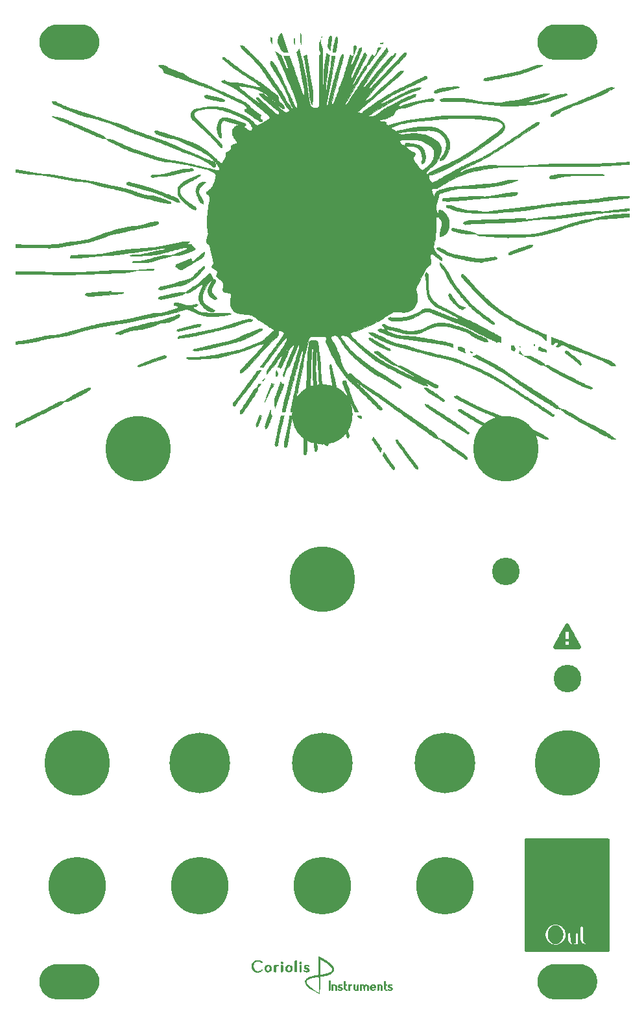
<source format=gts>
G04 #@! TF.GenerationSoftware,KiCad,Pcbnew,(5.0.0)*
G04 #@! TF.CreationDate,2018-11-14T22:02:45+01:00*
G04 #@! TF.ProjectId,Corona_panel_16hp,436F726F6E615F70616E656C5F313668,1*
G04 #@! TF.SameCoordinates,Original*
G04 #@! TF.FileFunction,Soldermask,Top*
G04 #@! TF.FilePolarity,Negative*
%FSLAX46Y46*%
G04 Gerber Fmt 4.6, Leading zero omitted, Abs format (unit mm)*
G04 Created by KiCad (PCBNEW (5.0.0)) date 11/14/18 22:02:45*
%MOMM*%
%LPD*%
G01*
G04 APERTURE LIST*
%ADD10C,0.010000*%
%ADD11C,0.100000*%
%ADD12C,4.600000*%
%ADD13C,7.900000*%
%ADD14C,8.500000*%
%ADD15C,7.500000*%
%ADD16C,3.600000*%
%ADD17C,24.900000*%
G04 APERTURE END LIST*
D10*
G04 #@! TO.C,G\002A\002A\002A*
G36*
X39662256Y-122291501D02*
X39819577Y-122369238D01*
X39984051Y-122456406D01*
X40151702Y-122550601D01*
X40318556Y-122649419D01*
X40480639Y-122750455D01*
X40633975Y-122851305D01*
X40774591Y-122949565D01*
X40878417Y-123027140D01*
X40949611Y-123085234D01*
X41024540Y-123151603D01*
X41099940Y-123222931D01*
X41172544Y-123295904D01*
X41239086Y-123367205D01*
X41296301Y-123433520D01*
X41340923Y-123491532D01*
X41352263Y-123508190D01*
X41411437Y-123611638D01*
X41454938Y-123715753D01*
X41482096Y-123817889D01*
X41492238Y-123915397D01*
X41484694Y-124005630D01*
X41481785Y-124019286D01*
X41449146Y-124113032D01*
X41396248Y-124201677D01*
X41323451Y-124284906D01*
X41231114Y-124362406D01*
X41119596Y-124433860D01*
X40989257Y-124498956D01*
X40885541Y-124541122D01*
X40781252Y-124577736D01*
X40671568Y-124611477D01*
X40554314Y-124642806D01*
X40427312Y-124672182D01*
X40288387Y-124700066D01*
X40135363Y-124726919D01*
X39966064Y-124753201D01*
X39778314Y-124779372D01*
X39729126Y-124785836D01*
X39685794Y-124791469D01*
X39678375Y-125158839D01*
X39675683Y-125282411D01*
X39672225Y-125425041D01*
X39668063Y-125584635D01*
X39663255Y-125759101D01*
X39657861Y-125946346D01*
X39651943Y-126144276D01*
X39645559Y-126350799D01*
X39638771Y-126563822D01*
X39632898Y-126743292D01*
X39630314Y-126820538D01*
X39628256Y-126877891D01*
X39626565Y-126916608D01*
X39625079Y-126937952D01*
X39623637Y-126943183D01*
X39622079Y-126933562D01*
X39620243Y-126910348D01*
X39617969Y-126874803D01*
X39617366Y-126865000D01*
X39615464Y-126827969D01*
X39613075Y-126771446D01*
X39610250Y-126697098D01*
X39607042Y-126606592D01*
X39603501Y-126501595D01*
X39599679Y-126383774D01*
X39595629Y-126254798D01*
X39591402Y-126116332D01*
X39587050Y-125970045D01*
X39582624Y-125817604D01*
X39578177Y-125660675D01*
X39573760Y-125500926D01*
X39569424Y-125340025D01*
X39565998Y-125209631D01*
X39563597Y-125119743D01*
X39561252Y-125036776D01*
X39559038Y-124963044D01*
X39557030Y-124900861D01*
X39555304Y-124852544D01*
X39553933Y-124820407D01*
X39552995Y-124806764D01*
X39552895Y-124806456D01*
X39541137Y-124806641D01*
X39511831Y-124809565D01*
X39468353Y-124814766D01*
X39414081Y-124821782D01*
X39352388Y-124830151D01*
X39286652Y-124839412D01*
X39220249Y-124849103D01*
X39156554Y-124858764D01*
X39098943Y-124867932D01*
X39079250Y-124871207D01*
X38947143Y-124895841D01*
X38813606Y-124925102D01*
X38682227Y-124957963D01*
X38556593Y-124993394D01*
X38440293Y-125030368D01*
X38336914Y-125067855D01*
X38250044Y-125104828D01*
X38229435Y-125114814D01*
X38152214Y-125157579D01*
X38081879Y-125204421D01*
X38023121Y-125251953D01*
X37984728Y-125291642D01*
X37937667Y-125361253D01*
X37908649Y-125433750D01*
X37897874Y-125509707D01*
X37905542Y-125589698D01*
X37931855Y-125674300D01*
X37977010Y-125764087D01*
X38041210Y-125859633D01*
X38124653Y-125961514D01*
X38227541Y-126070304D01*
X38270386Y-126112239D01*
X38380669Y-126213167D01*
X38501381Y-126313764D01*
X38634134Y-126415167D01*
X38780539Y-126518512D01*
X38942209Y-126624936D01*
X39120756Y-126735577D01*
X39317791Y-126851570D01*
X39322667Y-126854375D01*
X39412742Y-126906263D01*
X39486187Y-126948834D01*
X39542799Y-126982066D01*
X39582377Y-127005940D01*
X39604719Y-127020435D01*
X39609623Y-127025531D01*
X39596888Y-127021207D01*
X39566311Y-127007443D01*
X39517690Y-126984219D01*
X39450824Y-126951515D01*
X39365512Y-126909309D01*
X39261550Y-126857583D01*
X39238000Y-126845843D01*
X39055368Y-126752996D01*
X38890873Y-126665420D01*
X38742532Y-126581805D01*
X38608363Y-126500844D01*
X38486383Y-126421228D01*
X38374611Y-126341651D01*
X38271064Y-126260804D01*
X38173759Y-126177379D01*
X38080714Y-126090068D01*
X38057173Y-126066767D01*
X37987962Y-125994908D01*
X37932340Y-125930608D01*
X37886682Y-125869105D01*
X37847367Y-125805637D01*
X37821166Y-125756469D01*
X37779626Y-125653414D01*
X37758833Y-125551251D01*
X37758600Y-125451220D01*
X37778742Y-125354562D01*
X37819071Y-125262519D01*
X37879401Y-125176331D01*
X37914073Y-125138737D01*
X37980795Y-125077906D01*
X38053669Y-125023635D01*
X38135849Y-124974168D01*
X38230486Y-124927749D01*
X38340735Y-124882621D01*
X38434067Y-124849079D01*
X38559128Y-124808182D01*
X38681970Y-124772350D01*
X38806894Y-124740602D01*
X38938195Y-124711960D01*
X39080173Y-124685444D01*
X39237126Y-124660075D01*
X39312083Y-124649016D01*
X39550208Y-124614759D01*
X39550076Y-124602624D01*
X39689657Y-124602624D01*
X39746932Y-124595366D01*
X39777221Y-124591271D01*
X39823333Y-124584717D01*
X39880168Y-124576444D01*
X39942627Y-124567192D01*
X39978833Y-124561756D01*
X40189889Y-124526226D01*
X40384382Y-124485922D01*
X40561817Y-124441049D01*
X40721703Y-124391811D01*
X40863545Y-124338412D01*
X40986851Y-124281057D01*
X41091127Y-124219948D01*
X41175881Y-124155291D01*
X41240618Y-124087289D01*
X41281822Y-124022463D01*
X41299778Y-123983485D01*
X41309128Y-123953176D01*
X41311827Y-123921857D01*
X41310036Y-123882727D01*
X41296665Y-123807179D01*
X41266743Y-123728326D01*
X41219615Y-123645106D01*
X41154626Y-123556455D01*
X41071123Y-123461310D01*
X41016188Y-123404951D01*
X40890072Y-123288058D01*
X40744097Y-123168115D01*
X40579236Y-123045825D01*
X40396461Y-122921889D01*
X40196745Y-122797008D01*
X40068792Y-122721689D01*
X40023223Y-122695810D01*
X39971726Y-122667153D01*
X39917636Y-122637506D01*
X39864285Y-122608655D01*
X39815009Y-122582386D01*
X39773142Y-122560487D01*
X39742019Y-122544744D01*
X39724972Y-122536943D01*
X39723027Y-122536417D01*
X39722022Y-122546713D01*
X39720873Y-122576453D01*
X39719610Y-122623917D01*
X39718263Y-122687383D01*
X39716861Y-122765130D01*
X39715434Y-122855436D01*
X39714012Y-122956580D01*
X39712626Y-123066840D01*
X39711304Y-123184496D01*
X39710598Y-123253437D01*
X39709231Y-123385768D01*
X39707728Y-123520334D01*
X39706128Y-123654239D01*
X39704470Y-123784589D01*
X39702794Y-123908489D01*
X39701139Y-124023044D01*
X39699545Y-124125358D01*
X39698049Y-124212538D01*
X39696693Y-124281687D01*
X39696588Y-124286541D01*
X39689657Y-124602624D01*
X39550076Y-124602624D01*
X39549234Y-124525442D01*
X39549016Y-124502581D01*
X39548646Y-124460095D01*
X39548135Y-124399526D01*
X39547496Y-124322414D01*
X39546742Y-124230302D01*
X39545885Y-124124730D01*
X39544937Y-124007240D01*
X39543911Y-123879374D01*
X39542820Y-123742671D01*
X39541675Y-123598674D01*
X39540490Y-123448924D01*
X39539573Y-123332690D01*
X39530888Y-122229255D01*
X39662256Y-122291501D01*
X39662256Y-122291501D01*
G37*
X39662256Y-122291501D02*
X39819577Y-122369238D01*
X39984051Y-122456406D01*
X40151702Y-122550601D01*
X40318556Y-122649419D01*
X40480639Y-122750455D01*
X40633975Y-122851305D01*
X40774591Y-122949565D01*
X40878417Y-123027140D01*
X40949611Y-123085234D01*
X41024540Y-123151603D01*
X41099940Y-123222931D01*
X41172544Y-123295904D01*
X41239086Y-123367205D01*
X41296301Y-123433520D01*
X41340923Y-123491532D01*
X41352263Y-123508190D01*
X41411437Y-123611638D01*
X41454938Y-123715753D01*
X41482096Y-123817889D01*
X41492238Y-123915397D01*
X41484694Y-124005630D01*
X41481785Y-124019286D01*
X41449146Y-124113032D01*
X41396248Y-124201677D01*
X41323451Y-124284906D01*
X41231114Y-124362406D01*
X41119596Y-124433860D01*
X40989257Y-124498956D01*
X40885541Y-124541122D01*
X40781252Y-124577736D01*
X40671568Y-124611477D01*
X40554314Y-124642806D01*
X40427312Y-124672182D01*
X40288387Y-124700066D01*
X40135363Y-124726919D01*
X39966064Y-124753201D01*
X39778314Y-124779372D01*
X39729126Y-124785836D01*
X39685794Y-124791469D01*
X39678375Y-125158839D01*
X39675683Y-125282411D01*
X39672225Y-125425041D01*
X39668063Y-125584635D01*
X39663255Y-125759101D01*
X39657861Y-125946346D01*
X39651943Y-126144276D01*
X39645559Y-126350799D01*
X39638771Y-126563822D01*
X39632898Y-126743292D01*
X39630314Y-126820538D01*
X39628256Y-126877891D01*
X39626565Y-126916608D01*
X39625079Y-126937952D01*
X39623637Y-126943183D01*
X39622079Y-126933562D01*
X39620243Y-126910348D01*
X39617969Y-126874803D01*
X39617366Y-126865000D01*
X39615464Y-126827969D01*
X39613075Y-126771446D01*
X39610250Y-126697098D01*
X39607042Y-126606592D01*
X39603501Y-126501595D01*
X39599679Y-126383774D01*
X39595629Y-126254798D01*
X39591402Y-126116332D01*
X39587050Y-125970045D01*
X39582624Y-125817604D01*
X39578177Y-125660675D01*
X39573760Y-125500926D01*
X39569424Y-125340025D01*
X39565998Y-125209631D01*
X39563597Y-125119743D01*
X39561252Y-125036776D01*
X39559038Y-124963044D01*
X39557030Y-124900861D01*
X39555304Y-124852544D01*
X39553933Y-124820407D01*
X39552995Y-124806764D01*
X39552895Y-124806456D01*
X39541137Y-124806641D01*
X39511831Y-124809565D01*
X39468353Y-124814766D01*
X39414081Y-124821782D01*
X39352388Y-124830151D01*
X39286652Y-124839412D01*
X39220249Y-124849103D01*
X39156554Y-124858764D01*
X39098943Y-124867932D01*
X39079250Y-124871207D01*
X38947143Y-124895841D01*
X38813606Y-124925102D01*
X38682227Y-124957963D01*
X38556593Y-124993394D01*
X38440293Y-125030368D01*
X38336914Y-125067855D01*
X38250044Y-125104828D01*
X38229435Y-125114814D01*
X38152214Y-125157579D01*
X38081879Y-125204421D01*
X38023121Y-125251953D01*
X37984728Y-125291642D01*
X37937667Y-125361253D01*
X37908649Y-125433750D01*
X37897874Y-125509707D01*
X37905542Y-125589698D01*
X37931855Y-125674300D01*
X37977010Y-125764087D01*
X38041210Y-125859633D01*
X38124653Y-125961514D01*
X38227541Y-126070304D01*
X38270386Y-126112239D01*
X38380669Y-126213167D01*
X38501381Y-126313764D01*
X38634134Y-126415167D01*
X38780539Y-126518512D01*
X38942209Y-126624936D01*
X39120756Y-126735577D01*
X39317791Y-126851570D01*
X39322667Y-126854375D01*
X39412742Y-126906263D01*
X39486187Y-126948834D01*
X39542799Y-126982066D01*
X39582377Y-127005940D01*
X39604719Y-127020435D01*
X39609623Y-127025531D01*
X39596888Y-127021207D01*
X39566311Y-127007443D01*
X39517690Y-126984219D01*
X39450824Y-126951515D01*
X39365512Y-126909309D01*
X39261550Y-126857583D01*
X39238000Y-126845843D01*
X39055368Y-126752996D01*
X38890873Y-126665420D01*
X38742532Y-126581805D01*
X38608363Y-126500844D01*
X38486383Y-126421228D01*
X38374611Y-126341651D01*
X38271064Y-126260804D01*
X38173759Y-126177379D01*
X38080714Y-126090068D01*
X38057173Y-126066767D01*
X37987962Y-125994908D01*
X37932340Y-125930608D01*
X37886682Y-125869105D01*
X37847367Y-125805637D01*
X37821166Y-125756469D01*
X37779626Y-125653414D01*
X37758833Y-125551251D01*
X37758600Y-125451220D01*
X37778742Y-125354562D01*
X37819071Y-125262519D01*
X37879401Y-125176331D01*
X37914073Y-125138737D01*
X37980795Y-125077906D01*
X38053669Y-125023635D01*
X38135849Y-124974168D01*
X38230486Y-124927749D01*
X38340735Y-124882621D01*
X38434067Y-124849079D01*
X38559128Y-124808182D01*
X38681970Y-124772350D01*
X38806894Y-124740602D01*
X38938195Y-124711960D01*
X39080173Y-124685444D01*
X39237126Y-124660075D01*
X39312083Y-124649016D01*
X39550208Y-124614759D01*
X39550076Y-124602624D01*
X39689657Y-124602624D01*
X39746932Y-124595366D01*
X39777221Y-124591271D01*
X39823333Y-124584717D01*
X39880168Y-124576444D01*
X39942627Y-124567192D01*
X39978833Y-124561756D01*
X40189889Y-124526226D01*
X40384382Y-124485922D01*
X40561817Y-124441049D01*
X40721703Y-124391811D01*
X40863545Y-124338412D01*
X40986851Y-124281057D01*
X41091127Y-124219948D01*
X41175881Y-124155291D01*
X41240618Y-124087289D01*
X41281822Y-124022463D01*
X41299778Y-123983485D01*
X41309128Y-123953176D01*
X41311827Y-123921857D01*
X41310036Y-123882727D01*
X41296665Y-123807179D01*
X41266743Y-123728326D01*
X41219615Y-123645106D01*
X41154626Y-123556455D01*
X41071123Y-123461310D01*
X41016188Y-123404951D01*
X40890072Y-123288058D01*
X40744097Y-123168115D01*
X40579236Y-123045825D01*
X40396461Y-122921889D01*
X40196745Y-122797008D01*
X40068792Y-122721689D01*
X40023223Y-122695810D01*
X39971726Y-122667153D01*
X39917636Y-122637506D01*
X39864285Y-122608655D01*
X39815009Y-122582386D01*
X39773142Y-122560487D01*
X39742019Y-122544744D01*
X39724972Y-122536943D01*
X39723027Y-122536417D01*
X39722022Y-122546713D01*
X39720873Y-122576453D01*
X39719610Y-122623917D01*
X39718263Y-122687383D01*
X39716861Y-122765130D01*
X39715434Y-122855436D01*
X39714012Y-122956580D01*
X39712626Y-123066840D01*
X39711304Y-123184496D01*
X39710598Y-123253437D01*
X39709231Y-123385768D01*
X39707728Y-123520334D01*
X39706128Y-123654239D01*
X39704470Y-123784589D01*
X39702794Y-123908489D01*
X39701139Y-124023044D01*
X39699545Y-124125358D01*
X39698049Y-124212538D01*
X39696693Y-124281687D01*
X39696588Y-124286541D01*
X39689657Y-124602624D01*
X39550076Y-124602624D01*
X39549234Y-124525442D01*
X39549016Y-124502581D01*
X39548646Y-124460095D01*
X39548135Y-124399526D01*
X39547496Y-124322414D01*
X39546742Y-124230302D01*
X39545885Y-124124730D01*
X39544937Y-124007240D01*
X39543911Y-123879374D01*
X39542820Y-123742671D01*
X39541675Y-123598674D01*
X39540490Y-123448924D01*
X39539573Y-123332690D01*
X39530888Y-122229255D01*
X39662256Y-122291501D01*
G36*
X40970053Y-125340917D02*
X40983660Y-125350993D01*
X41000271Y-125376242D01*
X41010591Y-125406555D01*
X41011744Y-125423614D01*
X41012714Y-125459745D01*
X41013491Y-125512851D01*
X41014063Y-125580839D01*
X41014419Y-125661614D01*
X41014547Y-125753081D01*
X41014438Y-125853145D01*
X41014078Y-125959712D01*
X41013827Y-126010108D01*
X41013124Y-126134301D01*
X41012442Y-126239056D01*
X41011710Y-126326103D01*
X41010856Y-126397170D01*
X41009811Y-126453985D01*
X41008501Y-126498277D01*
X41006857Y-126531776D01*
X41004806Y-126556210D01*
X41002279Y-126573307D01*
X40999202Y-126584798D01*
X40995506Y-126592409D01*
X40991118Y-126597870D01*
X40989542Y-126599461D01*
X40958912Y-126619383D01*
X40923866Y-126627969D01*
X40899583Y-126624878D01*
X40878801Y-126613113D01*
X40865187Y-126602687D01*
X40861250Y-126598136D01*
X40857912Y-126590793D01*
X40855122Y-126579012D01*
X40852834Y-126561147D01*
X40850996Y-126535551D01*
X40849562Y-126500577D01*
X40848481Y-126454578D01*
X40847705Y-126395909D01*
X40847184Y-126322921D01*
X40846870Y-126233969D01*
X40846714Y-126127407D01*
X40846667Y-126001586D01*
X40846667Y-125979651D01*
X40846685Y-125851044D01*
X40846778Y-125741934D01*
X40847001Y-125650648D01*
X40847411Y-125575517D01*
X40848065Y-125514869D01*
X40849018Y-125467035D01*
X40850327Y-125430343D01*
X40852048Y-125403122D01*
X40854237Y-125383703D01*
X40856952Y-125370413D01*
X40860247Y-125361583D01*
X40864180Y-125355542D01*
X40867833Y-125351583D01*
X40898135Y-125334513D01*
X40935282Y-125330942D01*
X40970053Y-125340917D01*
X40970053Y-125340917D01*
G37*
X40970053Y-125340917D02*
X40983660Y-125350993D01*
X41000271Y-125376242D01*
X41010591Y-125406555D01*
X41011744Y-125423614D01*
X41012714Y-125459745D01*
X41013491Y-125512851D01*
X41014063Y-125580839D01*
X41014419Y-125661614D01*
X41014547Y-125753081D01*
X41014438Y-125853145D01*
X41014078Y-125959712D01*
X41013827Y-126010108D01*
X41013124Y-126134301D01*
X41012442Y-126239056D01*
X41011710Y-126326103D01*
X41010856Y-126397170D01*
X41009811Y-126453985D01*
X41008501Y-126498277D01*
X41006857Y-126531776D01*
X41004806Y-126556210D01*
X41002279Y-126573307D01*
X40999202Y-126584798D01*
X40995506Y-126592409D01*
X40991118Y-126597870D01*
X40989542Y-126599461D01*
X40958912Y-126619383D01*
X40923866Y-126627969D01*
X40899583Y-126624878D01*
X40878801Y-126613113D01*
X40865187Y-126602687D01*
X40861250Y-126598136D01*
X40857912Y-126590793D01*
X40855122Y-126579012D01*
X40852834Y-126561147D01*
X40850996Y-126535551D01*
X40849562Y-126500577D01*
X40848481Y-126454578D01*
X40847705Y-126395909D01*
X40847184Y-126322921D01*
X40846870Y-126233969D01*
X40846714Y-126127407D01*
X40846667Y-126001586D01*
X40846667Y-125979651D01*
X40846685Y-125851044D01*
X40846778Y-125741934D01*
X40847001Y-125650648D01*
X40847411Y-125575517D01*
X40848065Y-125514869D01*
X40849018Y-125467035D01*
X40850327Y-125430343D01*
X40852048Y-125403122D01*
X40854237Y-125383703D01*
X40856952Y-125370413D01*
X40860247Y-125361583D01*
X40864180Y-125355542D01*
X40867833Y-125351583D01*
X40898135Y-125334513D01*
X40935282Y-125330942D01*
X40970053Y-125340917D01*
G36*
X41597524Y-125873586D02*
X41654067Y-125883774D01*
X41667635Y-125887903D01*
X41716441Y-125912360D01*
X41768174Y-125954268D01*
X41779705Y-125965491D01*
X41807500Y-125994722D01*
X41829206Y-126022385D01*
X41845567Y-126051597D01*
X41857326Y-126085478D01*
X41865227Y-126127145D01*
X41870014Y-126179717D01*
X41872430Y-126246311D01*
X41873219Y-126330046D01*
X41873250Y-126357748D01*
X41873100Y-126432026D01*
X41872487Y-126488132D01*
X41871166Y-126529058D01*
X41868889Y-126557798D01*
X41865411Y-126577344D01*
X41860487Y-126590690D01*
X41853871Y-126600828D01*
X41853213Y-126601649D01*
X41831481Y-126619567D01*
X41800607Y-126626134D01*
X41789850Y-126626394D01*
X41765969Y-126625852D01*
X41747335Y-126622651D01*
X41733231Y-126614428D01*
X41722941Y-126598823D01*
X41715745Y-126573472D01*
X41710928Y-126536014D01*
X41707771Y-126484086D01*
X41705558Y-126415326D01*
X41703917Y-126343425D01*
X41702165Y-126265030D01*
X41700478Y-126204623D01*
X41698493Y-126159032D01*
X41695845Y-126125083D01*
X41692173Y-126099602D01*
X41687114Y-126079416D01*
X41680303Y-126061351D01*
X41671377Y-126042234D01*
X41668867Y-126037109D01*
X41648048Y-126001040D01*
X41624879Y-125970235D01*
X41609025Y-125955089D01*
X41568136Y-125937941D01*
X41517527Y-125934960D01*
X41463220Y-125946166D01*
X41441979Y-125954548D01*
X41397000Y-125974965D01*
X41397000Y-126259653D01*
X41396575Y-126348314D01*
X41395350Y-126425720D01*
X41393404Y-126489669D01*
X41390813Y-126537960D01*
X41387655Y-126568390D01*
X41385890Y-126576212D01*
X41364464Y-126608944D01*
X41331349Y-126627131D01*
X41292393Y-126628083D01*
X41280583Y-126624658D01*
X41259820Y-126613085D01*
X41246187Y-126602687D01*
X41241060Y-126596756D01*
X41236969Y-126587378D01*
X41233801Y-126572319D01*
X41231438Y-126549344D01*
X41229766Y-126516220D01*
X41228668Y-126470711D01*
X41228029Y-126410585D01*
X41227734Y-126333607D01*
X41227667Y-126244835D01*
X41227692Y-126150877D01*
X41227869Y-126075830D01*
X41228344Y-126017442D01*
X41229266Y-125973456D01*
X41230783Y-125941619D01*
X41233042Y-125919675D01*
X41236192Y-125905370D01*
X41240382Y-125896449D01*
X41245758Y-125890658D01*
X41251188Y-125886642D01*
X41283568Y-125873525D01*
X41321374Y-125871214D01*
X41355013Y-125879651D01*
X41366686Y-125887341D01*
X41380452Y-125897393D01*
X41395171Y-125898675D01*
X41418830Y-125891187D01*
X41428588Y-125887341D01*
X41476340Y-125875350D01*
X41535467Y-125870771D01*
X41597524Y-125873586D01*
X41597524Y-125873586D01*
G37*
X41597524Y-125873586D02*
X41654067Y-125883774D01*
X41667635Y-125887903D01*
X41716441Y-125912360D01*
X41768174Y-125954268D01*
X41779705Y-125965491D01*
X41807500Y-125994722D01*
X41829206Y-126022385D01*
X41845567Y-126051597D01*
X41857326Y-126085478D01*
X41865227Y-126127145D01*
X41870014Y-126179717D01*
X41872430Y-126246311D01*
X41873219Y-126330046D01*
X41873250Y-126357748D01*
X41873100Y-126432026D01*
X41872487Y-126488132D01*
X41871166Y-126529058D01*
X41868889Y-126557798D01*
X41865411Y-126577344D01*
X41860487Y-126590690D01*
X41853871Y-126600828D01*
X41853213Y-126601649D01*
X41831481Y-126619567D01*
X41800607Y-126626134D01*
X41789850Y-126626394D01*
X41765969Y-126625852D01*
X41747335Y-126622651D01*
X41733231Y-126614428D01*
X41722941Y-126598823D01*
X41715745Y-126573472D01*
X41710928Y-126536014D01*
X41707771Y-126484086D01*
X41705558Y-126415326D01*
X41703917Y-126343425D01*
X41702165Y-126265030D01*
X41700478Y-126204623D01*
X41698493Y-126159032D01*
X41695845Y-126125083D01*
X41692173Y-126099602D01*
X41687114Y-126079416D01*
X41680303Y-126061351D01*
X41671377Y-126042234D01*
X41668867Y-126037109D01*
X41648048Y-126001040D01*
X41624879Y-125970235D01*
X41609025Y-125955089D01*
X41568136Y-125937941D01*
X41517527Y-125934960D01*
X41463220Y-125946166D01*
X41441979Y-125954548D01*
X41397000Y-125974965D01*
X41397000Y-126259653D01*
X41396575Y-126348314D01*
X41395350Y-126425720D01*
X41393404Y-126489669D01*
X41390813Y-126537960D01*
X41387655Y-126568390D01*
X41385890Y-126576212D01*
X41364464Y-126608944D01*
X41331349Y-126627131D01*
X41292393Y-126628083D01*
X41280583Y-126624658D01*
X41259820Y-126613085D01*
X41246187Y-126602687D01*
X41241060Y-126596756D01*
X41236969Y-126587378D01*
X41233801Y-126572319D01*
X41231438Y-126549344D01*
X41229766Y-126516220D01*
X41228668Y-126470711D01*
X41228029Y-126410585D01*
X41227734Y-126333607D01*
X41227667Y-126244835D01*
X41227692Y-126150877D01*
X41227869Y-126075830D01*
X41228344Y-126017442D01*
X41229266Y-125973456D01*
X41230783Y-125941619D01*
X41233042Y-125919675D01*
X41236192Y-125905370D01*
X41240382Y-125896449D01*
X41245758Y-125890658D01*
X41251188Y-125886642D01*
X41283568Y-125873525D01*
X41321374Y-125871214D01*
X41355013Y-125879651D01*
X41366686Y-125887341D01*
X41380452Y-125897393D01*
X41395171Y-125898675D01*
X41418830Y-125891187D01*
X41428588Y-125887341D01*
X41476340Y-125875350D01*
X41535467Y-125870771D01*
X41597524Y-125873586D01*
G36*
X42401685Y-125865129D02*
X42481020Y-125879018D01*
X42534037Y-125898436D01*
X42562253Y-125918260D01*
X42572078Y-125938486D01*
X42565764Y-125954844D01*
X42545566Y-125963062D01*
X42513736Y-125958867D01*
X42504043Y-125955304D01*
X42448390Y-125936518D01*
X42392160Y-125924778D01*
X42342150Y-125921145D01*
X42310351Y-125925016D01*
X42264757Y-125945973D01*
X42231293Y-125978226D01*
X42213686Y-126017609D01*
X42211917Y-126035033D01*
X42222019Y-126076645D01*
X42252449Y-126114383D01*
X42303391Y-126148405D01*
X42375029Y-126178870D01*
X42381562Y-126181125D01*
X42448294Y-126205405D01*
X42498051Y-126227829D01*
X42534589Y-126250819D01*
X42561662Y-126276796D01*
X42583026Y-126308182D01*
X42585512Y-126312661D01*
X42605724Y-126365114D01*
X42614367Y-126422464D01*
X42610960Y-126477097D01*
X42598368Y-126515441D01*
X42568286Y-126552549D01*
X42521912Y-126583904D01*
X42463612Y-126608370D01*
X42397750Y-126624811D01*
X42328693Y-126632092D01*
X42260804Y-126629076D01*
X42206625Y-126617362D01*
X42149524Y-126595183D01*
X42100153Y-126568166D01*
X42061914Y-126538825D01*
X42038211Y-126509675D01*
X42032000Y-126488351D01*
X42038209Y-126467752D01*
X42056479Y-126464093D01*
X42086277Y-126477302D01*
X42117823Y-126499782D01*
X42172462Y-126534635D01*
X42232912Y-126558941D01*
X42294362Y-126571905D01*
X42352003Y-126572732D01*
X42401026Y-126560628D01*
X42420365Y-126549791D01*
X42450884Y-126518238D01*
X42468451Y-126479592D01*
X42470397Y-126440742D01*
X42467145Y-126429023D01*
X42447455Y-126398502D01*
X42414719Y-126367885D01*
X42376071Y-126343466D01*
X42364135Y-126338188D01*
X42340222Y-126328951D01*
X42303263Y-126314829D01*
X42260019Y-126298402D01*
X42245702Y-126292984D01*
X42180304Y-126263911D01*
X42130539Y-126232545D01*
X42117156Y-126221058D01*
X42079767Y-126172429D01*
X42059725Y-126117375D01*
X42056440Y-126059994D01*
X42069323Y-126004388D01*
X42097784Y-125954654D01*
X42141233Y-125914893D01*
X42162979Y-125902552D01*
X42235946Y-125876970D01*
X42317754Y-125864471D01*
X42401685Y-125865129D01*
X42401685Y-125865129D01*
G37*
X42401685Y-125865129D02*
X42481020Y-125879018D01*
X42534037Y-125898436D01*
X42562253Y-125918260D01*
X42572078Y-125938486D01*
X42565764Y-125954844D01*
X42545566Y-125963062D01*
X42513736Y-125958867D01*
X42504043Y-125955304D01*
X42448390Y-125936518D01*
X42392160Y-125924778D01*
X42342150Y-125921145D01*
X42310351Y-125925016D01*
X42264757Y-125945973D01*
X42231293Y-125978226D01*
X42213686Y-126017609D01*
X42211917Y-126035033D01*
X42222019Y-126076645D01*
X42252449Y-126114383D01*
X42303391Y-126148405D01*
X42375029Y-126178870D01*
X42381562Y-126181125D01*
X42448294Y-126205405D01*
X42498051Y-126227829D01*
X42534589Y-126250819D01*
X42561662Y-126276796D01*
X42583026Y-126308182D01*
X42585512Y-126312661D01*
X42605724Y-126365114D01*
X42614367Y-126422464D01*
X42610960Y-126477097D01*
X42598368Y-126515441D01*
X42568286Y-126552549D01*
X42521912Y-126583904D01*
X42463612Y-126608370D01*
X42397750Y-126624811D01*
X42328693Y-126632092D01*
X42260804Y-126629076D01*
X42206625Y-126617362D01*
X42149524Y-126595183D01*
X42100153Y-126568166D01*
X42061914Y-126538825D01*
X42038211Y-126509675D01*
X42032000Y-126488351D01*
X42038209Y-126467752D01*
X42056479Y-126464093D01*
X42086277Y-126477302D01*
X42117823Y-126499782D01*
X42172462Y-126534635D01*
X42232912Y-126558941D01*
X42294362Y-126571905D01*
X42352003Y-126572732D01*
X42401026Y-126560628D01*
X42420365Y-126549791D01*
X42450884Y-126518238D01*
X42468451Y-126479592D01*
X42470397Y-126440742D01*
X42467145Y-126429023D01*
X42447455Y-126398502D01*
X42414719Y-126367885D01*
X42376071Y-126343466D01*
X42364135Y-126338188D01*
X42340222Y-126328951D01*
X42303263Y-126314829D01*
X42260019Y-126298402D01*
X42245702Y-126292984D01*
X42180304Y-126263911D01*
X42130539Y-126232545D01*
X42117156Y-126221058D01*
X42079767Y-126172429D01*
X42059725Y-126117375D01*
X42056440Y-126059994D01*
X42069323Y-126004388D01*
X42097784Y-125954654D01*
X42141233Y-125914893D01*
X42162979Y-125902552D01*
X42235946Y-125876970D01*
X42317754Y-125864471D01*
X42401685Y-125865129D01*
G36*
X42892140Y-125425829D02*
X42920697Y-125427035D01*
X42942686Y-125432046D01*
X42958962Y-125443299D01*
X42970377Y-125463229D01*
X42977784Y-125494275D01*
X42982037Y-125538872D01*
X42983990Y-125599457D01*
X42984496Y-125678468D01*
X42984500Y-125689554D01*
X42984500Y-125891333D01*
X43074790Y-125891333D01*
X43121216Y-125892166D01*
X43150340Y-125895089D01*
X43165974Y-125900732D01*
X43171224Y-125907343D01*
X43172934Y-125928687D01*
X43158079Y-125943313D01*
X43125353Y-125951822D01*
X43073449Y-125954814D01*
X43067871Y-125954833D01*
X42984500Y-125954833D01*
X42984500Y-126133635D01*
X42985773Y-126224656D01*
X42990153Y-126297943D01*
X42998480Y-126356808D01*
X43011596Y-126404564D01*
X43030341Y-126444521D01*
X43055556Y-126479992D01*
X43078865Y-126505289D01*
X43114799Y-126537385D01*
X43146322Y-126555628D01*
X43173877Y-126563185D01*
X43201838Y-126569275D01*
X43214046Y-126577882D01*
X43215816Y-126593579D01*
X43215291Y-126598803D01*
X43208247Y-126618106D01*
X43190691Y-126627748D01*
X43159528Y-126628401D01*
X43112894Y-126620982D01*
X43032097Y-126594263D01*
X42959259Y-126549591D01*
X42897830Y-126489693D01*
X42851256Y-126417298D01*
X42848718Y-126411996D01*
X42820458Y-126351708D01*
X42817367Y-125913968D01*
X42816570Y-125799689D01*
X42816120Y-125704780D01*
X42816293Y-125627445D01*
X42817365Y-125565887D01*
X42819610Y-125518310D01*
X42823303Y-125482916D01*
X42828720Y-125457911D01*
X42836136Y-125441497D01*
X42845827Y-125431878D01*
X42858066Y-125427257D01*
X42873130Y-125425838D01*
X42891293Y-125425825D01*
X42892140Y-125425829D01*
X42892140Y-125425829D01*
G37*
X42892140Y-125425829D02*
X42920697Y-125427035D01*
X42942686Y-125432046D01*
X42958962Y-125443299D01*
X42970377Y-125463229D01*
X42977784Y-125494275D01*
X42982037Y-125538872D01*
X42983990Y-125599457D01*
X42984496Y-125678468D01*
X42984500Y-125689554D01*
X42984500Y-125891333D01*
X43074790Y-125891333D01*
X43121216Y-125892166D01*
X43150340Y-125895089D01*
X43165974Y-125900732D01*
X43171224Y-125907343D01*
X43172934Y-125928687D01*
X43158079Y-125943313D01*
X43125353Y-125951822D01*
X43073449Y-125954814D01*
X43067871Y-125954833D01*
X42984500Y-125954833D01*
X42984500Y-126133635D01*
X42985773Y-126224656D01*
X42990153Y-126297943D01*
X42998480Y-126356808D01*
X43011596Y-126404564D01*
X43030341Y-126444521D01*
X43055556Y-126479992D01*
X43078865Y-126505289D01*
X43114799Y-126537385D01*
X43146322Y-126555628D01*
X43173877Y-126563185D01*
X43201838Y-126569275D01*
X43214046Y-126577882D01*
X43215816Y-126593579D01*
X43215291Y-126598803D01*
X43208247Y-126618106D01*
X43190691Y-126627748D01*
X43159528Y-126628401D01*
X43112894Y-126620982D01*
X43032097Y-126594263D01*
X42959259Y-126549591D01*
X42897830Y-126489693D01*
X42851256Y-126417298D01*
X42848718Y-126411996D01*
X42820458Y-126351708D01*
X42817367Y-125913968D01*
X42816570Y-125799689D01*
X42816120Y-125704780D01*
X42816293Y-125627445D01*
X42817365Y-125565887D01*
X42819610Y-125518310D01*
X42823303Y-125482916D01*
X42828720Y-125457911D01*
X42836136Y-125441497D01*
X42845827Y-125431878D01*
X42858066Y-125427257D01*
X42873130Y-125425838D01*
X42891293Y-125425825D01*
X42892140Y-125425829D01*
G36*
X43532302Y-125878998D02*
X43553677Y-125896075D01*
X43574057Y-125921984D01*
X43636466Y-125896327D01*
X43684645Y-125880109D01*
X43734261Y-125872149D01*
X43780271Y-125870418D01*
X43827048Y-125871570D01*
X43855747Y-125876329D01*
X43869343Y-125886122D01*
X43870811Y-125902377D01*
X43868178Y-125912595D01*
X43861111Y-125924751D01*
X43846180Y-125931153D01*
X43817942Y-125933490D01*
X43800268Y-125933667D01*
X43745643Y-125939696D01*
X43701161Y-125959525D01*
X43662658Y-125995765D01*
X43633368Y-126038316D01*
X43614321Y-126073403D01*
X43599980Y-126109057D01*
X43589729Y-126149005D01*
X43582952Y-126196970D01*
X43579033Y-126256678D01*
X43577357Y-126331855D01*
X43577167Y-126378189D01*
X43576650Y-126453579D01*
X43574660Y-126510672D01*
X43570541Y-126552324D01*
X43563634Y-126581389D01*
X43553281Y-126600721D01*
X43538826Y-126613175D01*
X43521212Y-126621056D01*
X43496047Y-126629173D01*
X43479793Y-126630349D01*
X43461387Y-126624660D01*
X43453504Y-126621509D01*
X43429914Y-126605034D01*
X43419108Y-126591126D01*
X43415520Y-126573369D01*
X43412588Y-126535198D01*
X43410335Y-126477358D01*
X43408787Y-126400593D01*
X43407966Y-126305648D01*
X43407833Y-126241279D01*
X43407889Y-126149045D01*
X43408150Y-126075641D01*
X43408758Y-126018730D01*
X43409854Y-125975975D01*
X43411580Y-125945039D01*
X43414077Y-125923586D01*
X43417485Y-125909279D01*
X43421948Y-125899781D01*
X43427605Y-125892755D01*
X43429000Y-125891333D01*
X43459769Y-125873538D01*
X43496965Y-125869531D01*
X43532302Y-125878998D01*
X43532302Y-125878998D01*
G37*
X43532302Y-125878998D02*
X43553677Y-125896075D01*
X43574057Y-125921984D01*
X43636466Y-125896327D01*
X43684645Y-125880109D01*
X43734261Y-125872149D01*
X43780271Y-125870418D01*
X43827048Y-125871570D01*
X43855747Y-125876329D01*
X43869343Y-125886122D01*
X43870811Y-125902377D01*
X43868178Y-125912595D01*
X43861111Y-125924751D01*
X43846180Y-125931153D01*
X43817942Y-125933490D01*
X43800268Y-125933667D01*
X43745643Y-125939696D01*
X43701161Y-125959525D01*
X43662658Y-125995765D01*
X43633368Y-126038316D01*
X43614321Y-126073403D01*
X43599980Y-126109057D01*
X43589729Y-126149005D01*
X43582952Y-126196970D01*
X43579033Y-126256678D01*
X43577357Y-126331855D01*
X43577167Y-126378189D01*
X43576650Y-126453579D01*
X43574660Y-126510672D01*
X43570541Y-126552324D01*
X43563634Y-126581389D01*
X43553281Y-126600721D01*
X43538826Y-126613175D01*
X43521212Y-126621056D01*
X43496047Y-126629173D01*
X43479793Y-126630349D01*
X43461387Y-126624660D01*
X43453504Y-126621509D01*
X43429914Y-126605034D01*
X43419108Y-126591126D01*
X43415520Y-126573369D01*
X43412588Y-126535198D01*
X43410335Y-126477358D01*
X43408787Y-126400593D01*
X43407966Y-126305648D01*
X43407833Y-126241279D01*
X43407889Y-126149045D01*
X43408150Y-126075641D01*
X43408758Y-126018730D01*
X43409854Y-125975975D01*
X43411580Y-125945039D01*
X43414077Y-125923586D01*
X43417485Y-125909279D01*
X43421948Y-125899781D01*
X43427605Y-125892755D01*
X43429000Y-125891333D01*
X43459769Y-125873538D01*
X43496965Y-125869531D01*
X43532302Y-125878998D01*
G36*
X44675455Y-125879517D02*
X44677416Y-125880526D01*
X44689370Y-125889215D01*
X44698913Y-125902589D01*
X44706305Y-125922875D01*
X44711807Y-125952303D01*
X44715680Y-125993102D01*
X44718184Y-126047500D01*
X44719579Y-126117726D01*
X44720126Y-126206009D01*
X44720167Y-126246131D01*
X44719925Y-126323910D01*
X44719243Y-126396236D01*
X44718187Y-126459956D01*
X44716822Y-126511917D01*
X44715214Y-126548967D01*
X44713460Y-126567803D01*
X44696934Y-126601605D01*
X44676944Y-126616751D01*
X44639502Y-126630365D01*
X44605134Y-126627516D01*
X44578665Y-126616194D01*
X44557994Y-126607429D01*
X44537937Y-126605988D01*
X44509957Y-126611876D01*
X44494724Y-126616259D01*
X44419236Y-126629798D01*
X44341850Y-126627942D01*
X44270916Y-126610909D01*
X44269574Y-126610397D01*
X44198506Y-126572056D01*
X44139866Y-126517525D01*
X44099041Y-126454623D01*
X44089378Y-126434440D01*
X44082030Y-126416271D01*
X44076629Y-126396847D01*
X44072810Y-126372898D01*
X44070207Y-126341156D01*
X44068453Y-126298350D01*
X44067183Y-126241211D01*
X44066030Y-126166470D01*
X44065921Y-126158806D01*
X44062550Y-125923571D01*
X44089252Y-125896869D01*
X44124487Y-125874405D01*
X44162534Y-125871593D01*
X44198746Y-125888462D01*
X44207356Y-125896144D01*
X44216132Y-125905418D01*
X44222669Y-125915261D01*
X44227296Y-125928722D01*
X44230344Y-125948849D01*
X44232141Y-125978692D01*
X44233019Y-126021300D01*
X44233306Y-126079721D01*
X44233333Y-126136220D01*
X44234039Y-126228652D01*
X44236563Y-126302932D01*
X44241520Y-126362043D01*
X44249521Y-126408967D01*
X44261180Y-126446685D01*
X44277109Y-126478178D01*
X44297921Y-126506428D01*
X44312792Y-126522837D01*
X44340742Y-126549648D01*
X44363163Y-126563505D01*
X44387333Y-126568303D01*
X44398207Y-126568563D01*
X44431842Y-126563859D01*
X44472387Y-126551942D01*
X44495271Y-126542592D01*
X44550833Y-126516724D01*
X44550833Y-126214612D01*
X44550898Y-126126552D01*
X44551201Y-126057208D01*
X44551900Y-126004128D01*
X44553159Y-125964861D01*
X44555135Y-125936954D01*
X44557991Y-125917957D01*
X44561887Y-125905419D01*
X44566983Y-125896888D01*
X44572000Y-125891333D01*
X44601589Y-125874858D01*
X44639341Y-125870584D01*
X44675455Y-125879517D01*
X44675455Y-125879517D01*
G37*
X44675455Y-125879517D02*
X44677416Y-125880526D01*
X44689370Y-125889215D01*
X44698913Y-125902589D01*
X44706305Y-125922875D01*
X44711807Y-125952303D01*
X44715680Y-125993102D01*
X44718184Y-126047500D01*
X44719579Y-126117726D01*
X44720126Y-126206009D01*
X44720167Y-126246131D01*
X44719925Y-126323910D01*
X44719243Y-126396236D01*
X44718187Y-126459956D01*
X44716822Y-126511917D01*
X44715214Y-126548967D01*
X44713460Y-126567803D01*
X44696934Y-126601605D01*
X44676944Y-126616751D01*
X44639502Y-126630365D01*
X44605134Y-126627516D01*
X44578665Y-126616194D01*
X44557994Y-126607429D01*
X44537937Y-126605988D01*
X44509957Y-126611876D01*
X44494724Y-126616259D01*
X44419236Y-126629798D01*
X44341850Y-126627942D01*
X44270916Y-126610909D01*
X44269574Y-126610397D01*
X44198506Y-126572056D01*
X44139866Y-126517525D01*
X44099041Y-126454623D01*
X44089378Y-126434440D01*
X44082030Y-126416271D01*
X44076629Y-126396847D01*
X44072810Y-126372898D01*
X44070207Y-126341156D01*
X44068453Y-126298350D01*
X44067183Y-126241211D01*
X44066030Y-126166470D01*
X44065921Y-126158806D01*
X44062550Y-125923571D01*
X44089252Y-125896869D01*
X44124487Y-125874405D01*
X44162534Y-125871593D01*
X44198746Y-125888462D01*
X44207356Y-125896144D01*
X44216132Y-125905418D01*
X44222669Y-125915261D01*
X44227296Y-125928722D01*
X44230344Y-125948849D01*
X44232141Y-125978692D01*
X44233019Y-126021300D01*
X44233306Y-126079721D01*
X44233333Y-126136220D01*
X44234039Y-126228652D01*
X44236563Y-126302932D01*
X44241520Y-126362043D01*
X44249521Y-126408967D01*
X44261180Y-126446685D01*
X44277109Y-126478178D01*
X44297921Y-126506428D01*
X44312792Y-126522837D01*
X44340742Y-126549648D01*
X44363163Y-126563505D01*
X44387333Y-126568303D01*
X44398207Y-126568563D01*
X44431842Y-126563859D01*
X44472387Y-126551942D01*
X44495271Y-126542592D01*
X44550833Y-126516724D01*
X44550833Y-126214612D01*
X44550898Y-126126552D01*
X44551201Y-126057208D01*
X44551900Y-126004128D01*
X44553159Y-125964861D01*
X44555135Y-125936954D01*
X44557991Y-125917957D01*
X44561887Y-125905419D01*
X44566983Y-125896888D01*
X44572000Y-125891333D01*
X44601589Y-125874858D01*
X44639341Y-125870584D01*
X44675455Y-125879517D01*
G36*
X45324825Y-125877731D02*
X45380201Y-125895345D01*
X45381625Y-125896027D01*
X45416886Y-125914642D01*
X45448128Y-125933668D01*
X45460343Y-125942448D01*
X45486145Y-125963217D01*
X45523843Y-125932986D01*
X45583925Y-125896605D01*
X45654820Y-125875987D01*
X45729560Y-125870270D01*
X45810569Y-125880129D01*
X45883717Y-125908400D01*
X45946427Y-125953469D01*
X45996121Y-126013724D01*
X46015326Y-126049137D01*
X46022740Y-126066788D01*
X46028415Y-126085627D01*
X46032640Y-126108826D01*
X46035704Y-126139558D01*
X46037893Y-126180997D01*
X46039495Y-126236314D01*
X46040800Y-126308683D01*
X46041172Y-126333924D01*
X46042173Y-126419348D01*
X46042023Y-126485951D01*
X46040096Y-126536070D01*
X46035767Y-126572043D01*
X46028410Y-126596209D01*
X46017400Y-126610905D01*
X46002111Y-126618470D01*
X45981918Y-126621242D01*
X45964220Y-126621583D01*
X45920519Y-126615138D01*
X45892397Y-126595161D01*
X45879309Y-126565281D01*
X45877671Y-126548131D01*
X45875963Y-126513298D01*
X45874298Y-126464264D01*
X45872788Y-126404511D01*
X45871546Y-126337523D01*
X45871217Y-126314667D01*
X45870140Y-126239534D01*
X45868935Y-126182283D01*
X45867233Y-126139628D01*
X45864667Y-126108286D01*
X45860867Y-126084971D01*
X45855466Y-126066400D01*
X45848094Y-126049289D01*
X45839566Y-126032606D01*
X45818472Y-125997958D01*
X45795396Y-125968199D01*
X45782715Y-125955877D01*
X45744154Y-125937932D01*
X45696335Y-125933994D01*
X45645795Y-125943984D01*
X45614458Y-125957977D01*
X45572125Y-125981940D01*
X45566833Y-126286753D01*
X45565221Y-126375319D01*
X45563686Y-126445104D01*
X45562034Y-126498493D01*
X45560073Y-126537871D01*
X45557611Y-126565623D01*
X45554455Y-126584132D01*
X45550412Y-126595784D01*
X45545289Y-126602963D01*
X45540998Y-126606575D01*
X45510629Y-126618417D01*
X45472188Y-126620747D01*
X45436512Y-126613564D01*
X45423335Y-126606580D01*
X45416809Y-126600514D01*
X45411716Y-126591259D01*
X45407799Y-126576170D01*
X45404798Y-126552604D01*
X45402454Y-126517915D01*
X45400510Y-126469459D01*
X45398706Y-126404592D01*
X45397195Y-126339350D01*
X45395364Y-126259763D01*
X45393624Y-126198278D01*
X45391634Y-126151838D01*
X45389056Y-126117383D01*
X45385551Y-126091853D01*
X45380777Y-126072190D01*
X45374396Y-126055334D01*
X45366069Y-126038227D01*
X45363150Y-126032606D01*
X45342135Y-125997937D01*
X45319107Y-125968168D01*
X45306465Y-125955877D01*
X45267904Y-125937932D01*
X45220085Y-125933994D01*
X45169545Y-125943984D01*
X45138208Y-125957977D01*
X45095875Y-125981940D01*
X45090583Y-126285526D01*
X45088915Y-126377718D01*
X45087175Y-126451002D01*
X45084909Y-126507635D01*
X45081658Y-126549873D01*
X45076968Y-126579971D01*
X45070382Y-126600186D01*
X45061443Y-126612773D01*
X45049696Y-126619988D01*
X45034683Y-126624088D01*
X45021650Y-126626368D01*
X44990519Y-126627048D01*
X44966921Y-126621910D01*
X44943376Y-126605155D01*
X44932525Y-126591126D01*
X44928902Y-126573308D01*
X44925947Y-126535155D01*
X44923686Y-126477487D01*
X44922146Y-126401124D01*
X44921356Y-126306889D01*
X44921250Y-126251167D01*
X44921420Y-126155059D01*
X44922076Y-126077861D01*
X44923435Y-126017315D01*
X44925715Y-125971166D01*
X44929134Y-125937157D01*
X44933909Y-125913032D01*
X44940258Y-125896536D01*
X44948399Y-125885411D01*
X44957230Y-125878266D01*
X44981577Y-125871237D01*
X45015399Y-125871322D01*
X45048507Y-125877803D01*
X45066046Y-125885930D01*
X45082779Y-125895019D01*
X45100605Y-125895621D01*
X45128065Y-125887735D01*
X45133232Y-125885930D01*
X45192718Y-125872673D01*
X45259457Y-125870057D01*
X45324825Y-125877731D01*
X45324825Y-125877731D01*
G37*
X45324825Y-125877731D02*
X45380201Y-125895345D01*
X45381625Y-125896027D01*
X45416886Y-125914642D01*
X45448128Y-125933668D01*
X45460343Y-125942448D01*
X45486145Y-125963217D01*
X45523843Y-125932986D01*
X45583925Y-125896605D01*
X45654820Y-125875987D01*
X45729560Y-125870270D01*
X45810569Y-125880129D01*
X45883717Y-125908400D01*
X45946427Y-125953469D01*
X45996121Y-126013724D01*
X46015326Y-126049137D01*
X46022740Y-126066788D01*
X46028415Y-126085627D01*
X46032640Y-126108826D01*
X46035704Y-126139558D01*
X46037893Y-126180997D01*
X46039495Y-126236314D01*
X46040800Y-126308683D01*
X46041172Y-126333924D01*
X46042173Y-126419348D01*
X46042023Y-126485951D01*
X46040096Y-126536070D01*
X46035767Y-126572043D01*
X46028410Y-126596209D01*
X46017400Y-126610905D01*
X46002111Y-126618470D01*
X45981918Y-126621242D01*
X45964220Y-126621583D01*
X45920519Y-126615138D01*
X45892397Y-126595161D01*
X45879309Y-126565281D01*
X45877671Y-126548131D01*
X45875963Y-126513298D01*
X45874298Y-126464264D01*
X45872788Y-126404511D01*
X45871546Y-126337523D01*
X45871217Y-126314667D01*
X45870140Y-126239534D01*
X45868935Y-126182283D01*
X45867233Y-126139628D01*
X45864667Y-126108286D01*
X45860867Y-126084971D01*
X45855466Y-126066400D01*
X45848094Y-126049289D01*
X45839566Y-126032606D01*
X45818472Y-125997958D01*
X45795396Y-125968199D01*
X45782715Y-125955877D01*
X45744154Y-125937932D01*
X45696335Y-125933994D01*
X45645795Y-125943984D01*
X45614458Y-125957977D01*
X45572125Y-125981940D01*
X45566833Y-126286753D01*
X45565221Y-126375319D01*
X45563686Y-126445104D01*
X45562034Y-126498493D01*
X45560073Y-126537871D01*
X45557611Y-126565623D01*
X45554455Y-126584132D01*
X45550412Y-126595784D01*
X45545289Y-126602963D01*
X45540998Y-126606575D01*
X45510629Y-126618417D01*
X45472188Y-126620747D01*
X45436512Y-126613564D01*
X45423335Y-126606580D01*
X45416809Y-126600514D01*
X45411716Y-126591259D01*
X45407799Y-126576170D01*
X45404798Y-126552604D01*
X45402454Y-126517915D01*
X45400510Y-126469459D01*
X45398706Y-126404592D01*
X45397195Y-126339350D01*
X45395364Y-126259763D01*
X45393624Y-126198278D01*
X45391634Y-126151838D01*
X45389056Y-126117383D01*
X45385551Y-126091853D01*
X45380777Y-126072190D01*
X45374396Y-126055334D01*
X45366069Y-126038227D01*
X45363150Y-126032606D01*
X45342135Y-125997937D01*
X45319107Y-125968168D01*
X45306465Y-125955877D01*
X45267904Y-125937932D01*
X45220085Y-125933994D01*
X45169545Y-125943984D01*
X45138208Y-125957977D01*
X45095875Y-125981940D01*
X45090583Y-126285526D01*
X45088915Y-126377718D01*
X45087175Y-126451002D01*
X45084909Y-126507635D01*
X45081658Y-126549873D01*
X45076968Y-126579971D01*
X45070382Y-126600186D01*
X45061443Y-126612773D01*
X45049696Y-126619988D01*
X45034683Y-126624088D01*
X45021650Y-126626368D01*
X44990519Y-126627048D01*
X44966921Y-126621910D01*
X44943376Y-126605155D01*
X44932525Y-126591126D01*
X44928902Y-126573308D01*
X44925947Y-126535155D01*
X44923686Y-126477487D01*
X44922146Y-126401124D01*
X44921356Y-126306889D01*
X44921250Y-126251167D01*
X44921420Y-126155059D01*
X44922076Y-126077861D01*
X44923435Y-126017315D01*
X44925715Y-125971166D01*
X44929134Y-125937157D01*
X44933909Y-125913032D01*
X44940258Y-125896536D01*
X44948399Y-125885411D01*
X44957230Y-125878266D01*
X44981577Y-125871237D01*
X45015399Y-125871322D01*
X45048507Y-125877803D01*
X45066046Y-125885930D01*
X45082779Y-125895019D01*
X45100605Y-125895621D01*
X45128065Y-125887735D01*
X45133232Y-125885930D01*
X45192718Y-125872673D01*
X45259457Y-125870057D01*
X45324825Y-125877731D01*
G36*
X46659781Y-125865868D02*
X46697077Y-125869776D01*
X46728651Y-125877992D01*
X46762199Y-125891909D01*
X46764603Y-125893031D01*
X46834422Y-125934868D01*
X46894564Y-125988785D01*
X46939941Y-126049994D01*
X46948367Y-126065847D01*
X46967167Y-126114131D01*
X46981229Y-126169186D01*
X46989053Y-126223059D01*
X46989140Y-126267798D01*
X46987939Y-126275799D01*
X46982467Y-126304424D01*
X46700629Y-126301608D01*
X46418792Y-126298792D01*
X46418792Y-126245875D01*
X46617229Y-126242995D01*
X46689348Y-126242060D01*
X46742723Y-126240745D01*
X46779758Y-126237707D01*
X46802854Y-126231603D01*
X46814412Y-126221088D01*
X46816836Y-126204821D01*
X46812526Y-126181456D01*
X46803884Y-126149651D01*
X46801280Y-126140042D01*
X46772504Y-126060227D01*
X46733587Y-125997089D01*
X46705951Y-125968074D01*
X46657891Y-125936901D01*
X46609402Y-125926311D01*
X46561754Y-125935791D01*
X46516219Y-125964826D01*
X46474068Y-126012902D01*
X46437942Y-126076542D01*
X46423856Y-126109178D01*
X46415063Y-126138219D01*
X46410356Y-126170550D01*
X46408533Y-126213057D01*
X46408322Y-126245875D01*
X46409003Y-126297652D01*
X46411851Y-126335169D01*
X46418070Y-126365308D01*
X46428866Y-126394954D01*
X46437967Y-126415208D01*
X46477775Y-126484104D01*
X46523303Y-126532625D01*
X46574465Y-126560751D01*
X46631176Y-126568462D01*
X46693348Y-126555738D01*
X46760894Y-126522558D01*
X46795839Y-126498892D01*
X46834484Y-126474630D01*
X46861016Y-126467382D01*
X46875264Y-126477141D01*
X46877229Y-126502460D01*
X46864983Y-126528032D01*
X46836486Y-126555782D01*
X46796001Y-126582674D01*
X46747793Y-126605675D01*
X46717447Y-126616193D01*
X46656228Y-126627904D01*
X46588097Y-126630710D01*
X46523166Y-126624578D01*
X46491014Y-126616932D01*
X46427393Y-126589918D01*
X46369966Y-126549195D01*
X46324571Y-126504076D01*
X46276341Y-126437838D01*
X46245988Y-126364895D01*
X46232241Y-126281735D01*
X46231105Y-126245875D01*
X46240368Y-126153138D01*
X46267872Y-126070853D01*
X46313191Y-125999714D01*
X46375899Y-125940419D01*
X46443071Y-125899594D01*
X46479924Y-125882484D01*
X46510296Y-125872123D01*
X46542112Y-125866855D01*
X46583296Y-125865021D01*
X46609069Y-125864875D01*
X46659781Y-125865868D01*
X46659781Y-125865868D01*
G37*
X46659781Y-125865868D02*
X46697077Y-125869776D01*
X46728651Y-125877992D01*
X46762199Y-125891909D01*
X46764603Y-125893031D01*
X46834422Y-125934868D01*
X46894564Y-125988785D01*
X46939941Y-126049994D01*
X46948367Y-126065847D01*
X46967167Y-126114131D01*
X46981229Y-126169186D01*
X46989053Y-126223059D01*
X46989140Y-126267798D01*
X46987939Y-126275799D01*
X46982467Y-126304424D01*
X46700629Y-126301608D01*
X46418792Y-126298792D01*
X46418792Y-126245875D01*
X46617229Y-126242995D01*
X46689348Y-126242060D01*
X46742723Y-126240745D01*
X46779758Y-126237707D01*
X46802854Y-126231603D01*
X46814412Y-126221088D01*
X46816836Y-126204821D01*
X46812526Y-126181456D01*
X46803884Y-126149651D01*
X46801280Y-126140042D01*
X46772504Y-126060227D01*
X46733587Y-125997089D01*
X46705951Y-125968074D01*
X46657891Y-125936901D01*
X46609402Y-125926311D01*
X46561754Y-125935791D01*
X46516219Y-125964826D01*
X46474068Y-126012902D01*
X46437942Y-126076542D01*
X46423856Y-126109178D01*
X46415063Y-126138219D01*
X46410356Y-126170550D01*
X46408533Y-126213057D01*
X46408322Y-126245875D01*
X46409003Y-126297652D01*
X46411851Y-126335169D01*
X46418070Y-126365308D01*
X46428866Y-126394954D01*
X46437967Y-126415208D01*
X46477775Y-126484104D01*
X46523303Y-126532625D01*
X46574465Y-126560751D01*
X46631176Y-126568462D01*
X46693348Y-126555738D01*
X46760894Y-126522558D01*
X46795839Y-126498892D01*
X46834484Y-126474630D01*
X46861016Y-126467382D01*
X46875264Y-126477141D01*
X46877229Y-126502460D01*
X46864983Y-126528032D01*
X46836486Y-126555782D01*
X46796001Y-126582674D01*
X46747793Y-126605675D01*
X46717447Y-126616193D01*
X46656228Y-126627904D01*
X46588097Y-126630710D01*
X46523166Y-126624578D01*
X46491014Y-126616932D01*
X46427393Y-126589918D01*
X46369966Y-126549195D01*
X46324571Y-126504076D01*
X46276341Y-126437838D01*
X46245988Y-126364895D01*
X46232241Y-126281735D01*
X46231105Y-126245875D01*
X46240368Y-126153138D01*
X46267872Y-126070853D01*
X46313191Y-125999714D01*
X46375899Y-125940419D01*
X46443071Y-125899594D01*
X46479924Y-125882484D01*
X46510296Y-125872123D01*
X46542112Y-125866855D01*
X46583296Y-125865021D01*
X46609069Y-125864875D01*
X46659781Y-125865868D01*
G36*
X47593189Y-125878371D02*
X47649077Y-125897275D01*
X47716057Y-125940562D01*
X47769847Y-125995762D01*
X47806856Y-126059084D01*
X47810029Y-126067130D01*
X47817264Y-126088369D01*
X47822697Y-126110391D01*
X47826582Y-126136556D01*
X47829169Y-126170221D01*
X47830711Y-126214746D01*
X47831460Y-126273488D01*
X47831666Y-126349807D01*
X47831667Y-126355757D01*
X47831555Y-126434635D01*
X47830836Y-126495072D01*
X47828932Y-126539794D01*
X47825264Y-126571525D01*
X47819256Y-126592991D01*
X47810330Y-126606918D01*
X47797909Y-126616031D01*
X47781414Y-126623055D01*
X47774489Y-126625554D01*
X47747400Y-126627299D01*
X47715517Y-126619330D01*
X47688307Y-126604900D01*
X47676744Y-126591967D01*
X47674036Y-126576550D01*
X47671181Y-126543222D01*
X47668356Y-126495234D01*
X47665737Y-126435839D01*
X47663501Y-126368289D01*
X47662537Y-126330542D01*
X47660679Y-126252507D01*
X47658901Y-126192499D01*
X47656845Y-126147383D01*
X47654147Y-126114023D01*
X47650448Y-126089283D01*
X47645387Y-126070030D01*
X47638603Y-126053127D01*
X47629735Y-126035439D01*
X47628246Y-126032606D01*
X47607105Y-125997970D01*
X47584003Y-125968216D01*
X47571298Y-125955877D01*
X47533198Y-125938268D01*
X47484869Y-125934143D01*
X47432400Y-125943505D01*
X47401091Y-125955777D01*
X47355417Y-125977888D01*
X47355417Y-126267488D01*
X47354953Y-126369553D01*
X47353575Y-126452503D01*
X47351302Y-126515842D01*
X47348151Y-126559075D01*
X47344141Y-126581706D01*
X47343666Y-126582876D01*
X47319527Y-126612656D01*
X47284466Y-126628169D01*
X47245301Y-126626693D01*
X47239000Y-126624658D01*
X47218236Y-126613085D01*
X47204604Y-126602687D01*
X47199444Y-126596717D01*
X47195335Y-126587280D01*
X47192159Y-126572125D01*
X47189798Y-126549002D01*
X47188134Y-126515660D01*
X47187048Y-126469847D01*
X47186424Y-126409313D01*
X47186142Y-126331806D01*
X47186083Y-126249526D01*
X47186136Y-126156034D01*
X47186387Y-126081404D01*
X47186970Y-126023332D01*
X47188023Y-125979513D01*
X47189682Y-125947642D01*
X47192082Y-125925416D01*
X47195361Y-125910530D01*
X47199653Y-125900679D01*
X47205096Y-125893558D01*
X47207250Y-125891333D01*
X47234393Y-125876052D01*
X47269948Y-125870191D01*
X47304712Y-125874117D01*
X47327951Y-125886546D01*
X47340063Y-125895801D01*
X47354859Y-125897248D01*
X47379505Y-125890886D01*
X47392577Y-125886546D01*
X47456570Y-125872500D01*
X47526116Y-125869887D01*
X47593189Y-125878371D01*
X47593189Y-125878371D01*
G37*
X47593189Y-125878371D02*
X47649077Y-125897275D01*
X47716057Y-125940562D01*
X47769847Y-125995762D01*
X47806856Y-126059084D01*
X47810029Y-126067130D01*
X47817264Y-126088369D01*
X47822697Y-126110391D01*
X47826582Y-126136556D01*
X47829169Y-126170221D01*
X47830711Y-126214746D01*
X47831460Y-126273488D01*
X47831666Y-126349807D01*
X47831667Y-126355757D01*
X47831555Y-126434635D01*
X47830836Y-126495072D01*
X47828932Y-126539794D01*
X47825264Y-126571525D01*
X47819256Y-126592991D01*
X47810330Y-126606918D01*
X47797909Y-126616031D01*
X47781414Y-126623055D01*
X47774489Y-126625554D01*
X47747400Y-126627299D01*
X47715517Y-126619330D01*
X47688307Y-126604900D01*
X47676744Y-126591967D01*
X47674036Y-126576550D01*
X47671181Y-126543222D01*
X47668356Y-126495234D01*
X47665737Y-126435839D01*
X47663501Y-126368289D01*
X47662537Y-126330542D01*
X47660679Y-126252507D01*
X47658901Y-126192499D01*
X47656845Y-126147383D01*
X47654147Y-126114023D01*
X47650448Y-126089283D01*
X47645387Y-126070030D01*
X47638603Y-126053127D01*
X47629735Y-126035439D01*
X47628246Y-126032606D01*
X47607105Y-125997970D01*
X47584003Y-125968216D01*
X47571298Y-125955877D01*
X47533198Y-125938268D01*
X47484869Y-125934143D01*
X47432400Y-125943505D01*
X47401091Y-125955777D01*
X47355417Y-125977888D01*
X47355417Y-126267488D01*
X47354953Y-126369553D01*
X47353575Y-126452503D01*
X47351302Y-126515842D01*
X47348151Y-126559075D01*
X47344141Y-126581706D01*
X47343666Y-126582876D01*
X47319527Y-126612656D01*
X47284466Y-126628169D01*
X47245301Y-126626693D01*
X47239000Y-126624658D01*
X47218236Y-126613085D01*
X47204604Y-126602687D01*
X47199444Y-126596717D01*
X47195335Y-126587280D01*
X47192159Y-126572125D01*
X47189798Y-126549002D01*
X47188134Y-126515660D01*
X47187048Y-126469847D01*
X47186424Y-126409313D01*
X47186142Y-126331806D01*
X47186083Y-126249526D01*
X47186136Y-126156034D01*
X47186387Y-126081404D01*
X47186970Y-126023332D01*
X47188023Y-125979513D01*
X47189682Y-125947642D01*
X47192082Y-125925416D01*
X47195361Y-125910530D01*
X47199653Y-125900679D01*
X47205096Y-125893558D01*
X47207250Y-125891333D01*
X47234393Y-125876052D01*
X47269948Y-125870191D01*
X47304712Y-125874117D01*
X47327951Y-125886546D01*
X47340063Y-125895801D01*
X47354859Y-125897248D01*
X47379505Y-125890886D01*
X47392577Y-125886546D01*
X47456570Y-125872500D01*
X47526116Y-125869887D01*
X47593189Y-125878371D01*
G36*
X48152190Y-125426242D02*
X48171648Y-125429659D01*
X48185995Y-125438455D01*
X48196120Y-125455168D01*
X48202914Y-125482335D01*
X48207265Y-125522494D01*
X48210063Y-125578182D01*
X48212197Y-125651936D01*
X48212667Y-125670854D01*
X48217958Y-125886042D01*
X48310562Y-125889099D01*
X48354922Y-125890857D01*
X48382241Y-125893378D01*
X48396640Y-125897907D01*
X48402241Y-125905688D01*
X48403167Y-125917071D01*
X48400394Y-125934023D01*
X48389736Y-125945100D01*
X48367681Y-125951473D01*
X48330718Y-125954314D01*
X48290016Y-125954833D01*
X48210346Y-125954833D01*
X48215005Y-126147979D01*
X48217009Y-126219451D01*
X48219390Y-126273693D01*
X48222589Y-126314646D01*
X48227049Y-126346245D01*
X48233212Y-126372429D01*
X48241521Y-126397136D01*
X48243602Y-126402562D01*
X48277522Y-126468273D01*
X48321189Y-126518388D01*
X48372586Y-126550843D01*
X48396431Y-126558824D01*
X48435058Y-126572549D01*
X48452975Y-126589238D01*
X48450478Y-126609238D01*
X48445388Y-126616426D01*
X48435634Y-126625618D01*
X48422483Y-126629775D01*
X48400716Y-126629175D01*
X48365117Y-126624091D01*
X48349526Y-126621491D01*
X48273603Y-126598280D01*
X48203019Y-126556664D01*
X48141073Y-126499306D01*
X48091060Y-126428870D01*
X48076781Y-126401187D01*
X48048625Y-126341125D01*
X48045404Y-125923449D01*
X48044838Y-125830626D01*
X48044596Y-125743789D01*
X48044664Y-125665367D01*
X48045026Y-125597787D01*
X48045668Y-125543474D01*
X48046575Y-125504857D01*
X48047734Y-125484363D01*
X48048066Y-125482335D01*
X48065844Y-125447967D01*
X48097752Y-125429269D01*
X48126733Y-125425667D01*
X48152190Y-125426242D01*
X48152190Y-125426242D01*
G37*
X48152190Y-125426242D02*
X48171648Y-125429659D01*
X48185995Y-125438455D01*
X48196120Y-125455168D01*
X48202914Y-125482335D01*
X48207265Y-125522494D01*
X48210063Y-125578182D01*
X48212197Y-125651936D01*
X48212667Y-125670854D01*
X48217958Y-125886042D01*
X48310562Y-125889099D01*
X48354922Y-125890857D01*
X48382241Y-125893378D01*
X48396640Y-125897907D01*
X48402241Y-125905688D01*
X48403167Y-125917071D01*
X48400394Y-125934023D01*
X48389736Y-125945100D01*
X48367681Y-125951473D01*
X48330718Y-125954314D01*
X48290016Y-125954833D01*
X48210346Y-125954833D01*
X48215005Y-126147979D01*
X48217009Y-126219451D01*
X48219390Y-126273693D01*
X48222589Y-126314646D01*
X48227049Y-126346245D01*
X48233212Y-126372429D01*
X48241521Y-126397136D01*
X48243602Y-126402562D01*
X48277522Y-126468273D01*
X48321189Y-126518388D01*
X48372586Y-126550843D01*
X48396431Y-126558824D01*
X48435058Y-126572549D01*
X48452975Y-126589238D01*
X48450478Y-126609238D01*
X48445388Y-126616426D01*
X48435634Y-126625618D01*
X48422483Y-126629775D01*
X48400716Y-126629175D01*
X48365117Y-126624091D01*
X48349526Y-126621491D01*
X48273603Y-126598280D01*
X48203019Y-126556664D01*
X48141073Y-126499306D01*
X48091060Y-126428870D01*
X48076781Y-126401187D01*
X48048625Y-126341125D01*
X48045404Y-125923449D01*
X48044838Y-125830626D01*
X48044596Y-125743789D01*
X48044664Y-125665367D01*
X48045026Y-125597787D01*
X48045668Y-125543474D01*
X48046575Y-125504857D01*
X48047734Y-125484363D01*
X48048066Y-125482335D01*
X48065844Y-125447967D01*
X48097752Y-125429269D01*
X48126733Y-125425667D01*
X48152190Y-125426242D01*
G36*
X48911186Y-125864149D02*
X48966793Y-125871381D01*
X49017736Y-125883448D01*
X49059769Y-125899374D01*
X49088646Y-125918182D01*
X49099803Y-125936344D01*
X49095715Y-125955091D01*
X49074581Y-125961820D01*
X49036805Y-125956491D01*
X49002651Y-125946245D01*
X48932136Y-125926228D01*
X48874897Y-125919860D01*
X48827919Y-125927272D01*
X48788189Y-125948592D01*
X48779243Y-125955930D01*
X48754801Y-125981002D01*
X48743936Y-126004872D01*
X48741833Y-126030168D01*
X48747413Y-126066937D01*
X48765525Y-126098881D01*
X48798229Y-126127755D01*
X48847583Y-126155317D01*
X48915646Y-126183322D01*
X48925643Y-126186967D01*
X48984078Y-126209873D01*
X49031951Y-126232300D01*
X49065050Y-126252203D01*
X49072498Y-126258319D01*
X49110287Y-126305558D01*
X49133948Y-126360178D01*
X49143402Y-126417785D01*
X49138566Y-126473981D01*
X49119361Y-126524371D01*
X49085707Y-126564559D01*
X49078224Y-126570287D01*
X49021495Y-126600040D01*
X48952011Y-126620150D01*
X48876229Y-126629854D01*
X48800607Y-126628389D01*
X48731606Y-126614990D01*
X48723225Y-126612251D01*
X48686249Y-126596729D01*
X48646092Y-126575604D01*
X48608020Y-126552185D01*
X48577296Y-126529779D01*
X48559185Y-126511696D01*
X48557085Y-126507842D01*
X48556171Y-126485198D01*
X48567159Y-126467393D01*
X48579441Y-126462833D01*
X48595354Y-126468582D01*
X48622440Y-126483658D01*
X48654853Y-126504804D01*
X48655038Y-126504933D01*
X48716574Y-126540422D01*
X48778842Y-126563031D01*
X48838804Y-126572903D01*
X48893424Y-126570183D01*
X48939665Y-126555013D01*
X48974491Y-126527535D01*
X48994579Y-126488941D01*
X48999701Y-126453593D01*
X48996140Y-126426598D01*
X48974981Y-126395027D01*
X48938202Y-126364042D01*
X48891057Y-126337729D01*
X48871897Y-126329945D01*
X48787183Y-126297448D01*
X48720847Y-126268088D01*
X48670653Y-126240193D01*
X48634365Y-126212094D01*
X48609747Y-126182118D01*
X48594563Y-126148597D01*
X48587624Y-126117554D01*
X48585973Y-126049014D01*
X48602905Y-125990453D01*
X48638207Y-125942117D01*
X48691665Y-125904256D01*
X48763064Y-125877116D01*
X48802972Y-125868095D01*
X48855164Y-125862728D01*
X48911186Y-125864149D01*
X48911186Y-125864149D01*
G37*
X48911186Y-125864149D02*
X48966793Y-125871381D01*
X49017736Y-125883448D01*
X49059769Y-125899374D01*
X49088646Y-125918182D01*
X49099803Y-125936344D01*
X49095715Y-125955091D01*
X49074581Y-125961820D01*
X49036805Y-125956491D01*
X49002651Y-125946245D01*
X48932136Y-125926228D01*
X48874897Y-125919860D01*
X48827919Y-125927272D01*
X48788189Y-125948592D01*
X48779243Y-125955930D01*
X48754801Y-125981002D01*
X48743936Y-126004872D01*
X48741833Y-126030168D01*
X48747413Y-126066937D01*
X48765525Y-126098881D01*
X48798229Y-126127755D01*
X48847583Y-126155317D01*
X48915646Y-126183322D01*
X48925643Y-126186967D01*
X48984078Y-126209873D01*
X49031951Y-126232300D01*
X49065050Y-126252203D01*
X49072498Y-126258319D01*
X49110287Y-126305558D01*
X49133948Y-126360178D01*
X49143402Y-126417785D01*
X49138566Y-126473981D01*
X49119361Y-126524371D01*
X49085707Y-126564559D01*
X49078224Y-126570287D01*
X49021495Y-126600040D01*
X48952011Y-126620150D01*
X48876229Y-126629854D01*
X48800607Y-126628389D01*
X48731606Y-126614990D01*
X48723225Y-126612251D01*
X48686249Y-126596729D01*
X48646092Y-126575604D01*
X48608020Y-126552185D01*
X48577296Y-126529779D01*
X48559185Y-126511696D01*
X48557085Y-126507842D01*
X48556171Y-126485198D01*
X48567159Y-126467393D01*
X48579441Y-126462833D01*
X48595354Y-126468582D01*
X48622440Y-126483658D01*
X48654853Y-126504804D01*
X48655038Y-126504933D01*
X48716574Y-126540422D01*
X48778842Y-126563031D01*
X48838804Y-126572903D01*
X48893424Y-126570183D01*
X48939665Y-126555013D01*
X48974491Y-126527535D01*
X48994579Y-126488941D01*
X48999701Y-126453593D01*
X48996140Y-126426598D01*
X48974981Y-126395027D01*
X48938202Y-126364042D01*
X48891057Y-126337729D01*
X48871897Y-126329945D01*
X48787183Y-126297448D01*
X48720847Y-126268088D01*
X48670653Y-126240193D01*
X48634365Y-126212094D01*
X48609747Y-126182118D01*
X48594563Y-126148597D01*
X48587624Y-126117554D01*
X48585973Y-126049014D01*
X48602905Y-125990453D01*
X48638207Y-125942117D01*
X48691665Y-125904256D01*
X48763064Y-125877116D01*
X48802972Y-125868095D01*
X48855164Y-125862728D01*
X48911186Y-125864149D01*
G36*
X31663326Y-122700716D02*
X31785274Y-122726246D01*
X31862085Y-122753521D01*
X31919030Y-122780488D01*
X31974891Y-122812486D01*
X32026426Y-122847046D01*
X32070391Y-122881697D01*
X32103543Y-122913968D01*
X32122638Y-122941392D01*
X32126000Y-122954514D01*
X32117099Y-122976374D01*
X32096190Y-122994831D01*
X32073191Y-123002083D01*
X32055685Y-122995511D01*
X32028504Y-122978274D01*
X31997504Y-122954088D01*
X31997218Y-122953844D01*
X31913756Y-122893872D01*
X31820844Y-122846957D01*
X31722289Y-122813920D01*
X31621898Y-122795583D01*
X31523479Y-122792765D01*
X31430840Y-122806288D01*
X31382788Y-122821350D01*
X31295374Y-122865909D01*
X31214670Y-122928626D01*
X31142721Y-123007013D01*
X31081571Y-123098581D01*
X31033263Y-123200841D01*
X31008239Y-123277250D01*
X30996802Y-123338003D01*
X30990530Y-123411720D01*
X30989427Y-123490838D01*
X30993494Y-123567792D01*
X31002736Y-123635020D01*
X31008084Y-123658250D01*
X31046155Y-123766906D01*
X31098545Y-123866084D01*
X31163310Y-123953552D01*
X31238506Y-124027080D01*
X31322188Y-124084436D01*
X31412413Y-124123388D01*
X31413799Y-124123818D01*
X31508229Y-124142466D01*
X31608611Y-124143363D01*
X31710976Y-124127458D01*
X31811355Y-124095697D01*
X31905781Y-124049029D01*
X31990284Y-123988401D01*
X31993852Y-123985306D01*
X32033508Y-123953525D01*
X32063411Y-123937383D01*
X32086875Y-123935867D01*
X32107217Y-123947966D01*
X32109369Y-123950047D01*
X32123195Y-123970356D01*
X32122195Y-123991909D01*
X32105248Y-124018247D01*
X32079184Y-124045402D01*
X32017605Y-124095329D01*
X31941675Y-124142585D01*
X31858171Y-124183266D01*
X31803208Y-124204280D01*
X31763451Y-124216736D01*
X31726814Y-124225322D01*
X31687208Y-124230899D01*
X31638541Y-124234329D01*
X31575667Y-124236448D01*
X31483722Y-124236650D01*
X31411937Y-124232233D01*
X31368284Y-124225264D01*
X31246202Y-124187047D01*
X31134562Y-124130923D01*
X31034565Y-124058028D01*
X30947412Y-123969498D01*
X30874301Y-123866469D01*
X30816435Y-123750076D01*
X30790999Y-123679044D01*
X30779784Y-123639120D01*
X30772510Y-123601115D01*
X30768433Y-123558553D01*
X30766808Y-123504962D01*
X30766691Y-123467750D01*
X30768045Y-123396492D01*
X30772497Y-123339247D01*
X30781275Y-123288946D01*
X30795606Y-123238519D01*
X30816283Y-123182000D01*
X30870866Y-123070530D01*
X30942376Y-122970006D01*
X31028779Y-122882695D01*
X31128041Y-122810870D01*
X31169636Y-122787629D01*
X31287852Y-122737846D01*
X31411569Y-122706667D01*
X31537743Y-122694240D01*
X31663326Y-122700716D01*
X31663326Y-122700716D01*
G37*
X31663326Y-122700716D02*
X31785274Y-122726246D01*
X31862085Y-122753521D01*
X31919030Y-122780488D01*
X31974891Y-122812486D01*
X32026426Y-122847046D01*
X32070391Y-122881697D01*
X32103543Y-122913968D01*
X32122638Y-122941392D01*
X32126000Y-122954514D01*
X32117099Y-122976374D01*
X32096190Y-122994831D01*
X32073191Y-123002083D01*
X32055685Y-122995511D01*
X32028504Y-122978274D01*
X31997504Y-122954088D01*
X31997218Y-122953844D01*
X31913756Y-122893872D01*
X31820844Y-122846957D01*
X31722289Y-122813920D01*
X31621898Y-122795583D01*
X31523479Y-122792765D01*
X31430840Y-122806288D01*
X31382788Y-122821350D01*
X31295374Y-122865909D01*
X31214670Y-122928626D01*
X31142721Y-123007013D01*
X31081571Y-123098581D01*
X31033263Y-123200841D01*
X31008239Y-123277250D01*
X30996802Y-123338003D01*
X30990530Y-123411720D01*
X30989427Y-123490838D01*
X30993494Y-123567792D01*
X31002736Y-123635020D01*
X31008084Y-123658250D01*
X31046155Y-123766906D01*
X31098545Y-123866084D01*
X31163310Y-123953552D01*
X31238506Y-124027080D01*
X31322188Y-124084436D01*
X31412413Y-124123388D01*
X31413799Y-124123818D01*
X31508229Y-124142466D01*
X31608611Y-124143363D01*
X31710976Y-124127458D01*
X31811355Y-124095697D01*
X31905781Y-124049029D01*
X31990284Y-123988401D01*
X31993852Y-123985306D01*
X32033508Y-123953525D01*
X32063411Y-123937383D01*
X32086875Y-123935867D01*
X32107217Y-123947966D01*
X32109369Y-123950047D01*
X32123195Y-123970356D01*
X32122195Y-123991909D01*
X32105248Y-124018247D01*
X32079184Y-124045402D01*
X32017605Y-124095329D01*
X31941675Y-124142585D01*
X31858171Y-124183266D01*
X31803208Y-124204280D01*
X31763451Y-124216736D01*
X31726814Y-124225322D01*
X31687208Y-124230899D01*
X31638541Y-124234329D01*
X31575667Y-124236448D01*
X31483722Y-124236650D01*
X31411937Y-124232233D01*
X31368284Y-124225264D01*
X31246202Y-124187047D01*
X31134562Y-124130923D01*
X31034565Y-124058028D01*
X30947412Y-123969498D01*
X30874301Y-123866469D01*
X30816435Y-123750076D01*
X30790999Y-123679044D01*
X30779784Y-123639120D01*
X30772510Y-123601115D01*
X30768433Y-123558553D01*
X30766808Y-123504962D01*
X30766691Y-123467750D01*
X30768045Y-123396492D01*
X30772497Y-123339247D01*
X30781275Y-123288946D01*
X30795606Y-123238519D01*
X30816283Y-123182000D01*
X30870866Y-123070530D01*
X30942376Y-122970006D01*
X31028779Y-122882695D01*
X31128041Y-122810870D01*
X31169636Y-122787629D01*
X31287852Y-122737846D01*
X31411569Y-122706667D01*
X31537743Y-122694240D01*
X31663326Y-122700716D01*
G36*
X32949409Y-123324036D02*
X33047080Y-123343707D01*
X33134512Y-123380535D01*
X33210112Y-123432674D01*
X33272288Y-123498278D01*
X33319449Y-123575501D01*
X33350002Y-123662497D01*
X33362355Y-123757421D01*
X33361569Y-123801956D01*
X33345646Y-123898710D01*
X33311062Y-123986000D01*
X33258681Y-124062538D01*
X33189366Y-124127034D01*
X33112172Y-124174238D01*
X33073408Y-124192597D01*
X33042111Y-124204359D01*
X33010929Y-124211200D01*
X32972508Y-124214793D01*
X32926005Y-124216623D01*
X32870771Y-124217326D01*
X32829098Y-124215023D01*
X32793488Y-124208821D01*
X32756442Y-124197826D01*
X32750132Y-124195650D01*
X32665700Y-124155659D01*
X32591557Y-124099574D01*
X32530555Y-124030351D01*
X32485546Y-123950943D01*
X32468688Y-123904156D01*
X32456360Y-123837164D01*
X32453957Y-123761551D01*
X32454463Y-123756009D01*
X32676084Y-123756009D01*
X32679972Y-123841261D01*
X32697810Y-123921679D01*
X32715982Y-123966610D01*
X32756277Y-124033553D01*
X32801638Y-124082428D01*
X32850678Y-124112591D01*
X32902006Y-124123397D01*
X32954234Y-124114202D01*
X32991959Y-124094605D01*
X33050295Y-124044094D01*
X33093186Y-123980870D01*
X33121029Y-123904031D01*
X33134223Y-123812674D01*
X33135492Y-123769375D01*
X33130968Y-123685431D01*
X33116330Y-123615961D01*
X33089982Y-123556063D01*
X33050324Y-123500833D01*
X33046570Y-123496516D01*
X32995730Y-123450361D01*
X32943577Y-123425165D01*
X32891033Y-123420839D01*
X32839016Y-123437292D01*
X32788448Y-123474434D01*
X32744571Y-123525988D01*
X32708739Y-123592900D01*
X32685791Y-123671398D01*
X32676084Y-123756009D01*
X32454463Y-123756009D01*
X32460944Y-123685094D01*
X32476786Y-123615569D01*
X32491051Y-123578875D01*
X32539822Y-123500663D01*
X32603955Y-123434331D01*
X32680196Y-123381688D01*
X32765288Y-123344544D01*
X32855976Y-123324710D01*
X32949004Y-123323995D01*
X32949409Y-123324036D01*
X32949409Y-123324036D01*
G37*
X32949409Y-123324036D02*
X33047080Y-123343707D01*
X33134512Y-123380535D01*
X33210112Y-123432674D01*
X33272288Y-123498278D01*
X33319449Y-123575501D01*
X33350002Y-123662497D01*
X33362355Y-123757421D01*
X33361569Y-123801956D01*
X33345646Y-123898710D01*
X33311062Y-123986000D01*
X33258681Y-124062538D01*
X33189366Y-124127034D01*
X33112172Y-124174238D01*
X33073408Y-124192597D01*
X33042111Y-124204359D01*
X33010929Y-124211200D01*
X32972508Y-124214793D01*
X32926005Y-124216623D01*
X32870771Y-124217326D01*
X32829098Y-124215023D01*
X32793488Y-124208821D01*
X32756442Y-124197826D01*
X32750132Y-124195650D01*
X32665700Y-124155659D01*
X32591557Y-124099574D01*
X32530555Y-124030351D01*
X32485546Y-123950943D01*
X32468688Y-123904156D01*
X32456360Y-123837164D01*
X32453957Y-123761551D01*
X32454463Y-123756009D01*
X32676084Y-123756009D01*
X32679972Y-123841261D01*
X32697810Y-123921679D01*
X32715982Y-123966610D01*
X32756277Y-124033553D01*
X32801638Y-124082428D01*
X32850678Y-124112591D01*
X32902006Y-124123397D01*
X32954234Y-124114202D01*
X32991959Y-124094605D01*
X33050295Y-124044094D01*
X33093186Y-123980870D01*
X33121029Y-123904031D01*
X33134223Y-123812674D01*
X33135492Y-123769375D01*
X33130968Y-123685431D01*
X33116330Y-123615961D01*
X33089982Y-123556063D01*
X33050324Y-123500833D01*
X33046570Y-123496516D01*
X32995730Y-123450361D01*
X32943577Y-123425165D01*
X32891033Y-123420839D01*
X32839016Y-123437292D01*
X32788448Y-123474434D01*
X32744571Y-123525988D01*
X32708739Y-123592900D01*
X32685791Y-123671398D01*
X32676084Y-123756009D01*
X32454463Y-123756009D01*
X32460944Y-123685094D01*
X32476786Y-123615569D01*
X32491051Y-123578875D01*
X32539822Y-123500663D01*
X32603955Y-123434331D01*
X32680196Y-123381688D01*
X32765288Y-123344544D01*
X32855976Y-123324710D01*
X32949004Y-123323995D01*
X32949409Y-123324036D01*
G36*
X34204141Y-123332787D02*
X34240292Y-123341085D01*
X34259482Y-123355719D01*
X34263833Y-123372007D01*
X34261387Y-123399210D01*
X34251239Y-123415323D01*
X34229175Y-123423121D01*
X34190983Y-123425383D01*
X34182800Y-123425417D01*
X34127950Y-123429002D01*
X34085481Y-123442060D01*
X34047652Y-123468041D01*
X34016235Y-123499665D01*
X33986162Y-123537134D01*
X33962345Y-123577491D01*
X33944147Y-123623611D01*
X33930931Y-123678372D01*
X33922057Y-123744651D01*
X33916890Y-123825324D01*
X33914791Y-123923269D01*
X33914663Y-123957925D01*
X33913972Y-124030165D01*
X33912057Y-124089966D01*
X33909057Y-124134790D01*
X33905111Y-124162097D01*
X33903148Y-124167842D01*
X33884240Y-124187160D01*
X33853403Y-124204966D01*
X33819657Y-124216733D01*
X33801152Y-124219010D01*
X33777557Y-124214211D01*
X33756042Y-124205573D01*
X33742744Y-124198163D01*
X33731887Y-124189327D01*
X33723222Y-124176986D01*
X33716501Y-124159066D01*
X33711477Y-124133489D01*
X33707901Y-124098180D01*
X33705524Y-124051062D01*
X33704099Y-123990058D01*
X33703378Y-123913094D01*
X33703113Y-123818091D01*
X33703073Y-123762378D01*
X33702917Y-123384965D01*
X33735479Y-123357566D01*
X33778000Y-123333791D01*
X33822850Y-123330491D01*
X33867323Y-123347582D01*
X33886912Y-123362272D01*
X33910547Y-123379826D01*
X33926621Y-123385588D01*
X33930061Y-123383726D01*
X33946456Y-123372032D01*
X33978529Y-123359693D01*
X34020887Y-123348027D01*
X34068132Y-123338353D01*
X34114869Y-123331990D01*
X34149227Y-123330167D01*
X34204141Y-123332787D01*
X34204141Y-123332787D01*
G37*
X34204141Y-123332787D02*
X34240292Y-123341085D01*
X34259482Y-123355719D01*
X34263833Y-123372007D01*
X34261387Y-123399210D01*
X34251239Y-123415323D01*
X34229175Y-123423121D01*
X34190983Y-123425383D01*
X34182800Y-123425417D01*
X34127950Y-123429002D01*
X34085481Y-123442060D01*
X34047652Y-123468041D01*
X34016235Y-123499665D01*
X33986162Y-123537134D01*
X33962345Y-123577491D01*
X33944147Y-123623611D01*
X33930931Y-123678372D01*
X33922057Y-123744651D01*
X33916890Y-123825324D01*
X33914791Y-123923269D01*
X33914663Y-123957925D01*
X33913972Y-124030165D01*
X33912057Y-124089966D01*
X33909057Y-124134790D01*
X33905111Y-124162097D01*
X33903148Y-124167842D01*
X33884240Y-124187160D01*
X33853403Y-124204966D01*
X33819657Y-124216733D01*
X33801152Y-124219010D01*
X33777557Y-124214211D01*
X33756042Y-124205573D01*
X33742744Y-124198163D01*
X33731887Y-124189327D01*
X33723222Y-124176986D01*
X33716501Y-124159066D01*
X33711477Y-124133489D01*
X33707901Y-124098180D01*
X33705524Y-124051062D01*
X33704099Y-123990058D01*
X33703378Y-123913094D01*
X33703113Y-123818091D01*
X33703073Y-123762378D01*
X33702917Y-123384965D01*
X33735479Y-123357566D01*
X33778000Y-123333791D01*
X33822850Y-123330491D01*
X33867323Y-123347582D01*
X33886912Y-123362272D01*
X33910547Y-123379826D01*
X33926621Y-123385588D01*
X33930061Y-123383726D01*
X33946456Y-123372032D01*
X33978529Y-123359693D01*
X34020887Y-123348027D01*
X34068132Y-123338353D01*
X34114869Y-123331990D01*
X34149227Y-123330167D01*
X34204141Y-123332787D01*
G36*
X34758918Y-123337509D02*
X34789764Y-123355698D01*
X34819458Y-123381230D01*
X34822502Y-123754713D01*
X34823157Y-123865705D01*
X34823126Y-123956856D01*
X34822376Y-124029480D01*
X34820878Y-124084891D01*
X34818600Y-124124406D01*
X34815513Y-124149337D01*
X34813073Y-124158305D01*
X34788916Y-124191210D01*
X34752267Y-124211660D01*
X34709124Y-124217503D01*
X34671292Y-124209161D01*
X34648405Y-124194812D01*
X34628958Y-124176986D01*
X34623181Y-124169642D01*
X34618528Y-124160291D01*
X34614850Y-124146665D01*
X34612001Y-124126498D01*
X34609834Y-124097521D01*
X34608199Y-124057467D01*
X34606950Y-124004068D01*
X34605940Y-123935058D01*
X34605020Y-123848168D01*
X34604597Y-123802674D01*
X34604020Y-123716933D01*
X34603866Y-123636613D01*
X34604111Y-123564517D01*
X34604731Y-123503451D01*
X34605701Y-123456218D01*
X34606997Y-123425625D01*
X34607944Y-123416297D01*
X34620386Y-123382991D01*
X34639762Y-123355442D01*
X34673939Y-123334988D01*
X34716128Y-123329014D01*
X34758918Y-123337509D01*
X34758918Y-123337509D01*
G37*
X34758918Y-123337509D02*
X34789764Y-123355698D01*
X34819458Y-123381230D01*
X34822502Y-123754713D01*
X34823157Y-123865705D01*
X34823126Y-123956856D01*
X34822376Y-124029480D01*
X34820878Y-124084891D01*
X34818600Y-124124406D01*
X34815513Y-124149337D01*
X34813073Y-124158305D01*
X34788916Y-124191210D01*
X34752267Y-124211660D01*
X34709124Y-124217503D01*
X34671292Y-124209161D01*
X34648405Y-124194812D01*
X34628958Y-124176986D01*
X34623181Y-124169642D01*
X34618528Y-124160291D01*
X34614850Y-124146665D01*
X34612001Y-124126498D01*
X34609834Y-124097521D01*
X34608199Y-124057467D01*
X34606950Y-124004068D01*
X34605940Y-123935058D01*
X34605020Y-123848168D01*
X34604597Y-123802674D01*
X34604020Y-123716933D01*
X34603866Y-123636613D01*
X34604111Y-123564517D01*
X34604731Y-123503451D01*
X34605701Y-123456218D01*
X34606997Y-123425625D01*
X34607944Y-123416297D01*
X34620386Y-123382991D01*
X34639762Y-123355442D01*
X34673939Y-123334988D01*
X34716128Y-123329014D01*
X34758918Y-123337509D01*
G36*
X35743211Y-123337800D02*
X35827427Y-123368639D01*
X35905457Y-123416792D01*
X35939996Y-123446294D01*
X36001781Y-123518026D01*
X36045654Y-123597372D01*
X36072041Y-123681676D01*
X36081369Y-123768279D01*
X36074065Y-123854525D01*
X36050556Y-123937756D01*
X36011270Y-124015314D01*
X35956632Y-124084542D01*
X35887069Y-124142784D01*
X35822277Y-124179080D01*
X35784342Y-124195131D01*
X35750562Y-124205389D01*
X35713358Y-124211414D01*
X35665146Y-124214767D01*
X35644958Y-124215573D01*
X35586515Y-124216445D01*
X35541909Y-124213754D01*
X35504009Y-124206803D01*
X35478397Y-124199278D01*
X35389568Y-124159638D01*
X35314171Y-124105270D01*
X35253203Y-124038578D01*
X35207661Y-123961963D01*
X35178542Y-123877827D01*
X35166843Y-123788572D01*
X35167300Y-123782309D01*
X35389970Y-123782309D01*
X35399528Y-123864261D01*
X35422937Y-123942099D01*
X35458631Y-124011908D01*
X35505046Y-124069772D01*
X35560292Y-124111595D01*
X35594470Y-124121541D01*
X35637180Y-124122371D01*
X35677962Y-124114316D01*
X35691258Y-124108727D01*
X35724811Y-124084594D01*
X35761186Y-124047901D01*
X35794503Y-124005383D01*
X35818884Y-123963776D01*
X35820060Y-123961170D01*
X35832380Y-123926829D01*
X35844618Y-123882432D01*
X35852308Y-123846861D01*
X35858787Y-123769142D01*
X35851159Y-123691349D01*
X35831010Y-123616962D01*
X35799925Y-123549462D01*
X35759490Y-123492327D01*
X35711291Y-123449040D01*
X35659544Y-123423849D01*
X35610208Y-123419320D01*
X35561324Y-123433833D01*
X35514867Y-123465319D01*
X35472813Y-123511707D01*
X35437137Y-123570927D01*
X35409815Y-123640910D01*
X35395829Y-123700159D01*
X35389970Y-123782309D01*
X35167300Y-123782309D01*
X35173563Y-123696600D01*
X35199697Y-123604313D01*
X35216057Y-123567345D01*
X35265051Y-123490113D01*
X35327490Y-123426912D01*
X35400571Y-123378213D01*
X35481488Y-123344483D01*
X35567437Y-123326191D01*
X35655613Y-123323808D01*
X35743211Y-123337800D01*
X35743211Y-123337800D01*
G37*
X35743211Y-123337800D02*
X35827427Y-123368639D01*
X35905457Y-123416792D01*
X35939996Y-123446294D01*
X36001781Y-123518026D01*
X36045654Y-123597372D01*
X36072041Y-123681676D01*
X36081369Y-123768279D01*
X36074065Y-123854525D01*
X36050556Y-123937756D01*
X36011270Y-124015314D01*
X35956632Y-124084542D01*
X35887069Y-124142784D01*
X35822277Y-124179080D01*
X35784342Y-124195131D01*
X35750562Y-124205389D01*
X35713358Y-124211414D01*
X35665146Y-124214767D01*
X35644958Y-124215573D01*
X35586515Y-124216445D01*
X35541909Y-124213754D01*
X35504009Y-124206803D01*
X35478397Y-124199278D01*
X35389568Y-124159638D01*
X35314171Y-124105270D01*
X35253203Y-124038578D01*
X35207661Y-123961963D01*
X35178542Y-123877827D01*
X35166843Y-123788572D01*
X35167300Y-123782309D01*
X35389970Y-123782309D01*
X35399528Y-123864261D01*
X35422937Y-123942099D01*
X35458631Y-124011908D01*
X35505046Y-124069772D01*
X35560292Y-124111595D01*
X35594470Y-124121541D01*
X35637180Y-124122371D01*
X35677962Y-124114316D01*
X35691258Y-124108727D01*
X35724811Y-124084594D01*
X35761186Y-124047901D01*
X35794503Y-124005383D01*
X35818884Y-123963776D01*
X35820060Y-123961170D01*
X35832380Y-123926829D01*
X35844618Y-123882432D01*
X35852308Y-123846861D01*
X35858787Y-123769142D01*
X35851159Y-123691349D01*
X35831010Y-123616962D01*
X35799925Y-123549462D01*
X35759490Y-123492327D01*
X35711291Y-123449040D01*
X35659544Y-123423849D01*
X35610208Y-123419320D01*
X35561324Y-123433833D01*
X35514867Y-123465319D01*
X35472813Y-123511707D01*
X35437137Y-123570927D01*
X35409815Y-123640910D01*
X35395829Y-123700159D01*
X35389970Y-123782309D01*
X35167300Y-123782309D01*
X35173563Y-123696600D01*
X35199697Y-123604313D01*
X35216057Y-123567345D01*
X35265051Y-123490113D01*
X35327490Y-123426912D01*
X35400571Y-123378213D01*
X35481488Y-123344483D01*
X35567437Y-123326191D01*
X35655613Y-123323808D01*
X35743211Y-123337800D01*
G36*
X36570805Y-122724871D02*
X36605598Y-122749845D01*
X36626236Y-122790293D01*
X36629001Y-122802463D01*
X36630100Y-122819169D01*
X36631040Y-122855112D01*
X36631813Y-122908367D01*
X36632409Y-122977004D01*
X36632819Y-123059096D01*
X36633033Y-123152716D01*
X36633043Y-123255936D01*
X36632838Y-123366827D01*
X36632410Y-123483463D01*
X36632348Y-123496619D01*
X36629208Y-124155197D01*
X36602750Y-124181165D01*
X36563861Y-124205621D01*
X36517622Y-124214262D01*
X36472235Y-124205629D01*
X36470202Y-124204748D01*
X36443321Y-124185840D01*
X36425222Y-124161976D01*
X36422429Y-124150514D01*
X36420027Y-124128482D01*
X36417994Y-124094679D01*
X36416309Y-124047902D01*
X36414949Y-123986952D01*
X36413892Y-123910627D01*
X36413115Y-123817726D01*
X36412598Y-123707048D01*
X36412318Y-123577392D01*
X36412250Y-123455854D01*
X36412250Y-122778205D01*
X36443186Y-122747269D01*
X36468597Y-122726616D01*
X36496145Y-122717759D01*
X36523042Y-122716333D01*
X36570805Y-122724871D01*
X36570805Y-122724871D01*
G37*
X36570805Y-122724871D02*
X36605598Y-122749845D01*
X36626236Y-122790293D01*
X36629001Y-122802463D01*
X36630100Y-122819169D01*
X36631040Y-122855112D01*
X36631813Y-122908367D01*
X36632409Y-122977004D01*
X36632819Y-123059096D01*
X36633033Y-123152716D01*
X36633043Y-123255936D01*
X36632838Y-123366827D01*
X36632410Y-123483463D01*
X36632348Y-123496619D01*
X36629208Y-124155197D01*
X36602750Y-124181165D01*
X36563861Y-124205621D01*
X36517622Y-124214262D01*
X36472235Y-124205629D01*
X36470202Y-124204748D01*
X36443321Y-124185840D01*
X36425222Y-124161976D01*
X36422429Y-124150514D01*
X36420027Y-124128482D01*
X36417994Y-124094679D01*
X36416309Y-124047902D01*
X36414949Y-123986952D01*
X36413892Y-123910627D01*
X36413115Y-123817726D01*
X36412598Y-123707048D01*
X36412318Y-123577392D01*
X36412250Y-123455854D01*
X36412250Y-122778205D01*
X36443186Y-122747269D01*
X36468597Y-122726616D01*
X36496145Y-122717759D01*
X36523042Y-122716333D01*
X36570805Y-122724871D01*
G36*
X37185140Y-123336390D02*
X37197008Y-123341602D01*
X37210199Y-123350063D01*
X37220931Y-123361325D01*
X37229454Y-123377492D01*
X37236020Y-123400668D01*
X37240878Y-123432959D01*
X37244279Y-123476469D01*
X37246473Y-123533302D01*
X37247712Y-123605563D01*
X37248245Y-123695355D01*
X37248333Y-123772747D01*
X37247946Y-123885522D01*
X37246795Y-123979526D01*
X37244896Y-124054240D01*
X37242264Y-124109146D01*
X37238917Y-124143723D01*
X37236602Y-124154409D01*
X37214204Y-124189858D01*
X37179097Y-124211114D01*
X37135386Y-124216845D01*
X37087177Y-124205717D01*
X37083457Y-124204150D01*
X37068824Y-124197047D01*
X37056877Y-124188357D01*
X37047366Y-124176032D01*
X37040038Y-124158022D01*
X37034643Y-124132276D01*
X37030930Y-124096747D01*
X37028646Y-124049384D01*
X37027540Y-123988138D01*
X37027361Y-123910959D01*
X37027858Y-123815799D01*
X37028331Y-123754713D01*
X37031375Y-123381230D01*
X37061069Y-123355698D01*
X37097619Y-123336432D01*
X37142219Y-123329659D01*
X37185140Y-123336390D01*
X37185140Y-123336390D01*
G37*
X37185140Y-123336390D02*
X37197008Y-123341602D01*
X37210199Y-123350063D01*
X37220931Y-123361325D01*
X37229454Y-123377492D01*
X37236020Y-123400668D01*
X37240878Y-123432959D01*
X37244279Y-123476469D01*
X37246473Y-123533302D01*
X37247712Y-123605563D01*
X37248245Y-123695355D01*
X37248333Y-123772747D01*
X37247946Y-123885522D01*
X37246795Y-123979526D01*
X37244896Y-124054240D01*
X37242264Y-124109146D01*
X37238917Y-124143723D01*
X37236602Y-124154409D01*
X37214204Y-124189858D01*
X37179097Y-124211114D01*
X37135386Y-124216845D01*
X37087177Y-124205717D01*
X37083457Y-124204150D01*
X37068824Y-124197047D01*
X37056877Y-124188357D01*
X37047366Y-124176032D01*
X37040038Y-124158022D01*
X37034643Y-124132276D01*
X37030930Y-124096747D01*
X37028646Y-124049384D01*
X37027540Y-123988138D01*
X37027361Y-123910959D01*
X37027858Y-123815799D01*
X37028331Y-123754713D01*
X37031375Y-123381230D01*
X37061069Y-123355698D01*
X37097619Y-123336432D01*
X37142219Y-123329659D01*
X37185140Y-123336390D01*
G36*
X38090589Y-123335658D02*
X38168470Y-123358378D01*
X38181641Y-123363775D01*
X38211928Y-123377994D01*
X38226911Y-123390089D01*
X38231183Y-123405152D01*
X38230493Y-123417954D01*
X38223740Y-123446131D01*
X38208716Y-123460396D01*
X38182582Y-123461445D01*
X38142502Y-123449977D01*
X38125914Y-123443636D01*
X38044831Y-123417189D01*
X37975730Y-123407434D01*
X37917471Y-123414454D01*
X37868915Y-123438330D01*
X37840848Y-123464248D01*
X37819812Y-123491400D01*
X37811640Y-123513714D01*
X37813004Y-123539701D01*
X37821231Y-123570417D01*
X37836723Y-123596710D01*
X37862016Y-123620351D01*
X37899646Y-123643113D01*
X37952149Y-123666766D01*
X38022059Y-123693084D01*
X38043105Y-123700478D01*
X38093143Y-123719313D01*
X38139653Y-123739364D01*
X38176522Y-123757862D01*
X38193788Y-123768755D01*
X38234845Y-123811895D01*
X38266563Y-123868743D01*
X38285998Y-123932831D01*
X38290743Y-123981814D01*
X38281992Y-124045610D01*
X38255329Y-124099670D01*
X38210292Y-124144488D01*
X38146419Y-124180560D01*
X38085141Y-124202387D01*
X38030612Y-124213166D01*
X37965479Y-124218307D01*
X37897461Y-124217867D01*
X37834279Y-124211902D01*
X37783655Y-124200472D01*
X37782653Y-124200130D01*
X37728046Y-124177772D01*
X37676823Y-124150529D01*
X37632606Y-124120994D01*
X37599017Y-124091759D01*
X37579677Y-124065419D01*
X37576417Y-124052455D01*
X37585221Y-124025632D01*
X37607106Y-124009426D01*
X37619144Y-124007500D01*
X37636035Y-124013376D01*
X37663785Y-124028796D01*
X37696441Y-124050444D01*
X37697001Y-124050845D01*
X37780096Y-124099425D01*
X37864813Y-124127127D01*
X37938631Y-124134460D01*
X38001443Y-124127766D01*
X38048654Y-124107416D01*
X38081268Y-124072878D01*
X38090812Y-124054116D01*
X38100653Y-124018957D01*
X38098117Y-123987224D01*
X38081837Y-123957722D01*
X38050442Y-123929257D01*
X38002563Y-123900634D01*
X37936830Y-123870657D01*
X37851874Y-123838134D01*
X37837233Y-123832907D01*
X37754465Y-123796539D01*
X37689359Y-123752629D01*
X37643274Y-123702095D01*
X37643215Y-123702007D01*
X37619520Y-123649182D01*
X37611272Y-123588400D01*
X37618047Y-123525716D01*
X37639426Y-123467180D01*
X37661972Y-123432976D01*
X37708721Y-123391617D01*
X37770701Y-123359601D01*
X37843894Y-123337462D01*
X37924284Y-123325735D01*
X38007855Y-123324956D01*
X38090589Y-123335658D01*
X38090589Y-123335658D01*
G37*
X38090589Y-123335658D02*
X38168470Y-123358378D01*
X38181641Y-123363775D01*
X38211928Y-123377994D01*
X38226911Y-123390089D01*
X38231183Y-123405152D01*
X38230493Y-123417954D01*
X38223740Y-123446131D01*
X38208716Y-123460396D01*
X38182582Y-123461445D01*
X38142502Y-123449977D01*
X38125914Y-123443636D01*
X38044831Y-123417189D01*
X37975730Y-123407434D01*
X37917471Y-123414454D01*
X37868915Y-123438330D01*
X37840848Y-123464248D01*
X37819812Y-123491400D01*
X37811640Y-123513714D01*
X37813004Y-123539701D01*
X37821231Y-123570417D01*
X37836723Y-123596710D01*
X37862016Y-123620351D01*
X37899646Y-123643113D01*
X37952149Y-123666766D01*
X38022059Y-123693084D01*
X38043105Y-123700478D01*
X38093143Y-123719313D01*
X38139653Y-123739364D01*
X38176522Y-123757862D01*
X38193788Y-123768755D01*
X38234845Y-123811895D01*
X38266563Y-123868743D01*
X38285998Y-123932831D01*
X38290743Y-123981814D01*
X38281992Y-124045610D01*
X38255329Y-124099670D01*
X38210292Y-124144488D01*
X38146419Y-124180560D01*
X38085141Y-124202387D01*
X38030612Y-124213166D01*
X37965479Y-124218307D01*
X37897461Y-124217867D01*
X37834279Y-124211902D01*
X37783655Y-124200472D01*
X37782653Y-124200130D01*
X37728046Y-124177772D01*
X37676823Y-124150529D01*
X37632606Y-124120994D01*
X37599017Y-124091759D01*
X37579677Y-124065419D01*
X37576417Y-124052455D01*
X37585221Y-124025632D01*
X37607106Y-124009426D01*
X37619144Y-124007500D01*
X37636035Y-124013376D01*
X37663785Y-124028796D01*
X37696441Y-124050444D01*
X37697001Y-124050845D01*
X37780096Y-124099425D01*
X37864813Y-124127127D01*
X37938631Y-124134460D01*
X38001443Y-124127766D01*
X38048654Y-124107416D01*
X38081268Y-124072878D01*
X38090812Y-124054116D01*
X38100653Y-124018957D01*
X38098117Y-123987224D01*
X38081837Y-123957722D01*
X38050442Y-123929257D01*
X38002563Y-123900634D01*
X37936830Y-123870657D01*
X37851874Y-123838134D01*
X37837233Y-123832907D01*
X37754465Y-123796539D01*
X37689359Y-123752629D01*
X37643274Y-123702095D01*
X37643215Y-123702007D01*
X37619520Y-123649182D01*
X37611272Y-123588400D01*
X37618047Y-123525716D01*
X37639426Y-123467180D01*
X37661972Y-123432976D01*
X37708721Y-123391617D01*
X37770701Y-123359601D01*
X37843894Y-123337462D01*
X37924284Y-123325735D01*
X38007855Y-123324956D01*
X38090589Y-123335658D01*
G36*
X34755998Y-122911810D02*
X34782628Y-122922818D01*
X34812570Y-122944359D01*
X34829176Y-122973792D01*
X34835168Y-123016535D01*
X34835333Y-123027679D01*
X34826181Y-123075758D01*
X34801322Y-123113460D01*
X34764649Y-123138397D01*
X34720057Y-123148179D01*
X34671439Y-123140417D01*
X34659420Y-123135595D01*
X34619425Y-123107541D01*
X34597000Y-123067721D01*
X34591917Y-123030465D01*
X34600889Y-122980538D01*
X34625397Y-122941669D01*
X34661826Y-122915898D01*
X34706565Y-122905265D01*
X34755998Y-122911810D01*
X34755998Y-122911810D01*
G37*
X34755998Y-122911810D02*
X34782628Y-122922818D01*
X34812570Y-122944359D01*
X34829176Y-122973792D01*
X34835168Y-123016535D01*
X34835333Y-123027679D01*
X34826181Y-123075758D01*
X34801322Y-123113460D01*
X34764649Y-123138397D01*
X34720057Y-123148179D01*
X34671439Y-123140417D01*
X34659420Y-123135595D01*
X34619425Y-123107541D01*
X34597000Y-123067721D01*
X34591917Y-123030465D01*
X34600889Y-122980538D01*
X34625397Y-122941669D01*
X34661826Y-122915898D01*
X34706565Y-122905265D01*
X34755998Y-122911810D01*
G36*
X37162043Y-122909075D02*
X37203673Y-122923382D01*
X37235560Y-122948070D01*
X37246273Y-122964746D01*
X37257039Y-123005274D01*
X37257127Y-123049267D01*
X37246874Y-123087123D01*
X37241658Y-123096096D01*
X37209115Y-123125744D01*
X37165328Y-123143652D01*
X37117897Y-123147721D01*
X37083107Y-123139877D01*
X37047460Y-123115325D01*
X37024818Y-123079167D01*
X37015357Y-123036635D01*
X37019254Y-122992960D01*
X37036684Y-122953372D01*
X37067825Y-122923102D01*
X37075658Y-122918655D01*
X37117197Y-122906911D01*
X37162043Y-122909075D01*
X37162043Y-122909075D01*
G37*
X37162043Y-122909075D02*
X37203673Y-122923382D01*
X37235560Y-122948070D01*
X37246273Y-122964746D01*
X37257039Y-123005274D01*
X37257127Y-123049267D01*
X37246874Y-123087123D01*
X37241658Y-123096096D01*
X37209115Y-123125744D01*
X37165328Y-123143652D01*
X37117897Y-123147721D01*
X37083107Y-123139877D01*
X37047460Y-123115325D01*
X37024818Y-123079167D01*
X37015357Y-123036635D01*
X37019254Y-122992960D01*
X37036684Y-122953372D01*
X37067825Y-122923102D01*
X37075658Y-122918655D01*
X37117197Y-122906911D01*
X37162043Y-122909075D01*
G36*
X70594744Y-106821093D02*
X70944703Y-106821113D01*
X71314430Y-106821143D01*
X71704472Y-106821180D01*
X71929917Y-106821204D01*
X72351005Y-106821260D01*
X72751360Y-106821336D01*
X73131413Y-106821433D01*
X73491598Y-106821552D01*
X73832347Y-106821694D01*
X74154093Y-106821860D01*
X74457269Y-106822052D01*
X74742307Y-106822270D01*
X75009641Y-106822515D01*
X75259702Y-106822789D01*
X75492923Y-106823093D01*
X75709738Y-106823427D01*
X75910579Y-106823793D01*
X76095878Y-106824191D01*
X76266069Y-106824624D01*
X76421585Y-106825091D01*
X76562856Y-106825594D01*
X76690318Y-106826135D01*
X76804402Y-106826713D01*
X76905541Y-106827331D01*
X76994167Y-106827989D01*
X77070714Y-106828688D01*
X77135615Y-106829429D01*
X77189301Y-106830214D01*
X77232206Y-106831044D01*
X77264762Y-106831919D01*
X77287402Y-106832840D01*
X77300559Y-106833810D01*
X77304211Y-106834459D01*
X77348384Y-106859448D01*
X77387791Y-106897549D01*
X77415526Y-106941565D01*
X77420927Y-106956117D01*
X77421774Y-106964036D01*
X77422585Y-106982247D01*
X77423361Y-107011097D01*
X77424102Y-107050933D01*
X77424808Y-107102103D01*
X77425481Y-107164953D01*
X77426120Y-107239832D01*
X77426727Y-107327086D01*
X77427302Y-107427062D01*
X77427845Y-107540108D01*
X77428358Y-107666570D01*
X77428840Y-107806797D01*
X77429293Y-107961134D01*
X77429716Y-108129930D01*
X77430111Y-108313532D01*
X77430478Y-108512286D01*
X77430818Y-108726540D01*
X77431130Y-108956641D01*
X77431417Y-109202936D01*
X77431678Y-109465773D01*
X77431914Y-109745499D01*
X77432126Y-110042460D01*
X77432313Y-110357005D01*
X77432477Y-110689480D01*
X77432619Y-111040232D01*
X77432738Y-111409609D01*
X77432836Y-111797957D01*
X77432913Y-112205625D01*
X77432969Y-112632959D01*
X77433006Y-113080307D01*
X77433023Y-113548015D01*
X77433022Y-114036430D01*
X77433017Y-114197978D01*
X77433001Y-114665947D01*
X77432982Y-115113221D01*
X77432959Y-115540269D01*
X77432931Y-115947562D01*
X77432897Y-116335570D01*
X77432855Y-116704765D01*
X77432804Y-117055617D01*
X77432742Y-117388596D01*
X77432669Y-117704173D01*
X77432583Y-118002818D01*
X77432483Y-118285003D01*
X77432368Y-118551197D01*
X77432236Y-118801871D01*
X77432086Y-119037496D01*
X77431917Y-119258543D01*
X77431727Y-119465481D01*
X77431516Y-119658782D01*
X77431282Y-119838916D01*
X77431023Y-120006354D01*
X77430739Y-120161566D01*
X77430427Y-120305023D01*
X77430088Y-120437195D01*
X77429719Y-120558553D01*
X77429319Y-120669568D01*
X77428888Y-120770709D01*
X77428423Y-120862449D01*
X77427924Y-120945257D01*
X77427389Y-121019603D01*
X77426816Y-121085959D01*
X77426206Y-121144795D01*
X77425555Y-121196582D01*
X77424864Y-121241789D01*
X77424131Y-121280889D01*
X77423354Y-121314350D01*
X77422532Y-121342645D01*
X77421664Y-121366243D01*
X77420749Y-121385614D01*
X77419786Y-121401231D01*
X77418772Y-121413562D01*
X77417708Y-121423080D01*
X77416591Y-121430253D01*
X77415420Y-121435554D01*
X77414194Y-121439452D01*
X77413357Y-121441479D01*
X77380030Y-121492082D01*
X77333601Y-121531151D01*
X77287400Y-121551701D01*
X77274707Y-121552636D01*
X77243443Y-121553525D01*
X77193493Y-121554371D01*
X77124740Y-121555171D01*
X77037069Y-121555928D01*
X76930363Y-121556640D01*
X76804506Y-121557309D01*
X76659383Y-121557934D01*
X76494876Y-121558516D01*
X76310870Y-121559054D01*
X76107249Y-121559550D01*
X75883897Y-121560003D01*
X75640697Y-121560414D01*
X75377534Y-121560782D01*
X75094290Y-121561109D01*
X74790851Y-121561393D01*
X74467101Y-121561636D01*
X74122922Y-121561838D01*
X73758198Y-121561999D01*
X73372815Y-121562119D01*
X72966655Y-121562199D01*
X72539603Y-121562238D01*
X72091542Y-121562237D01*
X71924625Y-121562226D01*
X71516180Y-121562188D01*
X71128390Y-121562137D01*
X70760743Y-121562071D01*
X70412728Y-121561989D01*
X70083832Y-121561890D01*
X69773544Y-121561772D01*
X69481351Y-121561634D01*
X69206744Y-121561473D01*
X68949208Y-121561290D01*
X68708234Y-121561082D01*
X68483308Y-121560848D01*
X68273920Y-121560587D01*
X68079556Y-121560297D01*
X67899707Y-121559977D01*
X67733859Y-121559625D01*
X67581502Y-121559240D01*
X67442123Y-121558820D01*
X67315210Y-121558365D01*
X67200252Y-121557872D01*
X67096737Y-121557340D01*
X67004154Y-121556768D01*
X66921990Y-121556155D01*
X66849733Y-121555498D01*
X66786873Y-121554797D01*
X66732896Y-121554050D01*
X66687292Y-121553256D01*
X66649549Y-121552413D01*
X66619154Y-121551519D01*
X66595597Y-121550575D01*
X66578365Y-121549577D01*
X66566946Y-121548524D01*
X66560829Y-121547416D01*
X66560517Y-121547312D01*
X66504182Y-121516301D01*
X66459902Y-121468779D01*
X66449390Y-121451625D01*
X66448250Y-121448587D01*
X66447161Y-121443389D01*
X66446120Y-121435566D01*
X66445127Y-121424651D01*
X66444182Y-121410179D01*
X66443282Y-121391685D01*
X66442427Y-121368703D01*
X66441615Y-121340768D01*
X66440846Y-121307414D01*
X66440118Y-121268175D01*
X66439430Y-121222587D01*
X66438781Y-121170183D01*
X66438170Y-121110499D01*
X66437595Y-121043069D01*
X66437057Y-120967426D01*
X66436553Y-120883106D01*
X66436082Y-120789644D01*
X66435643Y-120686573D01*
X66435236Y-120573428D01*
X66434859Y-120449744D01*
X66434510Y-120315055D01*
X66434190Y-120168896D01*
X66433895Y-120010801D01*
X66433627Y-119840305D01*
X66433383Y-119656942D01*
X66433162Y-119460247D01*
X66433053Y-119344102D01*
X69080064Y-119344102D01*
X69088773Y-119500217D01*
X69114042Y-119651918D01*
X69153131Y-119787223D01*
X69218702Y-119940001D01*
X69302212Y-120083225D01*
X69402087Y-120215242D01*
X69516753Y-120334396D01*
X69644635Y-120439035D01*
X69784161Y-120527505D01*
X69919286Y-120592305D01*
X70074465Y-120644752D01*
X70235420Y-120677320D01*
X70400188Y-120689832D01*
X70566803Y-120682109D01*
X70694140Y-120662460D01*
X70851586Y-120620217D01*
X71001433Y-120559354D01*
X71142253Y-120481330D01*
X71272616Y-120387603D01*
X71391094Y-120279632D01*
X71496258Y-120158876D01*
X71586680Y-120026793D01*
X71660930Y-119884843D01*
X71717581Y-119734483D01*
X71732106Y-119674005D01*
X72051625Y-119674005D01*
X72051625Y-120139292D01*
X72079383Y-120210640D01*
X72123559Y-120306617D01*
X72177075Y-120388469D01*
X72244177Y-120462616D01*
X72249201Y-120467408D01*
X72345183Y-120545283D01*
X72446982Y-120602855D01*
X72554516Y-120640080D01*
X72612542Y-120651363D01*
X72666856Y-120658318D01*
X72709900Y-120660757D01*
X72751113Y-120658534D01*
X72799934Y-120651505D01*
X72818917Y-120648179D01*
X72870554Y-120636599D01*
X72925633Y-120620698D01*
X72966359Y-120606175D01*
X73002275Y-120591869D01*
X73024301Y-120585152D01*
X73038129Y-120585581D01*
X73049452Y-120592708D01*
X73056462Y-120599122D01*
X73094988Y-120625273D01*
X73143223Y-120644575D01*
X73189840Y-120652561D01*
X73192042Y-120652583D01*
X73236434Y-120644377D01*
X73283474Y-120622873D01*
X73324623Y-120592737D01*
X73345585Y-120568652D01*
X73369716Y-120532345D01*
X73366837Y-119878859D01*
X73366234Y-119745066D01*
X73365653Y-119630812D01*
X73365037Y-119534470D01*
X73364325Y-119454413D01*
X73363457Y-119389012D01*
X73362374Y-119336641D01*
X73361017Y-119295672D01*
X73359325Y-119264478D01*
X73357239Y-119241432D01*
X73354700Y-119224905D01*
X73351648Y-119213271D01*
X73348024Y-119204903D01*
X73343767Y-119198172D01*
X73341818Y-119195498D01*
X73298188Y-119150687D01*
X73247182Y-119125258D01*
X73192534Y-119118000D01*
X73134640Y-119124184D01*
X73088932Y-119144515D01*
X73049814Y-119181658D01*
X73044359Y-119188595D01*
X73014708Y-119227462D01*
X73011805Y-119818344D01*
X73008901Y-120409226D01*
X72968719Y-120434592D01*
X72909055Y-120464770D01*
X72841092Y-120487062D01*
X72771011Y-120500341D01*
X72704989Y-120503480D01*
X72649205Y-120495354D01*
X72644148Y-120493786D01*
X72593362Y-120466615D01*
X72545133Y-120420677D01*
X72501186Y-120358354D01*
X72463249Y-120282029D01*
X72437055Y-120208049D01*
X72431286Y-120187650D01*
X72426491Y-120167407D01*
X72422543Y-120145093D01*
X72419319Y-120118481D01*
X72416692Y-120085345D01*
X72414537Y-120043457D01*
X72412729Y-119990589D01*
X72411141Y-119924516D01*
X72409649Y-119843010D01*
X72408127Y-119743844D01*
X72407191Y-119678067D01*
X72400875Y-119227426D01*
X72371224Y-119188577D01*
X72333271Y-119148683D01*
X72291245Y-119126391D01*
X72239533Y-119119260D01*
X72213827Y-119120182D01*
X72158015Y-119130065D01*
X72114464Y-119152872D01*
X72076402Y-119192267D01*
X72073445Y-119196173D01*
X72068178Y-119203835D01*
X72063834Y-119212706D01*
X72060325Y-119224770D01*
X72057561Y-119242007D01*
X72055454Y-119266399D01*
X72053915Y-119299929D01*
X72052855Y-119344578D01*
X72052185Y-119402329D01*
X72051816Y-119475162D01*
X72051659Y-119565060D01*
X72051625Y-119674005D01*
X71732106Y-119674005D01*
X71754784Y-119579588D01*
X71764008Y-119506267D01*
X71769310Y-119419439D01*
X71770692Y-119326395D01*
X71768152Y-119234429D01*
X71761690Y-119150833D01*
X71754784Y-119100912D01*
X71716385Y-118941335D01*
X71658287Y-118789238D01*
X71580804Y-118645199D01*
X71484245Y-118509794D01*
X71368923Y-118383601D01*
X71366251Y-118381004D01*
X71343508Y-118361292D01*
X73665005Y-118361292D01*
X73667940Y-119192083D01*
X73670875Y-120022875D01*
X73699708Y-120107542D01*
X73737425Y-120200936D01*
X73784725Y-120284201D01*
X73845516Y-120363487D01*
X73898417Y-120420138D01*
X73996640Y-120505000D01*
X74103027Y-120570371D01*
X74217938Y-120616438D01*
X74327420Y-120641314D01*
X74397578Y-120648059D01*
X74449941Y-120643919D01*
X74484895Y-120628844D01*
X74493621Y-120620327D01*
X74510383Y-120585042D01*
X74506592Y-120548365D01*
X74492949Y-120525259D01*
X74472987Y-120509126D01*
X74441008Y-120498192D01*
X74408101Y-120492459D01*
X74330641Y-120473095D01*
X74262486Y-120436861D01*
X74202287Y-120382676D01*
X74148691Y-120309458D01*
X74123426Y-120264362D01*
X74099992Y-120216216D01*
X74080546Y-120169127D01*
X74064730Y-120120542D01*
X74052190Y-120067912D01*
X74042567Y-120008684D01*
X74035507Y-119940308D01*
X74030652Y-119860232D01*
X74027647Y-119765905D01*
X74026134Y-119654776D01*
X74025773Y-119565146D01*
X74025417Y-119287333D01*
X74196562Y-119287333D01*
X74268262Y-119286875D01*
X74321523Y-119284850D01*
X74359063Y-119280286D01*
X74383601Y-119272209D01*
X74397855Y-119259647D01*
X74404545Y-119241626D01*
X74406389Y-119217172D01*
X74406417Y-119212210D01*
X74404807Y-119187404D01*
X74398199Y-119168907D01*
X74383924Y-119155807D01*
X74359315Y-119147194D01*
X74321701Y-119142157D01*
X74268416Y-119139785D01*
X74196789Y-119139168D01*
X74192395Y-119139167D01*
X74025417Y-119139167D01*
X74025417Y-118738565D01*
X74025394Y-118635990D01*
X74025248Y-118552416D01*
X74024859Y-118485681D01*
X74024106Y-118433620D01*
X74022872Y-118394067D01*
X74021036Y-118364859D01*
X74018479Y-118343832D01*
X74015082Y-118328821D01*
X74010725Y-118317661D01*
X74005290Y-118308189D01*
X74001352Y-118302254D01*
X73960460Y-118255825D01*
X73911933Y-118228444D01*
X73852802Y-118218512D01*
X73845500Y-118218417D01*
X73785664Y-118226117D01*
X73738427Y-118250206D01*
X73701362Y-118292161D01*
X73689107Y-118313752D01*
X73665005Y-118361292D01*
X71343508Y-118361292D01*
X71235501Y-118267683D01*
X71097146Y-118174037D01*
X70950653Y-118099791D01*
X70795492Y-118044671D01*
X70652402Y-118011950D01*
X70580381Y-118002966D01*
X70494904Y-117997926D01*
X70403308Y-117996822D01*
X70312931Y-117999644D01*
X70231110Y-118006382D01*
X70187745Y-118012549D01*
X70029690Y-118050648D01*
X69878400Y-118107944D01*
X69735424Y-118183117D01*
X69602307Y-118274850D01*
X69480599Y-118381826D01*
X69371848Y-118502726D01*
X69277601Y-118636233D01*
X69199406Y-118781029D01*
X69153286Y-118893277D01*
X69112321Y-119036231D01*
X69087914Y-119187973D01*
X69080064Y-119344102D01*
X66433053Y-119344102D01*
X66432963Y-119249754D01*
X66432786Y-119024997D01*
X66432628Y-118785512D01*
X66432489Y-118530832D01*
X66432367Y-118260493D01*
X66432263Y-117974028D01*
X66432173Y-117670973D01*
X66432098Y-117350861D01*
X66432036Y-117013227D01*
X66431986Y-116657606D01*
X66431947Y-116283532D01*
X66431917Y-115890540D01*
X66431896Y-115478164D01*
X66431883Y-115045939D01*
X66431876Y-114593399D01*
X66431875Y-114202042D01*
X66431886Y-113811781D01*
X66431921Y-113426691D01*
X66431977Y-113047316D01*
X66432055Y-112674202D01*
X66432153Y-112307894D01*
X66432273Y-111948939D01*
X66432411Y-111597880D01*
X66432569Y-111255264D01*
X66432745Y-110921636D01*
X66432940Y-110597542D01*
X66433151Y-110283526D01*
X66433380Y-109980134D01*
X66433624Y-109687912D01*
X66433884Y-109407405D01*
X66434159Y-109139158D01*
X66434448Y-108883718D01*
X66434751Y-108641628D01*
X66435067Y-108413435D01*
X66435396Y-108199683D01*
X66435736Y-108000920D01*
X66436088Y-107817689D01*
X66436451Y-107650536D01*
X66436824Y-107500006D01*
X66437206Y-107366646D01*
X66437597Y-107251000D01*
X66437997Y-107153614D01*
X66438404Y-107075033D01*
X66438819Y-107015803D01*
X66439240Y-106976468D01*
X66439667Y-106957575D01*
X66439809Y-106955920D01*
X66460020Y-106915264D01*
X66494445Y-106876237D01*
X66536766Y-106845615D01*
X66547854Y-106840060D01*
X66551546Y-106838599D01*
X66556388Y-106837213D01*
X66562925Y-106835900D01*
X66571707Y-106834659D01*
X66583280Y-106833487D01*
X66598192Y-106832383D01*
X66616991Y-106831344D01*
X66640225Y-106830369D01*
X66668440Y-106829456D01*
X66702186Y-106828603D01*
X66742008Y-106827808D01*
X66788455Y-106827068D01*
X66842075Y-106826383D01*
X66903415Y-106825750D01*
X66973022Y-106825167D01*
X67051445Y-106824633D01*
X67139230Y-106824145D01*
X67236926Y-106823701D01*
X67345080Y-106823300D01*
X67464240Y-106822940D01*
X67594954Y-106822619D01*
X67737768Y-106822334D01*
X67893231Y-106822084D01*
X68061890Y-106821868D01*
X68244293Y-106821682D01*
X68440987Y-106821526D01*
X68652520Y-106821396D01*
X68879440Y-106821292D01*
X69122294Y-106821212D01*
X69381630Y-106821153D01*
X69657995Y-106821113D01*
X69951938Y-106821092D01*
X70264005Y-106821086D01*
X70594744Y-106821093D01*
X70594744Y-106821093D01*
G37*
X70594744Y-106821093D02*
X70944703Y-106821113D01*
X71314430Y-106821143D01*
X71704472Y-106821180D01*
X71929917Y-106821204D01*
X72351005Y-106821260D01*
X72751360Y-106821336D01*
X73131413Y-106821433D01*
X73491598Y-106821552D01*
X73832347Y-106821694D01*
X74154093Y-106821860D01*
X74457269Y-106822052D01*
X74742307Y-106822270D01*
X75009641Y-106822515D01*
X75259702Y-106822789D01*
X75492923Y-106823093D01*
X75709738Y-106823427D01*
X75910579Y-106823793D01*
X76095878Y-106824191D01*
X76266069Y-106824624D01*
X76421585Y-106825091D01*
X76562856Y-106825594D01*
X76690318Y-106826135D01*
X76804402Y-106826713D01*
X76905541Y-106827331D01*
X76994167Y-106827989D01*
X77070714Y-106828688D01*
X77135615Y-106829429D01*
X77189301Y-106830214D01*
X77232206Y-106831044D01*
X77264762Y-106831919D01*
X77287402Y-106832840D01*
X77300559Y-106833810D01*
X77304211Y-106834459D01*
X77348384Y-106859448D01*
X77387791Y-106897549D01*
X77415526Y-106941565D01*
X77420927Y-106956117D01*
X77421774Y-106964036D01*
X77422585Y-106982247D01*
X77423361Y-107011097D01*
X77424102Y-107050933D01*
X77424808Y-107102103D01*
X77425481Y-107164953D01*
X77426120Y-107239832D01*
X77426727Y-107327086D01*
X77427302Y-107427062D01*
X77427845Y-107540108D01*
X77428358Y-107666570D01*
X77428840Y-107806797D01*
X77429293Y-107961134D01*
X77429716Y-108129930D01*
X77430111Y-108313532D01*
X77430478Y-108512286D01*
X77430818Y-108726540D01*
X77431130Y-108956641D01*
X77431417Y-109202936D01*
X77431678Y-109465773D01*
X77431914Y-109745499D01*
X77432126Y-110042460D01*
X77432313Y-110357005D01*
X77432477Y-110689480D01*
X77432619Y-111040232D01*
X77432738Y-111409609D01*
X77432836Y-111797957D01*
X77432913Y-112205625D01*
X77432969Y-112632959D01*
X77433006Y-113080307D01*
X77433023Y-113548015D01*
X77433022Y-114036430D01*
X77433017Y-114197978D01*
X77433001Y-114665947D01*
X77432982Y-115113221D01*
X77432959Y-115540269D01*
X77432931Y-115947562D01*
X77432897Y-116335570D01*
X77432855Y-116704765D01*
X77432804Y-117055617D01*
X77432742Y-117388596D01*
X77432669Y-117704173D01*
X77432583Y-118002818D01*
X77432483Y-118285003D01*
X77432368Y-118551197D01*
X77432236Y-118801871D01*
X77432086Y-119037496D01*
X77431917Y-119258543D01*
X77431727Y-119465481D01*
X77431516Y-119658782D01*
X77431282Y-119838916D01*
X77431023Y-120006354D01*
X77430739Y-120161566D01*
X77430427Y-120305023D01*
X77430088Y-120437195D01*
X77429719Y-120558553D01*
X77429319Y-120669568D01*
X77428888Y-120770709D01*
X77428423Y-120862449D01*
X77427924Y-120945257D01*
X77427389Y-121019603D01*
X77426816Y-121085959D01*
X77426206Y-121144795D01*
X77425555Y-121196582D01*
X77424864Y-121241789D01*
X77424131Y-121280889D01*
X77423354Y-121314350D01*
X77422532Y-121342645D01*
X77421664Y-121366243D01*
X77420749Y-121385614D01*
X77419786Y-121401231D01*
X77418772Y-121413562D01*
X77417708Y-121423080D01*
X77416591Y-121430253D01*
X77415420Y-121435554D01*
X77414194Y-121439452D01*
X77413357Y-121441479D01*
X77380030Y-121492082D01*
X77333601Y-121531151D01*
X77287400Y-121551701D01*
X77274707Y-121552636D01*
X77243443Y-121553525D01*
X77193493Y-121554371D01*
X77124740Y-121555171D01*
X77037069Y-121555928D01*
X76930363Y-121556640D01*
X76804506Y-121557309D01*
X76659383Y-121557934D01*
X76494876Y-121558516D01*
X76310870Y-121559054D01*
X76107249Y-121559550D01*
X75883897Y-121560003D01*
X75640697Y-121560414D01*
X75377534Y-121560782D01*
X75094290Y-121561109D01*
X74790851Y-121561393D01*
X74467101Y-121561636D01*
X74122922Y-121561838D01*
X73758198Y-121561999D01*
X73372815Y-121562119D01*
X72966655Y-121562199D01*
X72539603Y-121562238D01*
X72091542Y-121562237D01*
X71924625Y-121562226D01*
X71516180Y-121562188D01*
X71128390Y-121562137D01*
X70760743Y-121562071D01*
X70412728Y-121561989D01*
X70083832Y-121561890D01*
X69773544Y-121561772D01*
X69481351Y-121561634D01*
X69206744Y-121561473D01*
X68949208Y-121561290D01*
X68708234Y-121561082D01*
X68483308Y-121560848D01*
X68273920Y-121560587D01*
X68079556Y-121560297D01*
X67899707Y-121559977D01*
X67733859Y-121559625D01*
X67581502Y-121559240D01*
X67442123Y-121558820D01*
X67315210Y-121558365D01*
X67200252Y-121557872D01*
X67096737Y-121557340D01*
X67004154Y-121556768D01*
X66921990Y-121556155D01*
X66849733Y-121555498D01*
X66786873Y-121554797D01*
X66732896Y-121554050D01*
X66687292Y-121553256D01*
X66649549Y-121552413D01*
X66619154Y-121551519D01*
X66595597Y-121550575D01*
X66578365Y-121549577D01*
X66566946Y-121548524D01*
X66560829Y-121547416D01*
X66560517Y-121547312D01*
X66504182Y-121516301D01*
X66459902Y-121468779D01*
X66449390Y-121451625D01*
X66448250Y-121448587D01*
X66447161Y-121443389D01*
X66446120Y-121435566D01*
X66445127Y-121424651D01*
X66444182Y-121410179D01*
X66443282Y-121391685D01*
X66442427Y-121368703D01*
X66441615Y-121340768D01*
X66440846Y-121307414D01*
X66440118Y-121268175D01*
X66439430Y-121222587D01*
X66438781Y-121170183D01*
X66438170Y-121110499D01*
X66437595Y-121043069D01*
X66437057Y-120967426D01*
X66436553Y-120883106D01*
X66436082Y-120789644D01*
X66435643Y-120686573D01*
X66435236Y-120573428D01*
X66434859Y-120449744D01*
X66434510Y-120315055D01*
X66434190Y-120168896D01*
X66433895Y-120010801D01*
X66433627Y-119840305D01*
X66433383Y-119656942D01*
X66433162Y-119460247D01*
X66433053Y-119344102D01*
X69080064Y-119344102D01*
X69088773Y-119500217D01*
X69114042Y-119651918D01*
X69153131Y-119787223D01*
X69218702Y-119940001D01*
X69302212Y-120083225D01*
X69402087Y-120215242D01*
X69516753Y-120334396D01*
X69644635Y-120439035D01*
X69784161Y-120527505D01*
X69919286Y-120592305D01*
X70074465Y-120644752D01*
X70235420Y-120677320D01*
X70400188Y-120689832D01*
X70566803Y-120682109D01*
X70694140Y-120662460D01*
X70851586Y-120620217D01*
X71001433Y-120559354D01*
X71142253Y-120481330D01*
X71272616Y-120387603D01*
X71391094Y-120279632D01*
X71496258Y-120158876D01*
X71586680Y-120026793D01*
X71660930Y-119884843D01*
X71717581Y-119734483D01*
X71732106Y-119674005D01*
X72051625Y-119674005D01*
X72051625Y-120139292D01*
X72079383Y-120210640D01*
X72123559Y-120306617D01*
X72177075Y-120388469D01*
X72244177Y-120462616D01*
X72249201Y-120467408D01*
X72345183Y-120545283D01*
X72446982Y-120602855D01*
X72554516Y-120640080D01*
X72612542Y-120651363D01*
X72666856Y-120658318D01*
X72709900Y-120660757D01*
X72751113Y-120658534D01*
X72799934Y-120651505D01*
X72818917Y-120648179D01*
X72870554Y-120636599D01*
X72925633Y-120620698D01*
X72966359Y-120606175D01*
X73002275Y-120591869D01*
X73024301Y-120585152D01*
X73038129Y-120585581D01*
X73049452Y-120592708D01*
X73056462Y-120599122D01*
X73094988Y-120625273D01*
X73143223Y-120644575D01*
X73189840Y-120652561D01*
X73192042Y-120652583D01*
X73236434Y-120644377D01*
X73283474Y-120622873D01*
X73324623Y-120592737D01*
X73345585Y-120568652D01*
X73369716Y-120532345D01*
X73366837Y-119878859D01*
X73366234Y-119745066D01*
X73365653Y-119630812D01*
X73365037Y-119534470D01*
X73364325Y-119454413D01*
X73363457Y-119389012D01*
X73362374Y-119336641D01*
X73361017Y-119295672D01*
X73359325Y-119264478D01*
X73357239Y-119241432D01*
X73354700Y-119224905D01*
X73351648Y-119213271D01*
X73348024Y-119204903D01*
X73343767Y-119198172D01*
X73341818Y-119195498D01*
X73298188Y-119150687D01*
X73247182Y-119125258D01*
X73192534Y-119118000D01*
X73134640Y-119124184D01*
X73088932Y-119144515D01*
X73049814Y-119181658D01*
X73044359Y-119188595D01*
X73014708Y-119227462D01*
X73011805Y-119818344D01*
X73008901Y-120409226D01*
X72968719Y-120434592D01*
X72909055Y-120464770D01*
X72841092Y-120487062D01*
X72771011Y-120500341D01*
X72704989Y-120503480D01*
X72649205Y-120495354D01*
X72644148Y-120493786D01*
X72593362Y-120466615D01*
X72545133Y-120420677D01*
X72501186Y-120358354D01*
X72463249Y-120282029D01*
X72437055Y-120208049D01*
X72431286Y-120187650D01*
X72426491Y-120167407D01*
X72422543Y-120145093D01*
X72419319Y-120118481D01*
X72416692Y-120085345D01*
X72414537Y-120043457D01*
X72412729Y-119990589D01*
X72411141Y-119924516D01*
X72409649Y-119843010D01*
X72408127Y-119743844D01*
X72407191Y-119678067D01*
X72400875Y-119227426D01*
X72371224Y-119188577D01*
X72333271Y-119148683D01*
X72291245Y-119126391D01*
X72239533Y-119119260D01*
X72213827Y-119120182D01*
X72158015Y-119130065D01*
X72114464Y-119152872D01*
X72076402Y-119192267D01*
X72073445Y-119196173D01*
X72068178Y-119203835D01*
X72063834Y-119212706D01*
X72060325Y-119224770D01*
X72057561Y-119242007D01*
X72055454Y-119266399D01*
X72053915Y-119299929D01*
X72052855Y-119344578D01*
X72052185Y-119402329D01*
X72051816Y-119475162D01*
X72051659Y-119565060D01*
X72051625Y-119674005D01*
X71732106Y-119674005D01*
X71754784Y-119579588D01*
X71764008Y-119506267D01*
X71769310Y-119419439D01*
X71770692Y-119326395D01*
X71768152Y-119234429D01*
X71761690Y-119150833D01*
X71754784Y-119100912D01*
X71716385Y-118941335D01*
X71658287Y-118789238D01*
X71580804Y-118645199D01*
X71484245Y-118509794D01*
X71368923Y-118383601D01*
X71366251Y-118381004D01*
X71343508Y-118361292D01*
X73665005Y-118361292D01*
X73667940Y-119192083D01*
X73670875Y-120022875D01*
X73699708Y-120107542D01*
X73737425Y-120200936D01*
X73784725Y-120284201D01*
X73845516Y-120363487D01*
X73898417Y-120420138D01*
X73996640Y-120505000D01*
X74103027Y-120570371D01*
X74217938Y-120616438D01*
X74327420Y-120641314D01*
X74397578Y-120648059D01*
X74449941Y-120643919D01*
X74484895Y-120628844D01*
X74493621Y-120620327D01*
X74510383Y-120585042D01*
X74506592Y-120548365D01*
X74492949Y-120525259D01*
X74472987Y-120509126D01*
X74441008Y-120498192D01*
X74408101Y-120492459D01*
X74330641Y-120473095D01*
X74262486Y-120436861D01*
X74202287Y-120382676D01*
X74148691Y-120309458D01*
X74123426Y-120264362D01*
X74099992Y-120216216D01*
X74080546Y-120169127D01*
X74064730Y-120120542D01*
X74052190Y-120067912D01*
X74042567Y-120008684D01*
X74035507Y-119940308D01*
X74030652Y-119860232D01*
X74027647Y-119765905D01*
X74026134Y-119654776D01*
X74025773Y-119565146D01*
X74025417Y-119287333D01*
X74196562Y-119287333D01*
X74268262Y-119286875D01*
X74321523Y-119284850D01*
X74359063Y-119280286D01*
X74383601Y-119272209D01*
X74397855Y-119259647D01*
X74404545Y-119241626D01*
X74406389Y-119217172D01*
X74406417Y-119212210D01*
X74404807Y-119187404D01*
X74398199Y-119168907D01*
X74383924Y-119155807D01*
X74359315Y-119147194D01*
X74321701Y-119142157D01*
X74268416Y-119139785D01*
X74196789Y-119139168D01*
X74192395Y-119139167D01*
X74025417Y-119139167D01*
X74025417Y-118738565D01*
X74025394Y-118635990D01*
X74025248Y-118552416D01*
X74024859Y-118485681D01*
X74024106Y-118433620D01*
X74022872Y-118394067D01*
X74021036Y-118364859D01*
X74018479Y-118343832D01*
X74015082Y-118328821D01*
X74010725Y-118317661D01*
X74005290Y-118308189D01*
X74001352Y-118302254D01*
X73960460Y-118255825D01*
X73911933Y-118228444D01*
X73852802Y-118218512D01*
X73845500Y-118218417D01*
X73785664Y-118226117D01*
X73738427Y-118250206D01*
X73701362Y-118292161D01*
X73689107Y-118313752D01*
X73665005Y-118361292D01*
X71343508Y-118361292D01*
X71235501Y-118267683D01*
X71097146Y-118174037D01*
X70950653Y-118099791D01*
X70795492Y-118044671D01*
X70652402Y-118011950D01*
X70580381Y-118002966D01*
X70494904Y-117997926D01*
X70403308Y-117996822D01*
X70312931Y-117999644D01*
X70231110Y-118006382D01*
X70187745Y-118012549D01*
X70029690Y-118050648D01*
X69878400Y-118107944D01*
X69735424Y-118183117D01*
X69602307Y-118274850D01*
X69480599Y-118381826D01*
X69371848Y-118502726D01*
X69277601Y-118636233D01*
X69199406Y-118781029D01*
X69153286Y-118893277D01*
X69112321Y-119036231D01*
X69087914Y-119187973D01*
X69080064Y-119344102D01*
X66433053Y-119344102D01*
X66432963Y-119249754D01*
X66432786Y-119024997D01*
X66432628Y-118785512D01*
X66432489Y-118530832D01*
X66432367Y-118260493D01*
X66432263Y-117974028D01*
X66432173Y-117670973D01*
X66432098Y-117350861D01*
X66432036Y-117013227D01*
X66431986Y-116657606D01*
X66431947Y-116283532D01*
X66431917Y-115890540D01*
X66431896Y-115478164D01*
X66431883Y-115045939D01*
X66431876Y-114593399D01*
X66431875Y-114202042D01*
X66431886Y-113811781D01*
X66431921Y-113426691D01*
X66431977Y-113047316D01*
X66432055Y-112674202D01*
X66432153Y-112307894D01*
X66432273Y-111948939D01*
X66432411Y-111597880D01*
X66432569Y-111255264D01*
X66432745Y-110921636D01*
X66432940Y-110597542D01*
X66433151Y-110283526D01*
X66433380Y-109980134D01*
X66433624Y-109687912D01*
X66433884Y-109407405D01*
X66434159Y-109139158D01*
X66434448Y-108883718D01*
X66434751Y-108641628D01*
X66435067Y-108413435D01*
X66435396Y-108199683D01*
X66435736Y-108000920D01*
X66436088Y-107817689D01*
X66436451Y-107650536D01*
X66436824Y-107500006D01*
X66437206Y-107366646D01*
X66437597Y-107251000D01*
X66437997Y-107153614D01*
X66438404Y-107075033D01*
X66438819Y-107015803D01*
X66439240Y-106976468D01*
X66439667Y-106957575D01*
X66439809Y-106955920D01*
X66460020Y-106915264D01*
X66494445Y-106876237D01*
X66536766Y-106845615D01*
X66547854Y-106840060D01*
X66551546Y-106838599D01*
X66556388Y-106837213D01*
X66562925Y-106835900D01*
X66571707Y-106834659D01*
X66583280Y-106833487D01*
X66598192Y-106832383D01*
X66616991Y-106831344D01*
X66640225Y-106830369D01*
X66668440Y-106829456D01*
X66702186Y-106828603D01*
X66742008Y-106827808D01*
X66788455Y-106827068D01*
X66842075Y-106826383D01*
X66903415Y-106825750D01*
X66973022Y-106825167D01*
X67051445Y-106824633D01*
X67139230Y-106824145D01*
X67236926Y-106823701D01*
X67345080Y-106823300D01*
X67464240Y-106822940D01*
X67594954Y-106822619D01*
X67737768Y-106822334D01*
X67893231Y-106822084D01*
X68061890Y-106821868D01*
X68244293Y-106821682D01*
X68440987Y-106821526D01*
X68652520Y-106821396D01*
X68879440Y-106821292D01*
X69122294Y-106821212D01*
X69381630Y-106821153D01*
X69657995Y-106821113D01*
X69951938Y-106821092D01*
X70264005Y-106821086D01*
X70594744Y-106821093D01*
G36*
X72001399Y-78820213D02*
X72060717Y-78843538D01*
X72110982Y-78883979D01*
X72111733Y-78884775D01*
X72119731Y-78897132D01*
X72137146Y-78926848D01*
X72163298Y-78972682D01*
X72197505Y-79033391D01*
X72239088Y-79107731D01*
X72287367Y-79194460D01*
X72341660Y-79292335D01*
X72401289Y-79400113D01*
X72465572Y-79516551D01*
X72533829Y-79640406D01*
X72605379Y-79770436D01*
X72679544Y-79905398D01*
X72755641Y-80044048D01*
X72832992Y-80185144D01*
X72910915Y-80327442D01*
X72988730Y-80469701D01*
X73065758Y-80610677D01*
X73141316Y-80749127D01*
X73214727Y-80883809D01*
X73285308Y-81013479D01*
X73352380Y-81136895D01*
X73415262Y-81252813D01*
X73473274Y-81359991D01*
X73525736Y-81457187D01*
X73571968Y-81543156D01*
X73611288Y-81616657D01*
X73643018Y-81676446D01*
X73666475Y-81721281D01*
X73680981Y-81749918D01*
X73685610Y-81760114D01*
X73696349Y-81820175D01*
X73691005Y-81885208D01*
X73671072Y-81948391D01*
X73638044Y-82002904D01*
X73630530Y-82011588D01*
X73607400Y-82030745D01*
X73574128Y-82051599D01*
X73554458Y-82061755D01*
X73501542Y-82086710D01*
X71935208Y-82085903D01*
X71754329Y-82085750D01*
X71578957Y-82085483D01*
X71410288Y-82085110D01*
X71249515Y-82084638D01*
X71097835Y-82084075D01*
X70956442Y-82083428D01*
X70826531Y-82082704D01*
X70709297Y-82081912D01*
X70605935Y-82081058D01*
X70517639Y-82080149D01*
X70445606Y-82079194D01*
X70391029Y-82078199D01*
X70355104Y-82077172D01*
X70339026Y-82076121D01*
X70338539Y-82076009D01*
X70282926Y-82049288D01*
X70235327Y-82007296D01*
X70198140Y-81954427D01*
X70173764Y-81895074D01*
X70164595Y-81833631D01*
X70173032Y-81774492D01*
X70173390Y-81773385D01*
X70180347Y-81758277D01*
X70196783Y-81725966D01*
X70222019Y-81677697D01*
X70255376Y-81614713D01*
X70296175Y-81538257D01*
X70343737Y-81449575D01*
X70397384Y-81349909D01*
X70408017Y-81330208D01*
X71675917Y-81330208D01*
X71676073Y-81399150D01*
X71676760Y-81450229D01*
X71678306Y-81486748D01*
X71681039Y-81512009D01*
X71685287Y-81529316D01*
X71691378Y-81541970D01*
X71697851Y-81551031D01*
X71719786Y-81578917D01*
X71935376Y-81578917D01*
X72008109Y-81578840D01*
X72062596Y-81578414D01*
X72101755Y-81577342D01*
X72128508Y-81575328D01*
X72145775Y-81572076D01*
X72156475Y-81567291D01*
X72163528Y-81560676D01*
X72167441Y-81555395D01*
X72173362Y-81543459D01*
X72177729Y-81525021D01*
X72180756Y-81497147D01*
X72182655Y-81456903D01*
X72183637Y-81401355D01*
X72183917Y-81327853D01*
X72183779Y-81256879D01*
X72183175Y-81203988D01*
X72181813Y-81166099D01*
X72179404Y-81140130D01*
X72175659Y-81122998D01*
X72170288Y-81111621D01*
X72163000Y-81102918D01*
X72162750Y-81102667D01*
X72154227Y-81095425D01*
X72143176Y-81090049D01*
X72126574Y-81086263D01*
X72101401Y-81083790D01*
X72064635Y-81082357D01*
X72013254Y-81081686D01*
X71944236Y-81081502D01*
X71930685Y-81081500D01*
X71719786Y-81081500D01*
X71697851Y-81109385D01*
X71690036Y-81120694D01*
X71684328Y-81133993D01*
X71680400Y-81152585D01*
X71677923Y-81179773D01*
X71676569Y-81218860D01*
X71676011Y-81273148D01*
X71675917Y-81330208D01*
X70408017Y-81330208D01*
X70456437Y-81240503D01*
X70520216Y-81122601D01*
X70588044Y-80997446D01*
X70659240Y-80866284D01*
X70733127Y-80730356D01*
X70809024Y-80590908D01*
X70886255Y-80449183D01*
X70964138Y-80306424D01*
X71041997Y-80163875D01*
X71119151Y-80022781D01*
X71169009Y-79931715D01*
X71652386Y-79931715D01*
X71652460Y-79969391D01*
X71653410Y-80019036D01*
X71655232Y-80082624D01*
X71657921Y-80162126D01*
X71661474Y-80259517D01*
X71664258Y-80333729D01*
X71681368Y-80787166D01*
X71706273Y-80807333D01*
X71716694Y-80814386D01*
X71730111Y-80819586D01*
X71749663Y-80823209D01*
X71778487Y-80825535D01*
X71819723Y-80826839D01*
X71876508Y-80827400D01*
X71934385Y-80827500D01*
X72005574Y-80827333D01*
X72058677Y-80826650D01*
X72096771Y-80825180D01*
X72122935Y-80822651D01*
X72140248Y-80818790D01*
X72151788Y-80813327D01*
X72158875Y-80807672D01*
X72164743Y-80801122D01*
X72169576Y-80792004D01*
X72173582Y-80778069D01*
X72176968Y-80757068D01*
X72179943Y-80726754D01*
X72182715Y-80684879D01*
X72185491Y-80629194D01*
X72188480Y-80557451D01*
X72191890Y-80467403D01*
X72192901Y-80439901D01*
X72196267Y-80349964D01*
X72199716Y-80261401D01*
X72203095Y-80177861D01*
X72206252Y-80102992D01*
X72209036Y-80040443D01*
X72211295Y-79993862D01*
X72212053Y-79979902D01*
X72214671Y-79929828D01*
X72215262Y-79896315D01*
X72213208Y-79874802D01*
X72207889Y-79860730D01*
X72198685Y-79849539D01*
X72193698Y-79844775D01*
X72185065Y-79837394D01*
X72175225Y-79831822D01*
X72161358Y-79827848D01*
X72140645Y-79825257D01*
X72110265Y-79823836D01*
X72067399Y-79823372D01*
X72009226Y-79823652D01*
X71932926Y-79824461D01*
X71926205Y-79824539D01*
X71683475Y-79827375D01*
X71665312Y-79853833D01*
X71660940Y-79861253D01*
X71657465Y-79870778D01*
X71654885Y-79884382D01*
X71653193Y-79904037D01*
X71652386Y-79931715D01*
X71169009Y-79931715D01*
X71194923Y-79884385D01*
X71268632Y-79749930D01*
X71339601Y-79620661D01*
X71407150Y-79497821D01*
X71470600Y-79382654D01*
X71529274Y-79276404D01*
X71582491Y-79180314D01*
X71629572Y-79095629D01*
X71669840Y-79023592D01*
X71702615Y-78965446D01*
X71727219Y-78922437D01*
X71742972Y-78895806D01*
X71748742Y-78887135D01*
X71800329Y-78844745D01*
X71861353Y-78820259D01*
X71929917Y-78812772D01*
X72001399Y-78820213D01*
X72001399Y-78820213D01*
G37*
X72001399Y-78820213D02*
X72060717Y-78843538D01*
X72110982Y-78883979D01*
X72111733Y-78884775D01*
X72119731Y-78897132D01*
X72137146Y-78926848D01*
X72163298Y-78972682D01*
X72197505Y-79033391D01*
X72239088Y-79107731D01*
X72287367Y-79194460D01*
X72341660Y-79292335D01*
X72401289Y-79400113D01*
X72465572Y-79516551D01*
X72533829Y-79640406D01*
X72605379Y-79770436D01*
X72679544Y-79905398D01*
X72755641Y-80044048D01*
X72832992Y-80185144D01*
X72910915Y-80327442D01*
X72988730Y-80469701D01*
X73065758Y-80610677D01*
X73141316Y-80749127D01*
X73214727Y-80883809D01*
X73285308Y-81013479D01*
X73352380Y-81136895D01*
X73415262Y-81252813D01*
X73473274Y-81359991D01*
X73525736Y-81457187D01*
X73571968Y-81543156D01*
X73611288Y-81616657D01*
X73643018Y-81676446D01*
X73666475Y-81721281D01*
X73680981Y-81749918D01*
X73685610Y-81760114D01*
X73696349Y-81820175D01*
X73691005Y-81885208D01*
X73671072Y-81948391D01*
X73638044Y-82002904D01*
X73630530Y-82011588D01*
X73607400Y-82030745D01*
X73574128Y-82051599D01*
X73554458Y-82061755D01*
X73501542Y-82086710D01*
X71935208Y-82085903D01*
X71754329Y-82085750D01*
X71578957Y-82085483D01*
X71410288Y-82085110D01*
X71249515Y-82084638D01*
X71097835Y-82084075D01*
X70956442Y-82083428D01*
X70826531Y-82082704D01*
X70709297Y-82081912D01*
X70605935Y-82081058D01*
X70517639Y-82080149D01*
X70445606Y-82079194D01*
X70391029Y-82078199D01*
X70355104Y-82077172D01*
X70339026Y-82076121D01*
X70338539Y-82076009D01*
X70282926Y-82049288D01*
X70235327Y-82007296D01*
X70198140Y-81954427D01*
X70173764Y-81895074D01*
X70164595Y-81833631D01*
X70173032Y-81774492D01*
X70173390Y-81773385D01*
X70180347Y-81758277D01*
X70196783Y-81725966D01*
X70222019Y-81677697D01*
X70255376Y-81614713D01*
X70296175Y-81538257D01*
X70343737Y-81449575D01*
X70397384Y-81349909D01*
X70408017Y-81330208D01*
X71675917Y-81330208D01*
X71676073Y-81399150D01*
X71676760Y-81450229D01*
X71678306Y-81486748D01*
X71681039Y-81512009D01*
X71685287Y-81529316D01*
X71691378Y-81541970D01*
X71697851Y-81551031D01*
X71719786Y-81578917D01*
X71935376Y-81578917D01*
X72008109Y-81578840D01*
X72062596Y-81578414D01*
X72101755Y-81577342D01*
X72128508Y-81575328D01*
X72145775Y-81572076D01*
X72156475Y-81567291D01*
X72163528Y-81560676D01*
X72167441Y-81555395D01*
X72173362Y-81543459D01*
X72177729Y-81525021D01*
X72180756Y-81497147D01*
X72182655Y-81456903D01*
X72183637Y-81401355D01*
X72183917Y-81327853D01*
X72183779Y-81256879D01*
X72183175Y-81203988D01*
X72181813Y-81166099D01*
X72179404Y-81140130D01*
X72175659Y-81122998D01*
X72170288Y-81111621D01*
X72163000Y-81102918D01*
X72162750Y-81102667D01*
X72154227Y-81095425D01*
X72143176Y-81090049D01*
X72126574Y-81086263D01*
X72101401Y-81083790D01*
X72064635Y-81082357D01*
X72013254Y-81081686D01*
X71944236Y-81081502D01*
X71930685Y-81081500D01*
X71719786Y-81081500D01*
X71697851Y-81109385D01*
X71690036Y-81120694D01*
X71684328Y-81133993D01*
X71680400Y-81152585D01*
X71677923Y-81179773D01*
X71676569Y-81218860D01*
X71676011Y-81273148D01*
X71675917Y-81330208D01*
X70408017Y-81330208D01*
X70456437Y-81240503D01*
X70520216Y-81122601D01*
X70588044Y-80997446D01*
X70659240Y-80866284D01*
X70733127Y-80730356D01*
X70809024Y-80590908D01*
X70886255Y-80449183D01*
X70964138Y-80306424D01*
X71041997Y-80163875D01*
X71119151Y-80022781D01*
X71169009Y-79931715D01*
X71652386Y-79931715D01*
X71652460Y-79969391D01*
X71653410Y-80019036D01*
X71655232Y-80082624D01*
X71657921Y-80162126D01*
X71661474Y-80259517D01*
X71664258Y-80333729D01*
X71681368Y-80787166D01*
X71706273Y-80807333D01*
X71716694Y-80814386D01*
X71730111Y-80819586D01*
X71749663Y-80823209D01*
X71778487Y-80825535D01*
X71819723Y-80826839D01*
X71876508Y-80827400D01*
X71934385Y-80827500D01*
X72005574Y-80827333D01*
X72058677Y-80826650D01*
X72096771Y-80825180D01*
X72122935Y-80822651D01*
X72140248Y-80818790D01*
X72151788Y-80813327D01*
X72158875Y-80807672D01*
X72164743Y-80801122D01*
X72169576Y-80792004D01*
X72173582Y-80778069D01*
X72176968Y-80757068D01*
X72179943Y-80726754D01*
X72182715Y-80684879D01*
X72185491Y-80629194D01*
X72188480Y-80557451D01*
X72191890Y-80467403D01*
X72192901Y-80439901D01*
X72196267Y-80349964D01*
X72199716Y-80261401D01*
X72203095Y-80177861D01*
X72206252Y-80102992D01*
X72209036Y-80040443D01*
X72211295Y-79993862D01*
X72212053Y-79979902D01*
X72214671Y-79929828D01*
X72215262Y-79896315D01*
X72213208Y-79874802D01*
X72207889Y-79860730D01*
X72198685Y-79849539D01*
X72193698Y-79844775D01*
X72185065Y-79837394D01*
X72175225Y-79831822D01*
X72161358Y-79827848D01*
X72140645Y-79825257D01*
X72110265Y-79823836D01*
X72067399Y-79823372D01*
X72009226Y-79823652D01*
X71932926Y-79824461D01*
X71926205Y-79824539D01*
X71683475Y-79827375D01*
X71665312Y-79853833D01*
X71660940Y-79861253D01*
X71657465Y-79870778D01*
X71654885Y-79884382D01*
X71653193Y-79904037D01*
X71652386Y-79931715D01*
X71169009Y-79931715D01*
X71194923Y-79884385D01*
X71268632Y-79749930D01*
X71339601Y-79620661D01*
X71407150Y-79497821D01*
X71470600Y-79382654D01*
X71529274Y-79276404D01*
X71582491Y-79180314D01*
X71629572Y-79095629D01*
X71669840Y-79023592D01*
X71702615Y-78965446D01*
X71727219Y-78922437D01*
X71742972Y-78895806D01*
X71748742Y-78887135D01*
X71800329Y-78844745D01*
X71861353Y-78820259D01*
X71929917Y-78812772D01*
X72001399Y-78820213D01*
G36*
X48054417Y-56466181D02*
X48072585Y-56491571D01*
X48101058Y-56532214D01*
X48139058Y-56586973D01*
X48185803Y-56654712D01*
X48240514Y-56734292D01*
X48302409Y-56824578D01*
X48370708Y-56924432D01*
X48444631Y-57032718D01*
X48523398Y-57148298D01*
X48606227Y-57270036D01*
X48692339Y-57396794D01*
X48695702Y-57401748D01*
X48782400Y-57529452D01*
X48866125Y-57652734D01*
X48946066Y-57770401D01*
X49021412Y-57881265D01*
X49091354Y-57984132D01*
X49155081Y-58077813D01*
X49211782Y-58161116D01*
X49260647Y-58232851D01*
X49300866Y-58291826D01*
X49331628Y-58336850D01*
X49352123Y-58366732D01*
X49361517Y-58380250D01*
X49391718Y-58424695D01*
X49419264Y-58470007D01*
X49441664Y-58511587D01*
X49456428Y-58544840D01*
X49461125Y-58564095D01*
X49457356Y-58586428D01*
X49445156Y-58612065D01*
X49422080Y-58645347D01*
X49398874Y-58674627D01*
X49375651Y-58700808D01*
X49356175Y-58713983D01*
X49332099Y-58718516D01*
X49314208Y-58718908D01*
X49270023Y-58713365D01*
X49226753Y-58699518D01*
X49222472Y-58697498D01*
X49195042Y-58679657D01*
X49166846Y-58651596D01*
X49134410Y-58609623D01*
X49119258Y-58587799D01*
X49096429Y-58555791D01*
X49062659Y-58510586D01*
X49020408Y-58455372D01*
X48972137Y-58393337D01*
X48920306Y-58327667D01*
X48868227Y-58262605D01*
X48813807Y-58195005D01*
X48759007Y-58126715D01*
X48706615Y-58061221D01*
X48659415Y-58002014D01*
X48620197Y-57952582D01*
X48593692Y-57918906D01*
X48574881Y-57893867D01*
X48546555Y-57854853D01*
X48510051Y-57803793D01*
X48466705Y-57742610D01*
X48417851Y-57673231D01*
X48364827Y-57597582D01*
X48308967Y-57517588D01*
X48251607Y-57435176D01*
X48194084Y-57352271D01*
X48137732Y-57270799D01*
X48083887Y-57192686D01*
X48033886Y-57119857D01*
X47989064Y-57054239D01*
X47950756Y-56997757D01*
X47920299Y-56952337D01*
X47899028Y-56919905D01*
X47888278Y-56902387D01*
X47887405Y-56900596D01*
X47889049Y-56886882D01*
X47896970Y-56857531D01*
X47909925Y-56815989D01*
X47926671Y-56765699D01*
X47945966Y-56710108D01*
X47966567Y-56652661D01*
X47987232Y-56596802D01*
X48006717Y-56545978D01*
X48023780Y-56503632D01*
X48037179Y-56473211D01*
X48045671Y-56458160D01*
X48047336Y-56457181D01*
X48054417Y-56466181D01*
X48054417Y-56466181D01*
G37*
X48054417Y-56466181D02*
X48072585Y-56491571D01*
X48101058Y-56532214D01*
X48139058Y-56586973D01*
X48185803Y-56654712D01*
X48240514Y-56734292D01*
X48302409Y-56824578D01*
X48370708Y-56924432D01*
X48444631Y-57032718D01*
X48523398Y-57148298D01*
X48606227Y-57270036D01*
X48692339Y-57396794D01*
X48695702Y-57401748D01*
X48782400Y-57529452D01*
X48866125Y-57652734D01*
X48946066Y-57770401D01*
X49021412Y-57881265D01*
X49091354Y-57984132D01*
X49155081Y-58077813D01*
X49211782Y-58161116D01*
X49260647Y-58232851D01*
X49300866Y-58291826D01*
X49331628Y-58336850D01*
X49352123Y-58366732D01*
X49361517Y-58380250D01*
X49391718Y-58424695D01*
X49419264Y-58470007D01*
X49441664Y-58511587D01*
X49456428Y-58544840D01*
X49461125Y-58564095D01*
X49457356Y-58586428D01*
X49445156Y-58612065D01*
X49422080Y-58645347D01*
X49398874Y-58674627D01*
X49375651Y-58700808D01*
X49356175Y-58713983D01*
X49332099Y-58718516D01*
X49314208Y-58718908D01*
X49270023Y-58713365D01*
X49226753Y-58699518D01*
X49222472Y-58697498D01*
X49195042Y-58679657D01*
X49166846Y-58651596D01*
X49134410Y-58609623D01*
X49119258Y-58587799D01*
X49096429Y-58555791D01*
X49062659Y-58510586D01*
X49020408Y-58455372D01*
X48972137Y-58393337D01*
X48920306Y-58327667D01*
X48868227Y-58262605D01*
X48813807Y-58195005D01*
X48759007Y-58126715D01*
X48706615Y-58061221D01*
X48659415Y-58002014D01*
X48620197Y-57952582D01*
X48593692Y-57918906D01*
X48574881Y-57893867D01*
X48546555Y-57854853D01*
X48510051Y-57803793D01*
X48466705Y-57742610D01*
X48417851Y-57673231D01*
X48364827Y-57597582D01*
X48308967Y-57517588D01*
X48251607Y-57435176D01*
X48194084Y-57352271D01*
X48137732Y-57270799D01*
X48083887Y-57192686D01*
X48033886Y-57119857D01*
X47989064Y-57054239D01*
X47950756Y-56997757D01*
X47920299Y-56952337D01*
X47899028Y-56919905D01*
X47888278Y-56902387D01*
X47887405Y-56900596D01*
X47889049Y-56886882D01*
X47896970Y-56857531D01*
X47909925Y-56815989D01*
X47926671Y-56765699D01*
X47945966Y-56710108D01*
X47966567Y-56652661D01*
X47987232Y-56596802D01*
X48006717Y-56545978D01*
X48023780Y-56503632D01*
X48037179Y-56473211D01*
X48045671Y-56458160D01*
X48047336Y-56457181D01*
X48054417Y-56466181D01*
G36*
X49741466Y-54804574D02*
X49765106Y-54810967D01*
X49785157Y-54825723D01*
X49796777Y-54837479D01*
X49806230Y-54849213D01*
X49827760Y-54877083D01*
X49860760Y-54920281D01*
X49904621Y-54977999D01*
X49958735Y-55049431D01*
X50022492Y-55133768D01*
X50095286Y-55230202D01*
X50176506Y-55337926D01*
X50265546Y-55456133D01*
X50361795Y-55584014D01*
X50464647Y-55720763D01*
X50573492Y-55865570D01*
X50687722Y-56017630D01*
X50806729Y-56176133D01*
X50929904Y-56340273D01*
X51056639Y-56509242D01*
X51148228Y-56631405D01*
X52467167Y-58390935D01*
X52467167Y-58449698D01*
X52464847Y-58493739D01*
X52458970Y-58538150D01*
X52455327Y-58555480D01*
X52443487Y-58602500D01*
X52362723Y-58601437D01*
X52316924Y-58599627D01*
X52273703Y-58595890D01*
X52242231Y-58591025D01*
X52241639Y-58590887D01*
X52209597Y-58581787D01*
X52183623Y-58571846D01*
X52180924Y-58570486D01*
X52167210Y-58557972D01*
X52141687Y-58529107D01*
X52104953Y-58484691D01*
X52057607Y-58425523D01*
X52000248Y-58352402D01*
X51933472Y-58266126D01*
X51857880Y-58167495D01*
X51774068Y-58057308D01*
X51682635Y-57936363D01*
X51584180Y-57805460D01*
X51479300Y-57665397D01*
X51368594Y-57516974D01*
X51252661Y-57360990D01*
X51132098Y-57198243D01*
X51007503Y-57029532D01*
X50879476Y-56855657D01*
X50748614Y-56677416D01*
X50615515Y-56495608D01*
X50480778Y-56311033D01*
X50345002Y-56124489D01*
X50208783Y-55936776D01*
X50207859Y-55935500D01*
X50139123Y-55840745D01*
X50073098Y-55749944D01*
X50010995Y-55664748D01*
X49954027Y-55586812D01*
X49903407Y-55517789D01*
X49860347Y-55459332D01*
X49826059Y-55413094D01*
X49801756Y-55380729D01*
X49788742Y-55364000D01*
X49749428Y-55311707D01*
X49711088Y-55249905D01*
X49671528Y-55174775D01*
X49634206Y-55095147D01*
X49611281Y-55042121D01*
X49597546Y-55001958D01*
X49592674Y-54968614D01*
X49596340Y-54936046D01*
X49608217Y-54898208D01*
X49621750Y-54864118D01*
X49646708Y-54803445D01*
X49705486Y-54803264D01*
X49741466Y-54804574D01*
X49741466Y-54804574D01*
G37*
X49741466Y-54804574D02*
X49765106Y-54810967D01*
X49785157Y-54825723D01*
X49796777Y-54837479D01*
X49806230Y-54849213D01*
X49827760Y-54877083D01*
X49860760Y-54920281D01*
X49904621Y-54977999D01*
X49958735Y-55049431D01*
X50022492Y-55133768D01*
X50095286Y-55230202D01*
X50176506Y-55337926D01*
X50265546Y-55456133D01*
X50361795Y-55584014D01*
X50464647Y-55720763D01*
X50573492Y-55865570D01*
X50687722Y-56017630D01*
X50806729Y-56176133D01*
X50929904Y-56340273D01*
X51056639Y-56509242D01*
X51148228Y-56631405D01*
X52467167Y-58390935D01*
X52467167Y-58449698D01*
X52464847Y-58493739D01*
X52458970Y-58538150D01*
X52455327Y-58555480D01*
X52443487Y-58602500D01*
X52362723Y-58601437D01*
X52316924Y-58599627D01*
X52273703Y-58595890D01*
X52242231Y-58591025D01*
X52241639Y-58590887D01*
X52209597Y-58581787D01*
X52183623Y-58571846D01*
X52180924Y-58570486D01*
X52167210Y-58557972D01*
X52141687Y-58529107D01*
X52104953Y-58484691D01*
X52057607Y-58425523D01*
X52000248Y-58352402D01*
X51933472Y-58266126D01*
X51857880Y-58167495D01*
X51774068Y-58057308D01*
X51682635Y-57936363D01*
X51584180Y-57805460D01*
X51479300Y-57665397D01*
X51368594Y-57516974D01*
X51252661Y-57360990D01*
X51132098Y-57198243D01*
X51007503Y-57029532D01*
X50879476Y-56855657D01*
X50748614Y-56677416D01*
X50615515Y-56495608D01*
X50480778Y-56311033D01*
X50345002Y-56124489D01*
X50208783Y-55936776D01*
X50207859Y-55935500D01*
X50139123Y-55840745D01*
X50073098Y-55749944D01*
X50010995Y-55664748D01*
X49954027Y-55586812D01*
X49903407Y-55517789D01*
X49860347Y-55459332D01*
X49826059Y-55413094D01*
X49801756Y-55380729D01*
X49788742Y-55364000D01*
X49749428Y-55311707D01*
X49711088Y-55249905D01*
X49671528Y-55174775D01*
X49634206Y-55095147D01*
X49611281Y-55042121D01*
X49597546Y-55001958D01*
X49592674Y-54968614D01*
X49596340Y-54936046D01*
X49608217Y-54898208D01*
X49621750Y-54864118D01*
X49646708Y-54803445D01*
X49705486Y-54803264D01*
X49741466Y-54804574D01*
G36*
X55344182Y-54702132D02*
X55364354Y-54711515D01*
X55390355Y-54723351D01*
X55431995Y-54740893D01*
X55485083Y-54762437D01*
X55545428Y-54786282D01*
X55605125Y-54809312D01*
X55672868Y-54835778D01*
X55741382Y-54863696D01*
X55805228Y-54890768D01*
X55858963Y-54914696D01*
X55890875Y-54929960D01*
X55911650Y-54942102D01*
X55948517Y-54965527D01*
X56000233Y-54999376D01*
X56065552Y-55042789D01*
X56143232Y-55094907D01*
X56232026Y-55154871D01*
X56330691Y-55221820D01*
X56437983Y-55294894D01*
X56552658Y-55373236D01*
X56673470Y-55455984D01*
X56799176Y-55542279D01*
X56928531Y-55631261D01*
X57060291Y-55722072D01*
X57193212Y-55813850D01*
X57326049Y-55905738D01*
X57457558Y-55996874D01*
X57586494Y-56086400D01*
X57711615Y-56173455D01*
X57831674Y-56257180D01*
X57945427Y-56336716D01*
X58051631Y-56411203D01*
X58149042Y-56479781D01*
X58236413Y-56541591D01*
X58312503Y-56595773D01*
X58376065Y-56641467D01*
X58425856Y-56677814D01*
X58460631Y-56703955D01*
X58473208Y-56713917D01*
X58559357Y-56788749D01*
X58645297Y-56870712D01*
X58726115Y-56954778D01*
X58796898Y-57035920D01*
X58833909Y-57082984D01*
X58863002Y-57122818D01*
X58881333Y-57151418D01*
X58891303Y-57174125D01*
X58895316Y-57196278D01*
X58895815Y-57220567D01*
X58892553Y-57265068D01*
X58885220Y-57313017D01*
X58881783Y-57328800D01*
X58872867Y-57360910D01*
X58862488Y-57378700D01*
X58844884Y-57388575D01*
X58822261Y-57394946D01*
X58785080Y-57403426D01*
X58760309Y-57405551D01*
X58740096Y-57401100D01*
X58720807Y-57392068D01*
X58701889Y-57379490D01*
X58671539Y-57356309D01*
X58634149Y-57325983D01*
X58599099Y-57296292D01*
X58533325Y-57240319D01*
X58465225Y-57184260D01*
X58393380Y-57127095D01*
X58316374Y-57067805D01*
X58232787Y-57005373D01*
X58141202Y-56938778D01*
X58040202Y-56867002D01*
X57928369Y-56789026D01*
X57804285Y-56703832D01*
X57666531Y-56610401D01*
X57513691Y-56507714D01*
X57346083Y-56395907D01*
X57162092Y-56273105D01*
X56994712Y-56160434D01*
X56842572Y-56056861D01*
X56704301Y-55961352D01*
X56578528Y-55872874D01*
X56463882Y-55790393D01*
X56358992Y-55712876D01*
X56262486Y-55639288D01*
X56172993Y-55568597D01*
X56089143Y-55499768D01*
X56009564Y-55431768D01*
X55932885Y-55363564D01*
X55857734Y-55294121D01*
X55782742Y-55222406D01*
X55760127Y-55200351D01*
X55702395Y-55142717D01*
X55642704Y-55081168D01*
X55582884Y-55017776D01*
X55524766Y-54954616D01*
X55470181Y-54893761D01*
X55420958Y-54837286D01*
X55378928Y-54787264D01*
X55345922Y-54745769D01*
X55323769Y-54714876D01*
X55314300Y-54696657D01*
X55314083Y-54694956D01*
X55322502Y-54694402D01*
X55344182Y-54702132D01*
X55344182Y-54702132D01*
G37*
X55344182Y-54702132D02*
X55364354Y-54711515D01*
X55390355Y-54723351D01*
X55431995Y-54740893D01*
X55485083Y-54762437D01*
X55545428Y-54786282D01*
X55605125Y-54809312D01*
X55672868Y-54835778D01*
X55741382Y-54863696D01*
X55805228Y-54890768D01*
X55858963Y-54914696D01*
X55890875Y-54929960D01*
X55911650Y-54942102D01*
X55948517Y-54965527D01*
X56000233Y-54999376D01*
X56065552Y-55042789D01*
X56143232Y-55094907D01*
X56232026Y-55154871D01*
X56330691Y-55221820D01*
X56437983Y-55294894D01*
X56552658Y-55373236D01*
X56673470Y-55455984D01*
X56799176Y-55542279D01*
X56928531Y-55631261D01*
X57060291Y-55722072D01*
X57193212Y-55813850D01*
X57326049Y-55905738D01*
X57457558Y-55996874D01*
X57586494Y-56086400D01*
X57711615Y-56173455D01*
X57831674Y-56257180D01*
X57945427Y-56336716D01*
X58051631Y-56411203D01*
X58149042Y-56479781D01*
X58236413Y-56541591D01*
X58312503Y-56595773D01*
X58376065Y-56641467D01*
X58425856Y-56677814D01*
X58460631Y-56703955D01*
X58473208Y-56713917D01*
X58559357Y-56788749D01*
X58645297Y-56870712D01*
X58726115Y-56954778D01*
X58796898Y-57035920D01*
X58833909Y-57082984D01*
X58863002Y-57122818D01*
X58881333Y-57151418D01*
X58891303Y-57174125D01*
X58895316Y-57196278D01*
X58895815Y-57220567D01*
X58892553Y-57265068D01*
X58885220Y-57313017D01*
X58881783Y-57328800D01*
X58872867Y-57360910D01*
X58862488Y-57378700D01*
X58844884Y-57388575D01*
X58822261Y-57394946D01*
X58785080Y-57403426D01*
X58760309Y-57405551D01*
X58740096Y-57401100D01*
X58720807Y-57392068D01*
X58701889Y-57379490D01*
X58671539Y-57356309D01*
X58634149Y-57325983D01*
X58599099Y-57296292D01*
X58533325Y-57240319D01*
X58465225Y-57184260D01*
X58393380Y-57127095D01*
X58316374Y-57067805D01*
X58232787Y-57005373D01*
X58141202Y-56938778D01*
X58040202Y-56867002D01*
X57928369Y-56789026D01*
X57804285Y-56703832D01*
X57666531Y-56610401D01*
X57513691Y-56507714D01*
X57346083Y-56395907D01*
X57162092Y-56273105D01*
X56994712Y-56160434D01*
X56842572Y-56056861D01*
X56704301Y-55961352D01*
X56578528Y-55872874D01*
X56463882Y-55790393D01*
X56358992Y-55712876D01*
X56262486Y-55639288D01*
X56172993Y-55568597D01*
X56089143Y-55499768D01*
X56009564Y-55431768D01*
X55932885Y-55363564D01*
X55857734Y-55294121D01*
X55782742Y-55222406D01*
X55760127Y-55200351D01*
X55702395Y-55142717D01*
X55642704Y-55081168D01*
X55582884Y-55017776D01*
X55524766Y-54954616D01*
X55470181Y-54893761D01*
X55420958Y-54837286D01*
X55378928Y-54787264D01*
X55345922Y-54745769D01*
X55323769Y-54714876D01*
X55314300Y-54696657D01*
X55314083Y-54694956D01*
X55322502Y-54694402D01*
X55344182Y-54702132D01*
G36*
X37957417Y-54008212D02*
X37957365Y-54303643D01*
X37957211Y-54580891D01*
X37956956Y-54839741D01*
X37956601Y-55079977D01*
X37956146Y-55301384D01*
X37955593Y-55503746D01*
X37954943Y-55686848D01*
X37954196Y-55850475D01*
X37953354Y-55994411D01*
X37952417Y-56118441D01*
X37951386Y-56222349D01*
X37950263Y-56305919D01*
X37949048Y-56368937D01*
X37947743Y-56411187D01*
X37946564Y-56430597D01*
X37938842Y-56490281D01*
X37927885Y-56555667D01*
X37915711Y-56615073D01*
X37912168Y-56629804D01*
X37900115Y-56675218D01*
X37889537Y-56705604D01*
X37877379Y-56726609D01*
X37860585Y-56743882D01*
X37842823Y-56758002D01*
X37805820Y-56781900D01*
X37773442Y-56790571D01*
X37737200Y-56785400D01*
X37716528Y-56778622D01*
X37685571Y-56763595D01*
X37652193Y-56742072D01*
X37645090Y-56736643D01*
X37608167Y-56707181D01*
X37608167Y-51691583D01*
X37957417Y-51691583D01*
X37957417Y-54008212D01*
X37957417Y-54008212D01*
G37*
X37957417Y-54008212D02*
X37957365Y-54303643D01*
X37957211Y-54580891D01*
X37956956Y-54839741D01*
X37956601Y-55079977D01*
X37956146Y-55301384D01*
X37955593Y-55503746D01*
X37954943Y-55686848D01*
X37954196Y-55850475D01*
X37953354Y-55994411D01*
X37952417Y-56118441D01*
X37951386Y-56222349D01*
X37950263Y-56305919D01*
X37949048Y-56368937D01*
X37947743Y-56411187D01*
X37946564Y-56430597D01*
X37938842Y-56490281D01*
X37927885Y-56555667D01*
X37915711Y-56615073D01*
X37912168Y-56629804D01*
X37900115Y-56675218D01*
X37889537Y-56705604D01*
X37877379Y-56726609D01*
X37860585Y-56743882D01*
X37842823Y-56758002D01*
X37805820Y-56781900D01*
X37773442Y-56790571D01*
X37737200Y-56785400D01*
X37716528Y-56778622D01*
X37685571Y-56763595D01*
X37652193Y-56742072D01*
X37645090Y-56736643D01*
X37608167Y-56707181D01*
X37608167Y-51691583D01*
X37957417Y-51691583D01*
X37957417Y-54008212D01*
G36*
X58007147Y-50841570D02*
X58044289Y-50847892D01*
X58081330Y-50861225D01*
X58108083Y-50873687D01*
X58153450Y-50899145D01*
X58202320Y-50931632D01*
X58238156Y-50959262D01*
X58263963Y-50978695D01*
X58304983Y-51006555D01*
X58358025Y-51040813D01*
X58419896Y-51079442D01*
X58487404Y-51120413D01*
X58550364Y-51157626D01*
X58601506Y-51187665D01*
X58668603Y-51227407D01*
X58749520Y-51275572D01*
X58842119Y-51330878D01*
X58944263Y-51392046D01*
X59053815Y-51457794D01*
X59168638Y-51526841D01*
X59286595Y-51597906D01*
X59405548Y-51669710D01*
X59494500Y-51723498D01*
X59712129Y-51854989D01*
X59912361Y-51975517D01*
X60095713Y-52085388D01*
X60262705Y-52184909D01*
X60413856Y-52274387D01*
X60549684Y-52354128D01*
X60670709Y-52424438D01*
X60777450Y-52485625D01*
X60870425Y-52537994D01*
X60917958Y-52564290D01*
X60998881Y-52607682D01*
X61097435Y-52658764D01*
X61211882Y-52716682D01*
X61340488Y-52780585D01*
X61481515Y-52849618D01*
X61633227Y-52922930D01*
X61793889Y-52999667D01*
X61961764Y-53078977D01*
X62048818Y-53119776D01*
X62252369Y-53215391D01*
X62437152Y-53303192D01*
X62603919Y-53383547D01*
X62753423Y-53456827D01*
X62886417Y-53523400D01*
X63003653Y-53583636D01*
X63105883Y-53637904D01*
X63119292Y-53645183D01*
X63184905Y-53680227D01*
X63254989Y-53716503D01*
X63323109Y-53750756D01*
X63382831Y-53779729D01*
X63410333Y-53792490D01*
X63554181Y-53859707D01*
X63692027Y-53928675D01*
X63826592Y-54001065D01*
X63960595Y-54078549D01*
X64096754Y-54162797D01*
X64237788Y-54255480D01*
X64386416Y-54358268D01*
X64545358Y-54472833D01*
X64679356Y-54572279D01*
X64831838Y-54686667D01*
X64912190Y-54686850D01*
X64986532Y-54689042D01*
X65062779Y-54694832D01*
X65135133Y-54703524D01*
X65197795Y-54714427D01*
X65244069Y-54726538D01*
X65271519Y-54739405D01*
X65314800Y-54764520D01*
X65372939Y-54801261D01*
X65444963Y-54849002D01*
X65529900Y-54907121D01*
X65579917Y-54941986D01*
X65637549Y-54982190D01*
X65710382Y-55032681D01*
X65796097Y-55091865D01*
X65892377Y-55158151D01*
X65996902Y-55229947D01*
X66107352Y-55305660D01*
X66221411Y-55383699D01*
X66336758Y-55462472D01*
X66451076Y-55540387D01*
X66495375Y-55570533D01*
X66687757Y-55701508D01*
X66862850Y-55820949D01*
X67020971Y-55929074D01*
X67162435Y-56026103D01*
X67287559Y-56112252D01*
X67396658Y-56187742D01*
X67490048Y-56252788D01*
X67568045Y-56307612D01*
X67630965Y-56352429D01*
X67679125Y-56387459D01*
X67695993Y-56400033D01*
X67736618Y-56432127D01*
X67763725Y-56458156D01*
X67781800Y-56483188D01*
X67795327Y-56512292D01*
X67812442Y-56554917D01*
X67831978Y-56601567D01*
X67839998Y-56620086D01*
X67864119Y-56674965D01*
X67811580Y-56686232D01*
X67749393Y-56696577D01*
X67698691Y-56696538D01*
X67651853Y-56684845D01*
X67601258Y-56660229D01*
X67580167Y-56647656D01*
X67553248Y-56631568D01*
X67510381Y-56606589D01*
X67454091Y-56574159D01*
X67386900Y-56535723D01*
X67311334Y-56492723D01*
X67229915Y-56446602D01*
X67145168Y-56398802D01*
X67125083Y-56387505D01*
X66972217Y-56301447D01*
X66836137Y-56224545D01*
X66715083Y-56155753D01*
X66607299Y-56094021D01*
X66511026Y-56038301D01*
X66424505Y-55987543D01*
X66345979Y-55940700D01*
X66273690Y-55896723D01*
X66205879Y-55854564D01*
X66140787Y-55813172D01*
X66076658Y-55771501D01*
X66011733Y-55728502D01*
X65945749Y-55684138D01*
X65703579Y-55512930D01*
X65481339Y-55340228D01*
X65277798Y-55164953D01*
X65091725Y-54986023D01*
X64921888Y-54802357D01*
X64865391Y-54735961D01*
X64822908Y-54684913D01*
X64606100Y-54648484D01*
X64494535Y-54628949D01*
X64402126Y-54610967D01*
X64326961Y-54594079D01*
X64267124Y-54577829D01*
X64220702Y-54561760D01*
X64195118Y-54550352D01*
X64175828Y-54540143D01*
X64140899Y-54521123D01*
X64093150Y-54494848D01*
X64035397Y-54462872D01*
X63970456Y-54426752D01*
X63901143Y-54388042D01*
X63897167Y-54385817D01*
X63798563Y-54331716D01*
X63682550Y-54269972D01*
X63551057Y-54201540D01*
X63406017Y-54127376D01*
X63249359Y-54048437D01*
X63083015Y-53965678D01*
X62908915Y-53880057D01*
X62728990Y-53792529D01*
X62545171Y-53704050D01*
X62359390Y-53615576D01*
X62173576Y-53528065D01*
X62029208Y-53460785D01*
X61839243Y-53372604D01*
X61667084Y-53292490D01*
X61511277Y-53219735D01*
X61370368Y-53153631D01*
X61242900Y-53093470D01*
X61127419Y-53038543D01*
X61022470Y-52988141D01*
X60926599Y-52941557D01*
X60838350Y-52898082D01*
X60756268Y-52857008D01*
X60678899Y-52817627D01*
X60604787Y-52779230D01*
X60532477Y-52741108D01*
X60460516Y-52702555D01*
X60387446Y-52662860D01*
X60365225Y-52650697D01*
X60186936Y-52552143D01*
X60006522Y-52450760D01*
X59822332Y-52345568D01*
X59632712Y-52235584D01*
X59436007Y-52119827D01*
X59230565Y-51997316D01*
X59014732Y-51867069D01*
X58786854Y-51728103D01*
X58545279Y-51579439D01*
X58288351Y-51420094D01*
X58212122Y-51372611D01*
X58129837Y-51321404D01*
X58052701Y-51273583D01*
X57982652Y-51230335D01*
X57921627Y-51192849D01*
X57871562Y-51162313D01*
X57834396Y-51139913D01*
X57812066Y-51126838D01*
X57806580Y-51123957D01*
X57794431Y-51111846D01*
X57776818Y-51085178D01*
X57756782Y-51048777D01*
X57748220Y-51031419D01*
X57728155Y-50987979D01*
X57718168Y-50957451D01*
X57720054Y-50935234D01*
X57735603Y-50916726D01*
X57766609Y-50897327D01*
X57809000Y-50875409D01*
X57850294Y-50855952D01*
X57883978Y-50845149D01*
X57920192Y-50840606D01*
X57959429Y-50839874D01*
X58007147Y-50841570D01*
X58007147Y-50841570D01*
G37*
X58007147Y-50841570D02*
X58044289Y-50847892D01*
X58081330Y-50861225D01*
X58108083Y-50873687D01*
X58153450Y-50899145D01*
X58202320Y-50931632D01*
X58238156Y-50959262D01*
X58263963Y-50978695D01*
X58304983Y-51006555D01*
X58358025Y-51040813D01*
X58419896Y-51079442D01*
X58487404Y-51120413D01*
X58550364Y-51157626D01*
X58601506Y-51187665D01*
X58668603Y-51227407D01*
X58749520Y-51275572D01*
X58842119Y-51330878D01*
X58944263Y-51392046D01*
X59053815Y-51457794D01*
X59168638Y-51526841D01*
X59286595Y-51597906D01*
X59405548Y-51669710D01*
X59494500Y-51723498D01*
X59712129Y-51854989D01*
X59912361Y-51975517D01*
X60095713Y-52085388D01*
X60262705Y-52184909D01*
X60413856Y-52274387D01*
X60549684Y-52354128D01*
X60670709Y-52424438D01*
X60777450Y-52485625D01*
X60870425Y-52537994D01*
X60917958Y-52564290D01*
X60998881Y-52607682D01*
X61097435Y-52658764D01*
X61211882Y-52716682D01*
X61340488Y-52780585D01*
X61481515Y-52849618D01*
X61633227Y-52922930D01*
X61793889Y-52999667D01*
X61961764Y-53078977D01*
X62048818Y-53119776D01*
X62252369Y-53215391D01*
X62437152Y-53303192D01*
X62603919Y-53383547D01*
X62753423Y-53456827D01*
X62886417Y-53523400D01*
X63003653Y-53583636D01*
X63105883Y-53637904D01*
X63119292Y-53645183D01*
X63184905Y-53680227D01*
X63254989Y-53716503D01*
X63323109Y-53750756D01*
X63382831Y-53779729D01*
X63410333Y-53792490D01*
X63554181Y-53859707D01*
X63692027Y-53928675D01*
X63826592Y-54001065D01*
X63960595Y-54078549D01*
X64096754Y-54162797D01*
X64237788Y-54255480D01*
X64386416Y-54358268D01*
X64545358Y-54472833D01*
X64679356Y-54572279D01*
X64831838Y-54686667D01*
X64912190Y-54686850D01*
X64986532Y-54689042D01*
X65062779Y-54694832D01*
X65135133Y-54703524D01*
X65197795Y-54714427D01*
X65244069Y-54726538D01*
X65271519Y-54739405D01*
X65314800Y-54764520D01*
X65372939Y-54801261D01*
X65444963Y-54849002D01*
X65529900Y-54907121D01*
X65579917Y-54941986D01*
X65637549Y-54982190D01*
X65710382Y-55032681D01*
X65796097Y-55091865D01*
X65892377Y-55158151D01*
X65996902Y-55229947D01*
X66107352Y-55305660D01*
X66221411Y-55383699D01*
X66336758Y-55462472D01*
X66451076Y-55540387D01*
X66495375Y-55570533D01*
X66687757Y-55701508D01*
X66862850Y-55820949D01*
X67020971Y-55929074D01*
X67162435Y-56026103D01*
X67287559Y-56112252D01*
X67396658Y-56187742D01*
X67490048Y-56252788D01*
X67568045Y-56307612D01*
X67630965Y-56352429D01*
X67679125Y-56387459D01*
X67695993Y-56400033D01*
X67736618Y-56432127D01*
X67763725Y-56458156D01*
X67781800Y-56483188D01*
X67795327Y-56512292D01*
X67812442Y-56554917D01*
X67831978Y-56601567D01*
X67839998Y-56620086D01*
X67864119Y-56674965D01*
X67811580Y-56686232D01*
X67749393Y-56696577D01*
X67698691Y-56696538D01*
X67651853Y-56684845D01*
X67601258Y-56660229D01*
X67580167Y-56647656D01*
X67553248Y-56631568D01*
X67510381Y-56606589D01*
X67454091Y-56574159D01*
X67386900Y-56535723D01*
X67311334Y-56492723D01*
X67229915Y-56446602D01*
X67145168Y-56398802D01*
X67125083Y-56387505D01*
X66972217Y-56301447D01*
X66836137Y-56224545D01*
X66715083Y-56155753D01*
X66607299Y-56094021D01*
X66511026Y-56038301D01*
X66424505Y-55987543D01*
X66345979Y-55940700D01*
X66273690Y-55896723D01*
X66205879Y-55854564D01*
X66140787Y-55813172D01*
X66076658Y-55771501D01*
X66011733Y-55728502D01*
X65945749Y-55684138D01*
X65703579Y-55512930D01*
X65481339Y-55340228D01*
X65277798Y-55164953D01*
X65091725Y-54986023D01*
X64921888Y-54802357D01*
X64865391Y-54735961D01*
X64822908Y-54684913D01*
X64606100Y-54648484D01*
X64494535Y-54628949D01*
X64402126Y-54610967D01*
X64326961Y-54594079D01*
X64267124Y-54577829D01*
X64220702Y-54561760D01*
X64195118Y-54550352D01*
X64175828Y-54540143D01*
X64140899Y-54521123D01*
X64093150Y-54494848D01*
X64035397Y-54462872D01*
X63970456Y-54426752D01*
X63901143Y-54388042D01*
X63897167Y-54385817D01*
X63798563Y-54331716D01*
X63682550Y-54269972D01*
X63551057Y-54201540D01*
X63406017Y-54127376D01*
X63249359Y-54048437D01*
X63083015Y-53965678D01*
X62908915Y-53880057D01*
X62728990Y-53792529D01*
X62545171Y-53704050D01*
X62359390Y-53615576D01*
X62173576Y-53528065D01*
X62029208Y-53460785D01*
X61839243Y-53372604D01*
X61667084Y-53292490D01*
X61511277Y-53219735D01*
X61370368Y-53153631D01*
X61242900Y-53093470D01*
X61127419Y-53038543D01*
X61022470Y-52988141D01*
X60926599Y-52941557D01*
X60838350Y-52898082D01*
X60756268Y-52857008D01*
X60678899Y-52817627D01*
X60604787Y-52779230D01*
X60532477Y-52741108D01*
X60460516Y-52702555D01*
X60387446Y-52662860D01*
X60365225Y-52650697D01*
X60186936Y-52552143D01*
X60006522Y-52450760D01*
X59822332Y-52345568D01*
X59632712Y-52235584D01*
X59436007Y-52119827D01*
X59230565Y-51997316D01*
X59014732Y-51867069D01*
X58786854Y-51728103D01*
X58545279Y-51579439D01*
X58288351Y-51420094D01*
X58212122Y-51372611D01*
X58129837Y-51321404D01*
X58052701Y-51273583D01*
X57982652Y-51230335D01*
X57921627Y-51192849D01*
X57871562Y-51162313D01*
X57834396Y-51139913D01*
X57812066Y-51126838D01*
X57806580Y-51123957D01*
X57794431Y-51111846D01*
X57776818Y-51085178D01*
X57756782Y-51048777D01*
X57748220Y-51031419D01*
X57728155Y-50987979D01*
X57718168Y-50957451D01*
X57720054Y-50935234D01*
X57735603Y-50916726D01*
X57766609Y-50897327D01*
X57809000Y-50875409D01*
X57850294Y-50855952D01*
X57883978Y-50845149D01*
X57920192Y-50840606D01*
X57959429Y-50839874D01*
X58007147Y-50841570D01*
G36*
X46675436Y-54515800D02*
X46704340Y-54542846D01*
X46743882Y-54587734D01*
X46793937Y-54650308D01*
X46854378Y-54730413D01*
X46925082Y-54827893D01*
X46986122Y-54914246D01*
X47061271Y-55021637D01*
X47138738Y-55132494D01*
X47216955Y-55244564D01*
X47294357Y-55355595D01*
X47369376Y-55463336D01*
X47440446Y-55565533D01*
X47505999Y-55659936D01*
X47564468Y-55744291D01*
X47614286Y-55816347D01*
X47653888Y-55873852D01*
X47661521Y-55884979D01*
X47739314Y-55998500D01*
X47662810Y-56207771D01*
X47639629Y-56270869D01*
X47618580Y-56327578D01*
X47600848Y-56374751D01*
X47587619Y-56409241D01*
X47580079Y-56427902D01*
X47579120Y-56429913D01*
X47571470Y-56424933D01*
X47553279Y-56403555D01*
X47525539Y-56367132D01*
X47489242Y-56317014D01*
X47445383Y-56254552D01*
X47394953Y-56181097D01*
X47379013Y-56157594D01*
X47325575Y-56078444D01*
X47282511Y-56014036D01*
X47248256Y-55961634D01*
X47221247Y-55918502D01*
X47199919Y-55881902D01*
X47182708Y-55849099D01*
X47168049Y-55817356D01*
X47154380Y-55783936D01*
X47140135Y-55746103D01*
X47133610Y-55728256D01*
X47112611Y-55673279D01*
X47091455Y-55622567D01*
X47072267Y-55580923D01*
X47057176Y-55553146D01*
X47053925Y-55548443D01*
X47013727Y-55505123D01*
X46967035Y-55469242D01*
X46925849Y-55448383D01*
X46915309Y-55442152D01*
X46901489Y-55429006D01*
X46883250Y-55407368D01*
X46859448Y-55375661D01*
X46828942Y-55332307D01*
X46790589Y-55275730D01*
X46743249Y-55204352D01*
X46686871Y-55118268D01*
X46478701Y-54799106D01*
X46519658Y-54752578D01*
X46545095Y-54719332D01*
X46565642Y-54684858D01*
X46573178Y-54667254D01*
X46586428Y-54631890D01*
X46603598Y-54593471D01*
X46622081Y-54556973D01*
X46639269Y-54527371D01*
X46652555Y-54509640D01*
X46657294Y-54506750D01*
X46675436Y-54515800D01*
X46675436Y-54515800D01*
G37*
X46675436Y-54515800D02*
X46704340Y-54542846D01*
X46743882Y-54587734D01*
X46793937Y-54650308D01*
X46854378Y-54730413D01*
X46925082Y-54827893D01*
X46986122Y-54914246D01*
X47061271Y-55021637D01*
X47138738Y-55132494D01*
X47216955Y-55244564D01*
X47294357Y-55355595D01*
X47369376Y-55463336D01*
X47440446Y-55565533D01*
X47505999Y-55659936D01*
X47564468Y-55744291D01*
X47614286Y-55816347D01*
X47653888Y-55873852D01*
X47661521Y-55884979D01*
X47739314Y-55998500D01*
X47662810Y-56207771D01*
X47639629Y-56270869D01*
X47618580Y-56327578D01*
X47600848Y-56374751D01*
X47587619Y-56409241D01*
X47580079Y-56427902D01*
X47579120Y-56429913D01*
X47571470Y-56424933D01*
X47553279Y-56403555D01*
X47525539Y-56367132D01*
X47489242Y-56317014D01*
X47445383Y-56254552D01*
X47394953Y-56181097D01*
X47379013Y-56157594D01*
X47325575Y-56078444D01*
X47282511Y-56014036D01*
X47248256Y-55961634D01*
X47221247Y-55918502D01*
X47199919Y-55881902D01*
X47182708Y-55849099D01*
X47168049Y-55817356D01*
X47154380Y-55783936D01*
X47140135Y-55746103D01*
X47133610Y-55728256D01*
X47112611Y-55673279D01*
X47091455Y-55622567D01*
X47072267Y-55580923D01*
X47057176Y-55553146D01*
X47053925Y-55548443D01*
X47013727Y-55505123D01*
X46967035Y-55469242D01*
X46925849Y-55448383D01*
X46915309Y-55442152D01*
X46901489Y-55429006D01*
X46883250Y-55407368D01*
X46859448Y-55375661D01*
X46828942Y-55332307D01*
X46790589Y-55275730D01*
X46743249Y-55204352D01*
X46686871Y-55118268D01*
X46478701Y-54799106D01*
X46519658Y-54752578D01*
X46545095Y-54719332D01*
X46565642Y-54684858D01*
X46573178Y-54667254D01*
X46586428Y-54631890D01*
X46603598Y-54593471D01*
X46622081Y-54556973D01*
X46639269Y-54527371D01*
X46652555Y-54509640D01*
X46657294Y-54506750D01*
X46675436Y-54515800D01*
G36*
X39444748Y-51794771D02*
X39441778Y-51844949D01*
X39438035Y-51914484D01*
X39433590Y-52001730D01*
X39428516Y-52105040D01*
X39422884Y-52222766D01*
X39416764Y-52353261D01*
X39410228Y-52494878D01*
X39403347Y-52645970D01*
X39396193Y-52804889D01*
X39388836Y-52969988D01*
X39381348Y-53139621D01*
X39373801Y-53312140D01*
X39366265Y-53485898D01*
X39358812Y-53659247D01*
X39351512Y-53830541D01*
X39344438Y-53998132D01*
X39337661Y-54160373D01*
X39331251Y-54315618D01*
X39325280Y-54462218D01*
X39319820Y-54598527D01*
X39314941Y-54722897D01*
X39310715Y-54833681D01*
X39307213Y-54929233D01*
X39304506Y-55007905D01*
X39302666Y-55068049D01*
X39302017Y-55094125D01*
X39299871Y-55198508D01*
X39298390Y-55284699D01*
X39297638Y-55355663D01*
X39297683Y-55414367D01*
X39298591Y-55463777D01*
X39300428Y-55506859D01*
X39303260Y-55546578D01*
X39307153Y-55585901D01*
X39312175Y-55627794D01*
X39314322Y-55644458D01*
X39328033Y-55766216D01*
X39334696Y-55870479D01*
X39334001Y-55959817D01*
X39325639Y-56036802D01*
X39309300Y-56104003D01*
X39284675Y-56163991D01*
X39251453Y-56219338D01*
X39243796Y-56230013D01*
X39219001Y-56259919D01*
X39187390Y-56292826D01*
X39153133Y-56325010D01*
X39120398Y-56352748D01*
X39093356Y-56372316D01*
X39076175Y-56379992D01*
X39075844Y-56380000D01*
X39068510Y-56371106D01*
X39063544Y-56356187D01*
X39058669Y-56333962D01*
X39051217Y-56298664D01*
X39042875Y-56258292D01*
X39035203Y-56222503D01*
X39023796Y-56171508D01*
X39009877Y-56110676D01*
X38994671Y-56045377D01*
X38984964Y-56004292D01*
X38968433Y-55933107D01*
X38951505Y-55857379D01*
X38935759Y-55784349D01*
X38922771Y-55721263D01*
X38918119Y-55697375D01*
X38894042Y-55570375D01*
X38896333Y-54363875D01*
X38896822Y-54168325D01*
X38897536Y-53971721D01*
X38898462Y-53775387D01*
X38899583Y-53580647D01*
X38900884Y-53388824D01*
X38902350Y-53201243D01*
X38903965Y-53019227D01*
X38905714Y-52844099D01*
X38907581Y-52677184D01*
X38909551Y-52519805D01*
X38911608Y-52373285D01*
X38913737Y-52238950D01*
X38915922Y-52118121D01*
X38918147Y-52012124D01*
X38920399Y-51922282D01*
X38922660Y-51849918D01*
X38924915Y-51796356D01*
X38926675Y-51768312D01*
X38932889Y-51691583D01*
X39451363Y-51691583D01*
X39444748Y-51794771D01*
X39444748Y-51794771D01*
G37*
X39444748Y-51794771D02*
X39441778Y-51844949D01*
X39438035Y-51914484D01*
X39433590Y-52001730D01*
X39428516Y-52105040D01*
X39422884Y-52222766D01*
X39416764Y-52353261D01*
X39410228Y-52494878D01*
X39403347Y-52645970D01*
X39396193Y-52804889D01*
X39388836Y-52969988D01*
X39381348Y-53139621D01*
X39373801Y-53312140D01*
X39366265Y-53485898D01*
X39358812Y-53659247D01*
X39351512Y-53830541D01*
X39344438Y-53998132D01*
X39337661Y-54160373D01*
X39331251Y-54315618D01*
X39325280Y-54462218D01*
X39319820Y-54598527D01*
X39314941Y-54722897D01*
X39310715Y-54833681D01*
X39307213Y-54929233D01*
X39304506Y-55007905D01*
X39302666Y-55068049D01*
X39302017Y-55094125D01*
X39299871Y-55198508D01*
X39298390Y-55284699D01*
X39297638Y-55355663D01*
X39297683Y-55414367D01*
X39298591Y-55463777D01*
X39300428Y-55506859D01*
X39303260Y-55546578D01*
X39307153Y-55585901D01*
X39312175Y-55627794D01*
X39314322Y-55644458D01*
X39328033Y-55766216D01*
X39334696Y-55870479D01*
X39334001Y-55959817D01*
X39325639Y-56036802D01*
X39309300Y-56104003D01*
X39284675Y-56163991D01*
X39251453Y-56219338D01*
X39243796Y-56230013D01*
X39219001Y-56259919D01*
X39187390Y-56292826D01*
X39153133Y-56325010D01*
X39120398Y-56352748D01*
X39093356Y-56372316D01*
X39076175Y-56379992D01*
X39075844Y-56380000D01*
X39068510Y-56371106D01*
X39063544Y-56356187D01*
X39058669Y-56333962D01*
X39051217Y-56298664D01*
X39042875Y-56258292D01*
X39035203Y-56222503D01*
X39023796Y-56171508D01*
X39009877Y-56110676D01*
X38994671Y-56045377D01*
X38984964Y-56004292D01*
X38968433Y-55933107D01*
X38951505Y-55857379D01*
X38935759Y-55784349D01*
X38922771Y-55721263D01*
X38918119Y-55697375D01*
X38894042Y-55570375D01*
X38896333Y-54363875D01*
X38896822Y-54168325D01*
X38897536Y-53971721D01*
X38898462Y-53775387D01*
X38899583Y-53580647D01*
X38900884Y-53388824D01*
X38902350Y-53201243D01*
X38903965Y-53019227D01*
X38905714Y-52844099D01*
X38907581Y-52677184D01*
X38909551Y-52519805D01*
X38911608Y-52373285D01*
X38913737Y-52238950D01*
X38915922Y-52118121D01*
X38918147Y-52012124D01*
X38920399Y-51922282D01*
X38922660Y-51849918D01*
X38924915Y-51796356D01*
X38926675Y-51768312D01*
X38932889Y-51691583D01*
X39451363Y-51691583D01*
X39444748Y-51794771D01*
G36*
X35978932Y-51692006D02*
X36028699Y-51693177D01*
X36066769Y-51694946D01*
X36089647Y-51697168D01*
X36094750Y-51698934D01*
X36092595Y-51710377D01*
X36086398Y-51740610D01*
X36076562Y-51787729D01*
X36063490Y-51849831D01*
X36047584Y-51925010D01*
X36029246Y-52011362D01*
X36008879Y-52106984D01*
X35986886Y-52209971D01*
X35973382Y-52273080D01*
X35945190Y-52405162D01*
X35919502Y-52526640D01*
X35895957Y-52639561D01*
X35874192Y-52745972D01*
X35853847Y-52847922D01*
X35834558Y-52947457D01*
X35815965Y-53046625D01*
X35797706Y-53147475D01*
X35779420Y-53252053D01*
X35760743Y-53362407D01*
X35741315Y-53480584D01*
X35720775Y-53608633D01*
X35698759Y-53748601D01*
X35674907Y-53902535D01*
X35648858Y-54072483D01*
X35620248Y-54260493D01*
X35607779Y-54342708D01*
X35585176Y-54490781D01*
X35562429Y-54637741D01*
X35539811Y-54781950D01*
X35517592Y-54921774D01*
X35496045Y-55055577D01*
X35475441Y-55181723D01*
X35456051Y-55298577D01*
X35438149Y-55404503D01*
X35422004Y-55497866D01*
X35407889Y-55577029D01*
X35396076Y-55640358D01*
X35386836Y-55686216D01*
X35380441Y-55712968D01*
X35379896Y-55714758D01*
X35369470Y-55728533D01*
X35346018Y-55751157D01*
X35313551Y-55778919D01*
X35292084Y-55795979D01*
X35209863Y-55859585D01*
X35136369Y-55798810D01*
X35102147Y-55769913D01*
X35073550Y-55744667D01*
X35055065Y-55727080D01*
X35051438Y-55722996D01*
X35046252Y-55706628D01*
X35040647Y-55672815D01*
X35034930Y-55625269D01*
X35029407Y-55567699D01*
X35024385Y-55503815D01*
X35020169Y-55437329D01*
X35017068Y-55371949D01*
X35015386Y-55311387D01*
X35015173Y-55283909D01*
X35020396Y-55183992D01*
X35035040Y-55103992D01*
X35043660Y-55072111D01*
X35056716Y-55023923D01*
X35073090Y-54963550D01*
X35091664Y-54895111D01*
X35111321Y-54822725D01*
X35119533Y-54792500D01*
X35153721Y-54664571D01*
X35186928Y-54535803D01*
X35219474Y-54404658D01*
X35251678Y-54269600D01*
X35283861Y-54129091D01*
X35316343Y-53981595D01*
X35349444Y-53825574D01*
X35383484Y-53659490D01*
X35418782Y-53481808D01*
X35455660Y-53290990D01*
X35494436Y-53085499D01*
X35535431Y-52863798D01*
X35578966Y-52624349D01*
X35625359Y-52365616D01*
X35628543Y-52347750D01*
X35648249Y-52237199D01*
X35666983Y-52132268D01*
X35684392Y-52034919D01*
X35700123Y-51947115D01*
X35713825Y-51870819D01*
X35725144Y-51807994D01*
X35733729Y-51760602D01*
X35739226Y-51730608D01*
X35741117Y-51720687D01*
X35747182Y-51691583D01*
X35920966Y-51691583D01*
X35978932Y-51692006D01*
X35978932Y-51692006D01*
G37*
X35978932Y-51692006D02*
X36028699Y-51693177D01*
X36066769Y-51694946D01*
X36089647Y-51697168D01*
X36094750Y-51698934D01*
X36092595Y-51710377D01*
X36086398Y-51740610D01*
X36076562Y-51787729D01*
X36063490Y-51849831D01*
X36047584Y-51925010D01*
X36029246Y-52011362D01*
X36008879Y-52106984D01*
X35986886Y-52209971D01*
X35973382Y-52273080D01*
X35945190Y-52405162D01*
X35919502Y-52526640D01*
X35895957Y-52639561D01*
X35874192Y-52745972D01*
X35853847Y-52847922D01*
X35834558Y-52947457D01*
X35815965Y-53046625D01*
X35797706Y-53147475D01*
X35779420Y-53252053D01*
X35760743Y-53362407D01*
X35741315Y-53480584D01*
X35720775Y-53608633D01*
X35698759Y-53748601D01*
X35674907Y-53902535D01*
X35648858Y-54072483D01*
X35620248Y-54260493D01*
X35607779Y-54342708D01*
X35585176Y-54490781D01*
X35562429Y-54637741D01*
X35539811Y-54781950D01*
X35517592Y-54921774D01*
X35496045Y-55055577D01*
X35475441Y-55181723D01*
X35456051Y-55298577D01*
X35438149Y-55404503D01*
X35422004Y-55497866D01*
X35407889Y-55577029D01*
X35396076Y-55640358D01*
X35386836Y-55686216D01*
X35380441Y-55712968D01*
X35379896Y-55714758D01*
X35369470Y-55728533D01*
X35346018Y-55751157D01*
X35313551Y-55778919D01*
X35292084Y-55795979D01*
X35209863Y-55859585D01*
X35136369Y-55798810D01*
X35102147Y-55769913D01*
X35073550Y-55744667D01*
X35055065Y-55727080D01*
X35051438Y-55722996D01*
X35046252Y-55706628D01*
X35040647Y-55672815D01*
X35034930Y-55625269D01*
X35029407Y-55567699D01*
X35024385Y-55503815D01*
X35020169Y-55437329D01*
X35017068Y-55371949D01*
X35015386Y-55311387D01*
X35015173Y-55283909D01*
X35020396Y-55183992D01*
X35035040Y-55103992D01*
X35043660Y-55072111D01*
X35056716Y-55023923D01*
X35073090Y-54963550D01*
X35091664Y-54895111D01*
X35111321Y-54822725D01*
X35119533Y-54792500D01*
X35153721Y-54664571D01*
X35186928Y-54535803D01*
X35219474Y-54404658D01*
X35251678Y-54269600D01*
X35283861Y-54129091D01*
X35316343Y-53981595D01*
X35349444Y-53825574D01*
X35383484Y-53659490D01*
X35418782Y-53481808D01*
X35455660Y-53290990D01*
X35494436Y-53085499D01*
X35535431Y-52863798D01*
X35578966Y-52624349D01*
X35625359Y-52365616D01*
X35628543Y-52347750D01*
X35648249Y-52237199D01*
X35666983Y-52132268D01*
X35684392Y-52034919D01*
X35700123Y-51947115D01*
X35713825Y-51870819D01*
X35725144Y-51807994D01*
X35733729Y-51760602D01*
X35739226Y-51730608D01*
X35741117Y-51720687D01*
X35747182Y-51691583D01*
X35920966Y-51691583D01*
X35978932Y-51692006D01*
G36*
X34868178Y-51691775D02*
X34919224Y-51692507D01*
X34954569Y-51694010D01*
X34976945Y-51696518D01*
X34989084Y-51700263D01*
X34993718Y-51705477D01*
X34994083Y-51708213D01*
X34991557Y-51720396D01*
X34984186Y-51751850D01*
X34972282Y-51801316D01*
X34956155Y-51867534D01*
X34936117Y-51949245D01*
X34912479Y-52045192D01*
X34885552Y-52154114D01*
X34855648Y-52274754D01*
X34823076Y-52405852D01*
X34788149Y-52546149D01*
X34751178Y-52694386D01*
X34712474Y-52849306D01*
X34676907Y-52991442D01*
X34636387Y-53153548D01*
X34597023Y-53311608D01*
X34559154Y-53464223D01*
X34523123Y-53609992D01*
X34489272Y-53747515D01*
X34457941Y-53875392D01*
X34429472Y-53992223D01*
X34404207Y-54096607D01*
X34382486Y-54187145D01*
X34364652Y-54262435D01*
X34351045Y-54321079D01*
X34342008Y-54361676D01*
X34338379Y-54379750D01*
X34331140Y-54423999D01*
X34321937Y-54484870D01*
X34311393Y-54557978D01*
X34300129Y-54638936D01*
X34288769Y-54723359D01*
X34279767Y-54792500D01*
X34258173Y-54956287D01*
X34237939Y-55099477D01*
X34218967Y-55222586D01*
X34201158Y-55326135D01*
X34184413Y-55410640D01*
X34168633Y-55476620D01*
X34153717Y-55524594D01*
X34139568Y-55555080D01*
X34132055Y-55564601D01*
X34115086Y-55577468D01*
X34086298Y-55596418D01*
X34050555Y-55618565D01*
X34012723Y-55641026D01*
X33977668Y-55660918D01*
X33950256Y-55675357D01*
X33935353Y-55681458D01*
X33934815Y-55681500D01*
X33925875Y-55673570D01*
X33907912Y-55652442D01*
X33884253Y-55622108D01*
X33875250Y-55610062D01*
X33841676Y-55563739D01*
X33819309Y-55529493D01*
X33806190Y-55502829D01*
X33800359Y-55479248D01*
X33799858Y-55454256D01*
X33801010Y-55439652D01*
X33803701Y-55423956D01*
X33810548Y-55388692D01*
X33821315Y-55334998D01*
X33835765Y-55264011D01*
X33853662Y-55176869D01*
X33874768Y-55074710D01*
X33898846Y-54958671D01*
X33925661Y-54829891D01*
X33954975Y-54689505D01*
X33986552Y-54538654D01*
X34020154Y-54378473D01*
X34055545Y-54210101D01*
X34092489Y-54034676D01*
X34130748Y-53853335D01*
X34157045Y-53728875D01*
X34206155Y-53496700D01*
X34251154Y-53284214D01*
X34292265Y-53090389D01*
X34329714Y-52914198D01*
X34363724Y-52754610D01*
X34394519Y-52610599D01*
X34422325Y-52481136D01*
X34447366Y-52365193D01*
X34469866Y-52261740D01*
X34490049Y-52169751D01*
X34508139Y-52088196D01*
X34524362Y-52016047D01*
X34538941Y-51952277D01*
X34552101Y-51895856D01*
X34564066Y-51845756D01*
X34575060Y-51800949D01*
X34585308Y-51760407D01*
X34592879Y-51731271D01*
X34603316Y-51691583D01*
X34798699Y-51691583D01*
X34868178Y-51691775D01*
X34868178Y-51691775D01*
G37*
X34868178Y-51691775D02*
X34919224Y-51692507D01*
X34954569Y-51694010D01*
X34976945Y-51696518D01*
X34989084Y-51700263D01*
X34993718Y-51705477D01*
X34994083Y-51708213D01*
X34991557Y-51720396D01*
X34984186Y-51751850D01*
X34972282Y-51801316D01*
X34956155Y-51867534D01*
X34936117Y-51949245D01*
X34912479Y-52045192D01*
X34885552Y-52154114D01*
X34855648Y-52274754D01*
X34823076Y-52405852D01*
X34788149Y-52546149D01*
X34751178Y-52694386D01*
X34712474Y-52849306D01*
X34676907Y-52991442D01*
X34636387Y-53153548D01*
X34597023Y-53311608D01*
X34559154Y-53464223D01*
X34523123Y-53609992D01*
X34489272Y-53747515D01*
X34457941Y-53875392D01*
X34429472Y-53992223D01*
X34404207Y-54096607D01*
X34382486Y-54187145D01*
X34364652Y-54262435D01*
X34351045Y-54321079D01*
X34342008Y-54361676D01*
X34338379Y-54379750D01*
X34331140Y-54423999D01*
X34321937Y-54484870D01*
X34311393Y-54557978D01*
X34300129Y-54638936D01*
X34288769Y-54723359D01*
X34279767Y-54792500D01*
X34258173Y-54956287D01*
X34237939Y-55099477D01*
X34218967Y-55222586D01*
X34201158Y-55326135D01*
X34184413Y-55410640D01*
X34168633Y-55476620D01*
X34153717Y-55524594D01*
X34139568Y-55555080D01*
X34132055Y-55564601D01*
X34115086Y-55577468D01*
X34086298Y-55596418D01*
X34050555Y-55618565D01*
X34012723Y-55641026D01*
X33977668Y-55660918D01*
X33950256Y-55675357D01*
X33935353Y-55681458D01*
X33934815Y-55681500D01*
X33925875Y-55673570D01*
X33907912Y-55652442D01*
X33884253Y-55622108D01*
X33875250Y-55610062D01*
X33841676Y-55563739D01*
X33819309Y-55529493D01*
X33806190Y-55502829D01*
X33800359Y-55479248D01*
X33799858Y-55454256D01*
X33801010Y-55439652D01*
X33803701Y-55423956D01*
X33810548Y-55388692D01*
X33821315Y-55334998D01*
X33835765Y-55264011D01*
X33853662Y-55176869D01*
X33874768Y-55074710D01*
X33898846Y-54958671D01*
X33925661Y-54829891D01*
X33954975Y-54689505D01*
X33986552Y-54538654D01*
X34020154Y-54378473D01*
X34055545Y-54210101D01*
X34092489Y-54034676D01*
X34130748Y-53853335D01*
X34157045Y-53728875D01*
X34206155Y-53496700D01*
X34251154Y-53284214D01*
X34292265Y-53090389D01*
X34329714Y-52914198D01*
X34363724Y-52754610D01*
X34394519Y-52610599D01*
X34422325Y-52481136D01*
X34447366Y-52365193D01*
X34469866Y-52261740D01*
X34490049Y-52169751D01*
X34508139Y-52088196D01*
X34524362Y-52016047D01*
X34538941Y-51952277D01*
X34552101Y-51895856D01*
X34564066Y-51845756D01*
X34575060Y-51800949D01*
X34585308Y-51760407D01*
X34592879Y-51731271D01*
X34603316Y-51691583D01*
X34798699Y-51691583D01*
X34868178Y-51691775D01*
G36*
X40248108Y-51692151D02*
X40297716Y-51693729D01*
X40334806Y-51696129D01*
X40356060Y-51699164D01*
X40359833Y-51701236D01*
X40361079Y-51713089D01*
X40364680Y-51744254D01*
X40370433Y-51793030D01*
X40378133Y-51857718D01*
X40387578Y-51936618D01*
X40398563Y-52028029D01*
X40410884Y-52130253D01*
X40424338Y-52241588D01*
X40438720Y-52360336D01*
X40450244Y-52455299D01*
X40467388Y-52597176D01*
X40485356Y-52747197D01*
X40503721Y-52901716D01*
X40522056Y-53057084D01*
X40539933Y-53209654D01*
X40556924Y-53355779D01*
X40572603Y-53491811D01*
X40586542Y-53614103D01*
X40598234Y-53718292D01*
X40610397Y-53826980D01*
X40622588Y-53934294D01*
X40634469Y-54037382D01*
X40645705Y-54133388D01*
X40655957Y-54219459D01*
X40664891Y-54292742D01*
X40672169Y-54350381D01*
X40676990Y-54386269D01*
X40696231Y-54529425D01*
X40713589Y-54673357D01*
X40728763Y-54814717D01*
X40741450Y-54950156D01*
X40751346Y-55076326D01*
X40758149Y-55189878D01*
X40761556Y-55287464D01*
X40761901Y-55325154D01*
X40761203Y-55373378D01*
X40758286Y-55407275D01*
X40751739Y-55433669D01*
X40740150Y-55459384D01*
X40730558Y-55476682D01*
X40700029Y-55524447D01*
X40671028Y-55554493D01*
X40638606Y-55569250D01*
X40597817Y-55571150D01*
X40552199Y-55564342D01*
X40503722Y-55550786D01*
X40452059Y-55529731D01*
X40401733Y-55503807D01*
X40357268Y-55475644D01*
X40323187Y-55447873D01*
X40304014Y-55423123D01*
X40302475Y-55419129D01*
X40299729Y-55403705D01*
X40295131Y-55370505D01*
X40289088Y-55322796D01*
X40282009Y-55263849D01*
X40274301Y-55196932D01*
X40270496Y-55162917D01*
X40261805Y-55085337D01*
X40251280Y-54992752D01*
X40239615Y-54891173D01*
X40227501Y-54786611D01*
X40215631Y-54685076D01*
X40207075Y-54612583D01*
X40185443Y-54425035D01*
X40167231Y-54255074D01*
X40152213Y-54099438D01*
X40140162Y-53954865D01*
X40130850Y-53818093D01*
X40124050Y-53685859D01*
X40119536Y-53554901D01*
X40117080Y-53421957D01*
X40116443Y-53310833D01*
X40114924Y-53155841D01*
X40110708Y-52985467D01*
X40104001Y-52805299D01*
X40095010Y-52620921D01*
X40084281Y-52443000D01*
X40079784Y-52378267D01*
X40074263Y-52303643D01*
X40067995Y-52222419D01*
X40061255Y-52137889D01*
X40054318Y-52053343D01*
X40047459Y-51972075D01*
X40040955Y-51897375D01*
X40035080Y-51832536D01*
X40030111Y-51780850D01*
X40026322Y-51745609D01*
X40025158Y-51736562D01*
X40018763Y-51691583D01*
X40189298Y-51691583D01*
X40248108Y-51692151D01*
X40248108Y-51692151D01*
G37*
X40248108Y-51692151D02*
X40297716Y-51693729D01*
X40334806Y-51696129D01*
X40356060Y-51699164D01*
X40359833Y-51701236D01*
X40361079Y-51713089D01*
X40364680Y-51744254D01*
X40370433Y-51793030D01*
X40378133Y-51857718D01*
X40387578Y-51936618D01*
X40398563Y-52028029D01*
X40410884Y-52130253D01*
X40424338Y-52241588D01*
X40438720Y-52360336D01*
X40450244Y-52455299D01*
X40467388Y-52597176D01*
X40485356Y-52747197D01*
X40503721Y-52901716D01*
X40522056Y-53057084D01*
X40539933Y-53209654D01*
X40556924Y-53355779D01*
X40572603Y-53491811D01*
X40586542Y-53614103D01*
X40598234Y-53718292D01*
X40610397Y-53826980D01*
X40622588Y-53934294D01*
X40634469Y-54037382D01*
X40645705Y-54133388D01*
X40655957Y-54219459D01*
X40664891Y-54292742D01*
X40672169Y-54350381D01*
X40676990Y-54386269D01*
X40696231Y-54529425D01*
X40713589Y-54673357D01*
X40728763Y-54814717D01*
X40741450Y-54950156D01*
X40751346Y-55076326D01*
X40758149Y-55189878D01*
X40761556Y-55287464D01*
X40761901Y-55325154D01*
X40761203Y-55373378D01*
X40758286Y-55407275D01*
X40751739Y-55433669D01*
X40740150Y-55459384D01*
X40730558Y-55476682D01*
X40700029Y-55524447D01*
X40671028Y-55554493D01*
X40638606Y-55569250D01*
X40597817Y-55571150D01*
X40552199Y-55564342D01*
X40503722Y-55550786D01*
X40452059Y-55529731D01*
X40401733Y-55503807D01*
X40357268Y-55475644D01*
X40323187Y-55447873D01*
X40304014Y-55423123D01*
X40302475Y-55419129D01*
X40299729Y-55403705D01*
X40295131Y-55370505D01*
X40289088Y-55322796D01*
X40282009Y-55263849D01*
X40274301Y-55196932D01*
X40270496Y-55162917D01*
X40261805Y-55085337D01*
X40251280Y-54992752D01*
X40239615Y-54891173D01*
X40227501Y-54786611D01*
X40215631Y-54685076D01*
X40207075Y-54612583D01*
X40185443Y-54425035D01*
X40167231Y-54255074D01*
X40152213Y-54099438D01*
X40140162Y-53954865D01*
X40130850Y-53818093D01*
X40124050Y-53685859D01*
X40119536Y-53554901D01*
X40117080Y-53421957D01*
X40116443Y-53310833D01*
X40114924Y-53155841D01*
X40110708Y-52985467D01*
X40104001Y-52805299D01*
X40095010Y-52620921D01*
X40084281Y-52443000D01*
X40079784Y-52378267D01*
X40074263Y-52303643D01*
X40067995Y-52222419D01*
X40061255Y-52137889D01*
X40054318Y-52053343D01*
X40047459Y-51972075D01*
X40040955Y-51897375D01*
X40035080Y-51832536D01*
X40030111Y-51780850D01*
X40026322Y-51745609D01*
X40025158Y-51736562D01*
X40018763Y-51691583D01*
X40189298Y-51691583D01*
X40248108Y-51692151D01*
G36*
X60297698Y-43826938D02*
X60345140Y-43851844D01*
X60408925Y-43884931D01*
X60486476Y-43924883D01*
X60575220Y-43970383D01*
X60672583Y-44020117D01*
X60775989Y-44072766D01*
X60882865Y-44127016D01*
X60990635Y-44181549D01*
X61039667Y-44206299D01*
X61300972Y-44338806D01*
X61544680Y-44463918D01*
X61772624Y-44582640D01*
X61986634Y-44695977D01*
X62188542Y-44804933D01*
X62380181Y-44910515D01*
X62563382Y-45013725D01*
X62739976Y-45115571D01*
X62911795Y-45217056D01*
X63080672Y-45319185D01*
X63182792Y-45382085D01*
X63256342Y-45428258D01*
X63339529Y-45481440D01*
X63428881Y-45539333D01*
X63520923Y-45599637D01*
X63612183Y-45660054D01*
X63699187Y-45718286D01*
X63778463Y-45772035D01*
X63846538Y-45819000D01*
X63897167Y-45854877D01*
X63931456Y-45879384D01*
X63979521Y-45913329D01*
X64037703Y-45954151D01*
X64102344Y-45999285D01*
X64169783Y-46046171D01*
X64214667Y-46077256D01*
X64271418Y-46116754D01*
X64342323Y-46166519D01*
X64424379Y-46224422D01*
X64514585Y-46288331D01*
X64609936Y-46356119D01*
X64707432Y-46425654D01*
X64804068Y-46494806D01*
X64870833Y-46542734D01*
X64953173Y-46601950D01*
X65028822Y-46656351D01*
X65098784Y-46706596D01*
X65164065Y-46753345D01*
X65225669Y-46797257D01*
X65284601Y-46838991D01*
X65341866Y-46879206D01*
X65398468Y-46918561D01*
X65455414Y-46957716D01*
X65513706Y-46997329D01*
X65574351Y-47038060D01*
X65638353Y-47080568D01*
X65706717Y-47125512D01*
X65780448Y-47173551D01*
X65860550Y-47225345D01*
X65948029Y-47281552D01*
X66043889Y-47342831D01*
X66149135Y-47409843D01*
X66264772Y-47483245D01*
X66391805Y-47563697D01*
X66531239Y-47651858D01*
X66684077Y-47748388D01*
X66851326Y-47853946D01*
X67033991Y-47969190D01*
X67233075Y-48094779D01*
X67331333Y-48156767D01*
X67576763Y-48311645D01*
X67805384Y-48456002D01*
X68018321Y-48590554D01*
X68216702Y-48716019D01*
X68401651Y-48833116D01*
X68574297Y-48942561D01*
X68735764Y-49045073D01*
X68887180Y-49141369D01*
X69029671Y-49232167D01*
X69164363Y-49318184D01*
X69292382Y-49400138D01*
X69414855Y-49478747D01*
X69532908Y-49554728D01*
X69647667Y-49628799D01*
X69760259Y-49701678D01*
X69871810Y-49774083D01*
X69974411Y-49840844D01*
X70085218Y-49913749D01*
X70183563Y-49980296D01*
X70272500Y-50042940D01*
X70355082Y-50104138D01*
X70434365Y-50166345D01*
X70513402Y-50232017D01*
X70595248Y-50303611D01*
X70682958Y-50383583D01*
X70779585Y-50474389D01*
X70870546Y-50561481D01*
X71094178Y-50776901D01*
X71260693Y-50817585D01*
X71406396Y-50854760D01*
X71532652Y-50890401D01*
X71641080Y-50925002D01*
X71733301Y-50959054D01*
X71754481Y-50967735D01*
X71782806Y-50981331D01*
X71827432Y-51005028D01*
X71886636Y-51037836D01*
X71958693Y-51078762D01*
X72041877Y-51126815D01*
X72134463Y-51181004D01*
X72234728Y-51240337D01*
X72340945Y-51303823D01*
X72378898Y-51326653D01*
X72495525Y-51396930D01*
X72622970Y-51473733D01*
X72757075Y-51554555D01*
X72893681Y-51636891D01*
X73028630Y-51718234D01*
X73157764Y-51796078D01*
X73276925Y-51867916D01*
X73378251Y-51929009D01*
X73476636Y-51988033D01*
X73576010Y-52047095D01*
X73673645Y-52104609D01*
X73766813Y-52158993D01*
X73852788Y-52208660D01*
X73928841Y-52252027D01*
X73992245Y-52287510D01*
X74039710Y-52313227D01*
X74076460Y-52332293D01*
X74130574Y-52359945D01*
X74200449Y-52395377D01*
X74284478Y-52437786D01*
X74381058Y-52486366D01*
X74488582Y-52540312D01*
X74605447Y-52598820D01*
X74730047Y-52661086D01*
X74860777Y-52726303D01*
X74996032Y-52793669D01*
X75134207Y-52862377D01*
X75205458Y-52897762D01*
X75391782Y-52990311D01*
X75560700Y-53074348D01*
X75713808Y-53150687D01*
X75852702Y-53220145D01*
X75978975Y-53283536D01*
X76094225Y-53341676D01*
X76200044Y-53395380D01*
X76298030Y-53445463D01*
X76389776Y-53492741D01*
X76476879Y-53538030D01*
X76560933Y-53582144D01*
X76643534Y-53625899D01*
X76726276Y-53670110D01*
X76810755Y-53715593D01*
X76898566Y-53763163D01*
X76898792Y-53763286D01*
X76989889Y-53813178D01*
X77071704Y-53859093D01*
X77146631Y-53902680D01*
X77217067Y-53945591D01*
X77285407Y-53989476D01*
X77354047Y-54035985D01*
X77425382Y-54086769D01*
X77501808Y-54143479D01*
X77585720Y-54207764D01*
X77679515Y-54281276D01*
X77785587Y-54365665D01*
X77861875Y-54426829D01*
X77930253Y-54481595D01*
X77996812Y-54534584D01*
X78058831Y-54583654D01*
X78113593Y-54626665D01*
X78158376Y-54661475D01*
X78190463Y-54685943D01*
X78198840Y-54692142D01*
X78271222Y-54744875D01*
X78182965Y-54751762D01*
X78133167Y-54754735D01*
X78075020Y-54756788D01*
X78013725Y-54757894D01*
X77954482Y-54758029D01*
X77902491Y-54757166D01*
X77862951Y-54755279D01*
X77846000Y-54753427D01*
X77817263Y-54747088D01*
X77783987Y-54737831D01*
X77782500Y-54737368D01*
X77763043Y-54729104D01*
X77726099Y-54711192D01*
X77672719Y-54684199D01*
X77603953Y-54648693D01*
X77520852Y-54605241D01*
X77424468Y-54554409D01*
X77315852Y-54496767D01*
X77196054Y-54432880D01*
X77066126Y-54363317D01*
X76927117Y-54288644D01*
X76780080Y-54209429D01*
X76626066Y-54126240D01*
X76466125Y-54039643D01*
X76301307Y-53950207D01*
X76132666Y-53858498D01*
X75961250Y-53765084D01*
X75788111Y-53670533D01*
X75614301Y-53575410D01*
X75440869Y-53480285D01*
X75268868Y-53385724D01*
X75099347Y-53292295D01*
X74933358Y-53200565D01*
X74840333Y-53149037D01*
X74694042Y-53067808D01*
X74541384Y-52982806D01*
X74383434Y-52894642D01*
X74221265Y-52803926D01*
X74055952Y-52711268D01*
X73888569Y-52617277D01*
X73720190Y-52522563D01*
X73551889Y-52427736D01*
X73384739Y-52333406D01*
X73219816Y-52240182D01*
X73058192Y-52148673D01*
X72900943Y-52059491D01*
X72749142Y-51973244D01*
X72603863Y-51890543D01*
X72466181Y-51811996D01*
X72337169Y-51738215D01*
X72217901Y-51669807D01*
X72109452Y-51607385D01*
X72012895Y-51551556D01*
X71929305Y-51502931D01*
X71859756Y-51462120D01*
X71805322Y-51429732D01*
X71767076Y-51406376D01*
X71746093Y-51392664D01*
X71744708Y-51391636D01*
X71668258Y-51330234D01*
X71579749Y-51253874D01*
X71480647Y-51163880D01*
X71372419Y-51061575D01*
X71286909Y-50978320D01*
X71083109Y-50777591D01*
X71053878Y-50805597D01*
X71036409Y-50821212D01*
X71021612Y-50827971D01*
X71001981Y-50826981D01*
X70970011Y-50819350D01*
X70966635Y-50818470D01*
X70933367Y-50810866D01*
X70885535Y-50801314D01*
X70829508Y-50791031D01*
X70771651Y-50781231D01*
X70771042Y-50781133D01*
X70691624Y-50767885D01*
X70629957Y-50756493D01*
X70582784Y-50746204D01*
X70546850Y-50736271D01*
X70518898Y-50725941D01*
X70506458Y-50720175D01*
X70491122Y-50711420D01*
X70458693Y-50691990D01*
X70410034Y-50662419D01*
X70346007Y-50623240D01*
X70267475Y-50574986D01*
X70175301Y-50518191D01*
X70070346Y-50453389D01*
X69953475Y-50381113D01*
X69825549Y-50301896D01*
X69687430Y-50216273D01*
X69539982Y-50124777D01*
X69384067Y-50027940D01*
X69220548Y-49926297D01*
X69050287Y-49820382D01*
X68874146Y-49710727D01*
X68834292Y-49685905D01*
X68534229Y-49498468D01*
X68251508Y-49320744D01*
X67985040Y-49152031D01*
X67733740Y-48991629D01*
X67496519Y-48838836D01*
X67272292Y-48692952D01*
X67059970Y-48553275D01*
X66858467Y-48419105D01*
X66666697Y-48289741D01*
X66622375Y-48259587D01*
X66541809Y-48204722D01*
X66457802Y-48147584D01*
X66374297Y-48090850D01*
X66295236Y-48037196D01*
X66224564Y-47989300D01*
X66166223Y-47949839D01*
X66151417Y-47939845D01*
X66080624Y-47891730D01*
X66010126Y-47843023D01*
X65938418Y-47792604D01*
X65863995Y-47739355D01*
X65785353Y-47682155D01*
X65700988Y-47619886D01*
X65609395Y-47551428D01*
X65509069Y-47475663D01*
X65398506Y-47391470D01*
X65276202Y-47297731D01*
X65140651Y-47193325D01*
X64990350Y-47077135D01*
X64955171Y-47049893D01*
X64795946Y-46927039D01*
X64650446Y-46815935D01*
X64516099Y-46714823D01*
X64390331Y-46621947D01*
X64270571Y-46535550D01*
X64154245Y-46453876D01*
X64038782Y-46375167D01*
X63921609Y-46297666D01*
X63800153Y-46219616D01*
X63671843Y-46139262D01*
X63534104Y-46054845D01*
X63384366Y-45964610D01*
X63241000Y-45879215D01*
X63073806Y-45780589D01*
X62907077Y-45683374D01*
X62738934Y-45586527D01*
X62567495Y-45489007D01*
X62390880Y-45389770D01*
X62207207Y-45287775D01*
X62014596Y-45181978D01*
X61811167Y-45071338D01*
X61595038Y-44954811D01*
X61364328Y-44831357D01*
X61117158Y-44699931D01*
X61029083Y-44653271D01*
X60960529Y-44617277D01*
X60880581Y-44575802D01*
X60791203Y-44529829D01*
X60694356Y-44480340D01*
X60592003Y-44428315D01*
X60486108Y-44374738D01*
X60378632Y-44320590D01*
X60271538Y-44266854D01*
X60166788Y-44214510D01*
X60066347Y-44164542D01*
X59972175Y-44117930D01*
X59886235Y-44075657D01*
X59810491Y-44038706D01*
X59746905Y-44008057D01*
X59697439Y-43984693D01*
X59664056Y-43969595D01*
X59655556Y-43966056D01*
X59633725Y-43956099D01*
X59624474Y-43949180D01*
X59624664Y-43948475D01*
X59636031Y-43944213D01*
X59662677Y-43936390D01*
X59699334Y-43926534D01*
X59708012Y-43924298D01*
X59804369Y-43893681D01*
X59898171Y-43850911D01*
X59995513Y-43793140D01*
X60011948Y-43782230D01*
X60100771Y-43722480D01*
X60297698Y-43826938D01*
X60297698Y-43826938D01*
G37*
X60297698Y-43826938D02*
X60345140Y-43851844D01*
X60408925Y-43884931D01*
X60486476Y-43924883D01*
X60575220Y-43970383D01*
X60672583Y-44020117D01*
X60775989Y-44072766D01*
X60882865Y-44127016D01*
X60990635Y-44181549D01*
X61039667Y-44206299D01*
X61300972Y-44338806D01*
X61544680Y-44463918D01*
X61772624Y-44582640D01*
X61986634Y-44695977D01*
X62188542Y-44804933D01*
X62380181Y-44910515D01*
X62563382Y-45013725D01*
X62739976Y-45115571D01*
X62911795Y-45217056D01*
X63080672Y-45319185D01*
X63182792Y-45382085D01*
X63256342Y-45428258D01*
X63339529Y-45481440D01*
X63428881Y-45539333D01*
X63520923Y-45599637D01*
X63612183Y-45660054D01*
X63699187Y-45718286D01*
X63778463Y-45772035D01*
X63846538Y-45819000D01*
X63897167Y-45854877D01*
X63931456Y-45879384D01*
X63979521Y-45913329D01*
X64037703Y-45954151D01*
X64102344Y-45999285D01*
X64169783Y-46046171D01*
X64214667Y-46077256D01*
X64271418Y-46116754D01*
X64342323Y-46166519D01*
X64424379Y-46224422D01*
X64514585Y-46288331D01*
X64609936Y-46356119D01*
X64707432Y-46425654D01*
X64804068Y-46494806D01*
X64870833Y-46542734D01*
X64953173Y-46601950D01*
X65028822Y-46656351D01*
X65098784Y-46706596D01*
X65164065Y-46753345D01*
X65225669Y-46797257D01*
X65284601Y-46838991D01*
X65341866Y-46879206D01*
X65398468Y-46918561D01*
X65455414Y-46957716D01*
X65513706Y-46997329D01*
X65574351Y-47038060D01*
X65638353Y-47080568D01*
X65706717Y-47125512D01*
X65780448Y-47173551D01*
X65860550Y-47225345D01*
X65948029Y-47281552D01*
X66043889Y-47342831D01*
X66149135Y-47409843D01*
X66264772Y-47483245D01*
X66391805Y-47563697D01*
X66531239Y-47651858D01*
X66684077Y-47748388D01*
X66851326Y-47853946D01*
X67033991Y-47969190D01*
X67233075Y-48094779D01*
X67331333Y-48156767D01*
X67576763Y-48311645D01*
X67805384Y-48456002D01*
X68018321Y-48590554D01*
X68216702Y-48716019D01*
X68401651Y-48833116D01*
X68574297Y-48942561D01*
X68735764Y-49045073D01*
X68887180Y-49141369D01*
X69029671Y-49232167D01*
X69164363Y-49318184D01*
X69292382Y-49400138D01*
X69414855Y-49478747D01*
X69532908Y-49554728D01*
X69647667Y-49628799D01*
X69760259Y-49701678D01*
X69871810Y-49774083D01*
X69974411Y-49840844D01*
X70085218Y-49913749D01*
X70183563Y-49980296D01*
X70272500Y-50042940D01*
X70355082Y-50104138D01*
X70434365Y-50166345D01*
X70513402Y-50232017D01*
X70595248Y-50303611D01*
X70682958Y-50383583D01*
X70779585Y-50474389D01*
X70870546Y-50561481D01*
X71094178Y-50776901D01*
X71260693Y-50817585D01*
X71406396Y-50854760D01*
X71532652Y-50890401D01*
X71641080Y-50925002D01*
X71733301Y-50959054D01*
X71754481Y-50967735D01*
X71782806Y-50981331D01*
X71827432Y-51005028D01*
X71886636Y-51037836D01*
X71958693Y-51078762D01*
X72041877Y-51126815D01*
X72134463Y-51181004D01*
X72234728Y-51240337D01*
X72340945Y-51303823D01*
X72378898Y-51326653D01*
X72495525Y-51396930D01*
X72622970Y-51473733D01*
X72757075Y-51554555D01*
X72893681Y-51636891D01*
X73028630Y-51718234D01*
X73157764Y-51796078D01*
X73276925Y-51867916D01*
X73378251Y-51929009D01*
X73476636Y-51988033D01*
X73576010Y-52047095D01*
X73673645Y-52104609D01*
X73766813Y-52158993D01*
X73852788Y-52208660D01*
X73928841Y-52252027D01*
X73992245Y-52287510D01*
X74039710Y-52313227D01*
X74076460Y-52332293D01*
X74130574Y-52359945D01*
X74200449Y-52395377D01*
X74284478Y-52437786D01*
X74381058Y-52486366D01*
X74488582Y-52540312D01*
X74605447Y-52598820D01*
X74730047Y-52661086D01*
X74860777Y-52726303D01*
X74996032Y-52793669D01*
X75134207Y-52862377D01*
X75205458Y-52897762D01*
X75391782Y-52990311D01*
X75560700Y-53074348D01*
X75713808Y-53150687D01*
X75852702Y-53220145D01*
X75978975Y-53283536D01*
X76094225Y-53341676D01*
X76200044Y-53395380D01*
X76298030Y-53445463D01*
X76389776Y-53492741D01*
X76476879Y-53538030D01*
X76560933Y-53582144D01*
X76643534Y-53625899D01*
X76726276Y-53670110D01*
X76810755Y-53715593D01*
X76898566Y-53763163D01*
X76898792Y-53763286D01*
X76989889Y-53813178D01*
X77071704Y-53859093D01*
X77146631Y-53902680D01*
X77217067Y-53945591D01*
X77285407Y-53989476D01*
X77354047Y-54035985D01*
X77425382Y-54086769D01*
X77501808Y-54143479D01*
X77585720Y-54207764D01*
X77679515Y-54281276D01*
X77785587Y-54365665D01*
X77861875Y-54426829D01*
X77930253Y-54481595D01*
X77996812Y-54534584D01*
X78058831Y-54583654D01*
X78113593Y-54626665D01*
X78158376Y-54661475D01*
X78190463Y-54685943D01*
X78198840Y-54692142D01*
X78271222Y-54744875D01*
X78182965Y-54751762D01*
X78133167Y-54754735D01*
X78075020Y-54756788D01*
X78013725Y-54757894D01*
X77954482Y-54758029D01*
X77902491Y-54757166D01*
X77862951Y-54755279D01*
X77846000Y-54753427D01*
X77817263Y-54747088D01*
X77783987Y-54737831D01*
X77782500Y-54737368D01*
X77763043Y-54729104D01*
X77726099Y-54711192D01*
X77672719Y-54684199D01*
X77603953Y-54648693D01*
X77520852Y-54605241D01*
X77424468Y-54554409D01*
X77315852Y-54496767D01*
X77196054Y-54432880D01*
X77066126Y-54363317D01*
X76927117Y-54288644D01*
X76780080Y-54209429D01*
X76626066Y-54126240D01*
X76466125Y-54039643D01*
X76301307Y-53950207D01*
X76132666Y-53858498D01*
X75961250Y-53765084D01*
X75788111Y-53670533D01*
X75614301Y-53575410D01*
X75440869Y-53480285D01*
X75268868Y-53385724D01*
X75099347Y-53292295D01*
X74933358Y-53200565D01*
X74840333Y-53149037D01*
X74694042Y-53067808D01*
X74541384Y-52982806D01*
X74383434Y-52894642D01*
X74221265Y-52803926D01*
X74055952Y-52711268D01*
X73888569Y-52617277D01*
X73720190Y-52522563D01*
X73551889Y-52427736D01*
X73384739Y-52333406D01*
X73219816Y-52240182D01*
X73058192Y-52148673D01*
X72900943Y-52059491D01*
X72749142Y-51973244D01*
X72603863Y-51890543D01*
X72466181Y-51811996D01*
X72337169Y-51738215D01*
X72217901Y-51669807D01*
X72109452Y-51607385D01*
X72012895Y-51551556D01*
X71929305Y-51502931D01*
X71859756Y-51462120D01*
X71805322Y-51429732D01*
X71767076Y-51406376D01*
X71746093Y-51392664D01*
X71744708Y-51391636D01*
X71668258Y-51330234D01*
X71579749Y-51253874D01*
X71480647Y-51163880D01*
X71372419Y-51061575D01*
X71286909Y-50978320D01*
X71083109Y-50777591D01*
X71053878Y-50805597D01*
X71036409Y-50821212D01*
X71021612Y-50827971D01*
X71001981Y-50826981D01*
X70970011Y-50819350D01*
X70966635Y-50818470D01*
X70933367Y-50810866D01*
X70885535Y-50801314D01*
X70829508Y-50791031D01*
X70771651Y-50781231D01*
X70771042Y-50781133D01*
X70691624Y-50767885D01*
X70629957Y-50756493D01*
X70582784Y-50746204D01*
X70546850Y-50736271D01*
X70518898Y-50725941D01*
X70506458Y-50720175D01*
X70491122Y-50711420D01*
X70458693Y-50691990D01*
X70410034Y-50662419D01*
X70346007Y-50623240D01*
X70267475Y-50574986D01*
X70175301Y-50518191D01*
X70070346Y-50453389D01*
X69953475Y-50381113D01*
X69825549Y-50301896D01*
X69687430Y-50216273D01*
X69539982Y-50124777D01*
X69384067Y-50027940D01*
X69220548Y-49926297D01*
X69050287Y-49820382D01*
X68874146Y-49710727D01*
X68834292Y-49685905D01*
X68534229Y-49498468D01*
X68251508Y-49320744D01*
X67985040Y-49152031D01*
X67733740Y-48991629D01*
X67496519Y-48838836D01*
X67272292Y-48692952D01*
X67059970Y-48553275D01*
X66858467Y-48419105D01*
X66666697Y-48289741D01*
X66622375Y-48259587D01*
X66541809Y-48204722D01*
X66457802Y-48147584D01*
X66374297Y-48090850D01*
X66295236Y-48037196D01*
X66224564Y-47989300D01*
X66166223Y-47949839D01*
X66151417Y-47939845D01*
X66080624Y-47891730D01*
X66010126Y-47843023D01*
X65938418Y-47792604D01*
X65863995Y-47739355D01*
X65785353Y-47682155D01*
X65700988Y-47619886D01*
X65609395Y-47551428D01*
X65509069Y-47475663D01*
X65398506Y-47391470D01*
X65276202Y-47297731D01*
X65140651Y-47193325D01*
X64990350Y-47077135D01*
X64955171Y-47049893D01*
X64795946Y-46927039D01*
X64650446Y-46815935D01*
X64516099Y-46714823D01*
X64390331Y-46621947D01*
X64270571Y-46535550D01*
X64154245Y-46453876D01*
X64038782Y-46375167D01*
X63921609Y-46297666D01*
X63800153Y-46219616D01*
X63671843Y-46139262D01*
X63534104Y-46054845D01*
X63384366Y-45964610D01*
X63241000Y-45879215D01*
X63073806Y-45780589D01*
X62907077Y-45683374D01*
X62738934Y-45586527D01*
X62567495Y-45489007D01*
X62390880Y-45389770D01*
X62207207Y-45287775D01*
X62014596Y-45181978D01*
X61811167Y-45071338D01*
X61595038Y-44954811D01*
X61364328Y-44831357D01*
X61117158Y-44699931D01*
X61029083Y-44653271D01*
X60960529Y-44617277D01*
X60880581Y-44575802D01*
X60791203Y-44529829D01*
X60694356Y-44480340D01*
X60592003Y-44428315D01*
X60486108Y-44374738D01*
X60378632Y-44320590D01*
X60271538Y-44266854D01*
X60166788Y-44214510D01*
X60066347Y-44164542D01*
X59972175Y-44117930D01*
X59886235Y-44075657D01*
X59810491Y-44038706D01*
X59746905Y-44008057D01*
X59697439Y-43984693D01*
X59664056Y-43969595D01*
X59655556Y-43966056D01*
X59633725Y-43956099D01*
X59624474Y-43949180D01*
X59624664Y-43948475D01*
X59636031Y-43944213D01*
X59662677Y-43936390D01*
X59699334Y-43926534D01*
X59708012Y-43924298D01*
X59804369Y-43893681D01*
X59898171Y-43850911D01*
X59995513Y-43793140D01*
X60011948Y-43782230D01*
X60100771Y-43722480D01*
X60297698Y-43826938D01*
G36*
X39804318Y-2943741D02*
X39804625Y-3026591D01*
X39805652Y-3092531D01*
X39807685Y-3145812D01*
X39811010Y-3190686D01*
X39815915Y-3231405D01*
X39822686Y-3272220D01*
X39828461Y-3301995D01*
X39871008Y-3473592D01*
X39926621Y-3632887D01*
X39957809Y-3704314D01*
X40000000Y-3794346D01*
X40000000Y-6118991D01*
X40000009Y-6381831D01*
X40000041Y-6624341D01*
X40000102Y-6847359D01*
X40000197Y-7051724D01*
X40000334Y-7238272D01*
X40000518Y-7407840D01*
X40000755Y-7561268D01*
X40001051Y-7699391D01*
X40001412Y-7823048D01*
X40001845Y-7933076D01*
X40002356Y-8030313D01*
X40002950Y-8115595D01*
X40003634Y-8189762D01*
X40004414Y-8253649D01*
X40005296Y-8308096D01*
X40006286Y-8353938D01*
X40007391Y-8392014D01*
X40008615Y-8423162D01*
X40009966Y-8448218D01*
X40011449Y-8468021D01*
X40013072Y-8483407D01*
X40014838Y-8495215D01*
X40016756Y-8504282D01*
X40017395Y-8506714D01*
X40030113Y-8553590D01*
X40044155Y-8606455D01*
X40052333Y-8637827D01*
X40069878Y-8705863D01*
X40088619Y-8666368D01*
X40102940Y-8633263D01*
X40119097Y-8591727D01*
X40127850Y-8567320D01*
X40141409Y-8532039D01*
X40154934Y-8503386D01*
X40162729Y-8491154D01*
X40169484Y-8474859D01*
X40175019Y-8442099D01*
X40179512Y-8391343D01*
X40183145Y-8321062D01*
X40183355Y-8315792D01*
X40186847Y-8245977D01*
X40192121Y-8164021D01*
X40198542Y-8078809D01*
X40205473Y-7999228D01*
X40207622Y-7977125D01*
X40212213Y-7927843D01*
X40216072Y-7877816D01*
X40219230Y-7825054D01*
X40221718Y-7767567D01*
X40223568Y-7703364D01*
X40224811Y-7630454D01*
X40225477Y-7546848D01*
X40225600Y-7450555D01*
X40225208Y-7339583D01*
X40224335Y-7211944D01*
X40223012Y-7065646D01*
X40222601Y-7024625D01*
X40222423Y-6862491D01*
X40225466Y-6705916D01*
X40232025Y-6551693D01*
X40242395Y-6396617D01*
X40256871Y-6237483D01*
X40275750Y-6071086D01*
X40299326Y-5894222D01*
X40327895Y-5703683D01*
X40361753Y-5496267D01*
X40365493Y-5474167D01*
X40374164Y-5424098D01*
X40385339Y-5361154D01*
X40398570Y-5287730D01*
X40413410Y-5206220D01*
X40429411Y-5119020D01*
X40446126Y-5028525D01*
X40463106Y-4937129D01*
X40479904Y-4847230D01*
X40496073Y-4761220D01*
X40511164Y-4681496D01*
X40524731Y-4610453D01*
X40536325Y-4550485D01*
X40545499Y-4503988D01*
X40551806Y-4473358D01*
X40554797Y-4460988D01*
X40554871Y-4460868D01*
X40564107Y-4465198D01*
X40587106Y-4478942D01*
X40620032Y-4499751D01*
X40646409Y-4516918D01*
X40698381Y-4549417D01*
X40758863Y-4584697D01*
X40817182Y-4616597D01*
X40834155Y-4625342D01*
X40932769Y-4675125D01*
X40927216Y-4712167D01*
X40925153Y-4727919D01*
X40920741Y-4763145D01*
X40914167Y-4816303D01*
X40905620Y-4885853D01*
X40895287Y-4970253D01*
X40883358Y-5067962D01*
X40870019Y-5177439D01*
X40855459Y-5297144D01*
X40839866Y-5425536D01*
X40823428Y-5561074D01*
X40806334Y-5702217D01*
X40804474Y-5717583D01*
X40772191Y-5983959D01*
X40742180Y-6230765D01*
X40714259Y-6459456D01*
X40688246Y-6671485D01*
X40663958Y-6868307D01*
X40641215Y-7051375D01*
X40619835Y-7222145D01*
X40599635Y-7382070D01*
X40580435Y-7532604D01*
X40562053Y-7675202D01*
X40544306Y-7811317D01*
X40527013Y-7942404D01*
X40517541Y-8013543D01*
X40464613Y-8409794D01*
X40468023Y-8754376D01*
X40471432Y-9098958D01*
X40502296Y-9192291D01*
X40533159Y-9285625D01*
X40553471Y-9234625D01*
X40564736Y-9195785D01*
X40574553Y-9141667D01*
X40581892Y-9078155D01*
X40582791Y-9067208D01*
X40589729Y-8998543D01*
X40601494Y-8909403D01*
X40618063Y-8799914D01*
X40639413Y-8670207D01*
X40665523Y-8520407D01*
X40696371Y-8350645D01*
X40731933Y-8161048D01*
X40772188Y-7951743D01*
X40815351Y-7731762D01*
X40859453Y-7508004D01*
X40899386Y-7303275D01*
X40935403Y-7115907D01*
X40967762Y-6944230D01*
X40996716Y-6786574D01*
X41022523Y-6641271D01*
X41045437Y-6506651D01*
X41065714Y-6381045D01*
X41083609Y-6262784D01*
X41099379Y-6150198D01*
X41113278Y-6041618D01*
X41125562Y-5935376D01*
X41136486Y-5829800D01*
X41146307Y-5723223D01*
X41155280Y-5613975D01*
X41163659Y-5500387D01*
X41169054Y-5421250D01*
X41174508Y-5345610D01*
X41181093Y-5265002D01*
X41188498Y-5182313D01*
X41196412Y-5100435D01*
X41204523Y-5022257D01*
X41212520Y-4950670D01*
X41220094Y-4888564D01*
X41226931Y-4838827D01*
X41232722Y-4804351D01*
X41237155Y-4788025D01*
X41237230Y-4787900D01*
X41252069Y-4783505D01*
X41285931Y-4786795D01*
X41312470Y-4791879D01*
X41350966Y-4798755D01*
X41403338Y-4806310D01*
X41462362Y-4813574D01*
X41514427Y-4818989D01*
X41647729Y-4831464D01*
X41618168Y-5002003D01*
X41566795Y-5298326D01*
X41518776Y-5575204D01*
X41473863Y-5834050D01*
X41431810Y-6076275D01*
X41392369Y-6303293D01*
X41355294Y-6516517D01*
X41320337Y-6717358D01*
X41287252Y-6907231D01*
X41255791Y-7087548D01*
X41225707Y-7259721D01*
X41196754Y-7425163D01*
X41168684Y-7585287D01*
X41141250Y-7741506D01*
X41114206Y-7895232D01*
X41087303Y-8047878D01*
X41060296Y-8200857D01*
X41032937Y-8355582D01*
X41004979Y-8513465D01*
X40976175Y-8675919D01*
X40947111Y-8839667D01*
X40926420Y-8954762D01*
X40902381Y-9086048D01*
X40875854Y-9228968D01*
X40847698Y-9378968D01*
X40818772Y-9531493D01*
X40789937Y-9681989D01*
X40762052Y-9825900D01*
X40735977Y-9958673D01*
X40735254Y-9962323D01*
X40697603Y-10153010D01*
X40664157Y-10323752D01*
X40634775Y-10475317D01*
X40609318Y-10608476D01*
X40587644Y-10723999D01*
X40569615Y-10822656D01*
X40555088Y-10905216D01*
X40543925Y-10972450D01*
X40535984Y-11025126D01*
X40531126Y-11064017D01*
X40529210Y-11089890D01*
X40529167Y-11093160D01*
X40532408Y-11134555D01*
X40540923Y-11179025D01*
X40552898Y-11219947D01*
X40566518Y-11250697D01*
X40575436Y-11262125D01*
X40586934Y-11265601D01*
X40604404Y-11258681D01*
X40631478Y-11239549D01*
X40649359Y-11225159D01*
X40682481Y-11195586D01*
X40711364Y-11165776D01*
X40729185Y-11142995D01*
X40737561Y-11121893D01*
X40749217Y-11081008D01*
X40763896Y-11021427D01*
X40781341Y-10944235D01*
X40801295Y-10850519D01*
X40819663Y-10760542D01*
X40848011Y-10621319D01*
X40877900Y-10478145D01*
X40908850Y-10333097D01*
X40940383Y-10188253D01*
X40972021Y-10045689D01*
X41003283Y-9907483D01*
X41033693Y-9775712D01*
X41062770Y-9652453D01*
X41090035Y-9539783D01*
X41115011Y-9439780D01*
X41137218Y-9354520D01*
X41156178Y-9286081D01*
X41169987Y-9240833D01*
X41177694Y-9214152D01*
X41188810Y-9171446D01*
X41202181Y-9117357D01*
X41216649Y-9056529D01*
X41226615Y-9013292D01*
X41240703Y-8952715D01*
X41256764Y-8886399D01*
X41275092Y-8813282D01*
X41295980Y-8732298D01*
X41319724Y-8642386D01*
X41346615Y-8542482D01*
X41376949Y-8431522D01*
X41411019Y-8308442D01*
X41449119Y-8172181D01*
X41491542Y-8021673D01*
X41538583Y-7855856D01*
X41590536Y-7673666D01*
X41647694Y-7474041D01*
X41710351Y-7255915D01*
X41757132Y-7093417D01*
X41812118Y-6902428D01*
X41861728Y-6729795D01*
X41906516Y-6573550D01*
X41947035Y-6431730D01*
X41983838Y-6302369D01*
X42017477Y-6183502D01*
X42048505Y-6073164D01*
X42077476Y-5969389D01*
X42104942Y-5870213D01*
X42131457Y-5773670D01*
X42157573Y-5677796D01*
X42183843Y-5580625D01*
X42206087Y-5497855D01*
X42237621Y-5381968D01*
X42265640Y-5283278D01*
X42291316Y-5198339D01*
X42315822Y-5123707D01*
X42340331Y-5055936D01*
X42366015Y-4991583D01*
X42394047Y-4927202D01*
X42418016Y-4875345D01*
X42453864Y-4804360D01*
X42488866Y-4747827D01*
X42527698Y-4699766D01*
X42575035Y-4654194D01*
X42619556Y-4617562D01*
X42686055Y-4565302D01*
X42692916Y-4604338D01*
X42699963Y-4636311D01*
X42710901Y-4677606D01*
X42719555Y-4706875D01*
X42728672Y-4736168D01*
X42735880Y-4761576D01*
X42740848Y-4785347D01*
X42743248Y-4809732D01*
X42742750Y-4836980D01*
X42739025Y-4869341D01*
X42731743Y-4909063D01*
X42720576Y-4958397D01*
X42705193Y-5019592D01*
X42685266Y-5094898D01*
X42660465Y-5186564D01*
X42636360Y-5275150D01*
X42577337Y-5492682D01*
X42523091Y-5693881D01*
X42472558Y-5882759D01*
X42424674Y-6063328D01*
X42378376Y-6239599D01*
X42332598Y-6415584D01*
X42287456Y-6590708D01*
X42266201Y-6672953D01*
X42240511Y-6771452D01*
X42211489Y-6882026D01*
X42180237Y-7000500D01*
X42147859Y-7122697D01*
X42115457Y-7244440D01*
X42084134Y-7361554D01*
X42070877Y-7410917D01*
X41933388Y-7926315D01*
X41803191Y-8423016D01*
X41680012Y-8902090D01*
X41563580Y-9364609D01*
X41453623Y-9811643D01*
X41349867Y-10244265D01*
X41344156Y-10268417D01*
X41225392Y-10771125D01*
X41232176Y-10871667D01*
X41238144Y-10931352D01*
X41247754Y-10997684D01*
X41259115Y-11057925D01*
X41261235Y-11067294D01*
X41271805Y-11111597D01*
X41279219Y-11138099D01*
X41285091Y-11149621D01*
X41291034Y-11148985D01*
X41298661Y-11139011D01*
X41300568Y-11136085D01*
X41314669Y-11117734D01*
X41339602Y-11088459D01*
X41371569Y-11052632D01*
X41399456Y-11022395D01*
X41434170Y-10984675D01*
X41464764Y-10950250D01*
X41487491Y-10923408D01*
X41497494Y-10910266D01*
X41499923Y-10905833D01*
X41503677Y-10897730D01*
X41509021Y-10885256D01*
X41516222Y-10867708D01*
X41525544Y-10844384D01*
X41537254Y-10814583D01*
X41551618Y-10777603D01*
X41568902Y-10732742D01*
X41589370Y-10679299D01*
X41613289Y-10616571D01*
X41640925Y-10543856D01*
X41672544Y-10460454D01*
X41708411Y-10365661D01*
X41748792Y-10258777D01*
X41793953Y-10139100D01*
X41844159Y-10005927D01*
X41899677Y-9858556D01*
X41960773Y-9696287D01*
X42027711Y-9518417D01*
X42100758Y-9324244D01*
X42180180Y-9113067D01*
X42266242Y-8884184D01*
X42359210Y-8636893D01*
X42459350Y-8370491D01*
X42460021Y-8368708D01*
X42506504Y-8244698D01*
X42551881Y-8122985D01*
X42595425Y-8005553D01*
X42636411Y-7894386D01*
X42674116Y-7791469D01*
X42707814Y-7698785D01*
X42736781Y-7618318D01*
X42760291Y-7552053D01*
X42777620Y-7501974D01*
X42786698Y-7474417D01*
X42820104Y-7367252D01*
X42855994Y-7250476D01*
X42894766Y-7122746D01*
X42936821Y-6982717D01*
X42982558Y-6829047D01*
X43032377Y-6660394D01*
X43086678Y-6475413D01*
X43145860Y-6272763D01*
X43210323Y-6051099D01*
X43211900Y-6045667D01*
X43250040Y-5914404D01*
X43289301Y-5779532D01*
X43328826Y-5643981D01*
X43367757Y-5510678D01*
X43405239Y-5382554D01*
X43440413Y-5262536D01*
X43472424Y-5153554D01*
X43500413Y-5058536D01*
X43523525Y-4980412D01*
X43526988Y-4968748D01*
X43555312Y-4873609D01*
X43578322Y-4796989D01*
X43596676Y-4737101D01*
X43611031Y-4692158D01*
X43622044Y-4660373D01*
X43630372Y-4639958D01*
X43636672Y-4629126D01*
X43641601Y-4626089D01*
X43645816Y-4629059D01*
X43649532Y-4635373D01*
X43689669Y-4693148D01*
X43742609Y-4734190D01*
X43807762Y-4758158D01*
X43872804Y-4764851D01*
X43946944Y-4756408D01*
X44009532Y-4730772D01*
X44059709Y-4688297D01*
X44060366Y-4687529D01*
X44076280Y-4670657D01*
X44083596Y-4666632D01*
X44083173Y-4669833D01*
X44032973Y-4807242D01*
X43989245Y-4927152D01*
X43951138Y-5031925D01*
X43917804Y-5123922D01*
X43888393Y-5205507D01*
X43862055Y-5279040D01*
X43837943Y-5346883D01*
X43815207Y-5411398D01*
X43792997Y-5474947D01*
X43773688Y-5530574D01*
X43745834Y-5611488D01*
X43724306Y-5675501D01*
X43708301Y-5725643D01*
X43697016Y-5764944D01*
X43689646Y-5796432D01*
X43685389Y-5823139D01*
X43683442Y-5848092D01*
X43683000Y-5872617D01*
X43683460Y-5913086D01*
X43685498Y-5936246D01*
X43690102Y-5945945D01*
X43698261Y-5946033D01*
X43701521Y-5944773D01*
X43720626Y-5937120D01*
X43752485Y-5924836D01*
X43788047Y-5911390D01*
X43827830Y-5895555D01*
X43863685Y-5879692D01*
X43885293Y-5868643D01*
X43905621Y-5849597D01*
X43932105Y-5812672D01*
X43964947Y-5757496D01*
X44004351Y-5683699D01*
X44050522Y-5590909D01*
X44103662Y-5478755D01*
X44127006Y-5428191D01*
X44160405Y-5356560D01*
X44200671Y-5272083D01*
X44244918Y-5180702D01*
X44290260Y-5088358D01*
X44333811Y-5000990D01*
X44353253Y-4962524D01*
X44427394Y-4812024D01*
X44494800Y-4664895D01*
X44557697Y-4515745D01*
X44618312Y-4359178D01*
X44678869Y-4189801D01*
X44709920Y-4098333D01*
X44735501Y-4022587D01*
X44755951Y-3964271D01*
X44772453Y-3920614D01*
X44786193Y-3888844D01*
X44798356Y-3866189D01*
X44810127Y-3849878D01*
X44820875Y-3838776D01*
X44841421Y-3822988D01*
X44873483Y-3801807D01*
X44912985Y-3777547D01*
X44955852Y-3752521D01*
X44998006Y-3729044D01*
X45035372Y-3709429D01*
X45063873Y-3695988D01*
X45079433Y-3691037D01*
X45080698Y-3691307D01*
X45085348Y-3703648D01*
X45090604Y-3732229D01*
X450959
... [979727 chars truncated]
</source>
